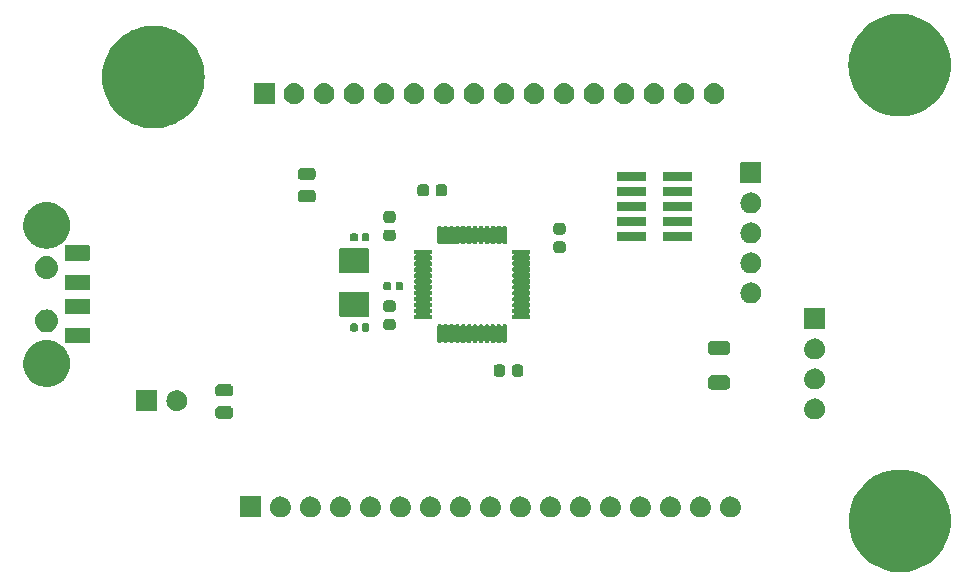
<source format=gbr>
%TF.GenerationSoftware,KiCad,Pcbnew,7.0.7-7.0.7~ubuntu22.04.1*%
%TF.CreationDate,2023-09-19T14:51:16+02:00*%
%TF.ProjectId,kicad103,6b696361-6431-4303-932e-6b696361645f,rev?*%
%TF.SameCoordinates,Original*%
%TF.FileFunction,Soldermask,Top*%
%TF.FilePolarity,Negative*%
%FSLAX46Y46*%
G04 Gerber Fmt 4.6, Leading zero omitted, Abs format (unit mm)*
G04 Created by KiCad (PCBNEW 7.0.7-7.0.7~ubuntu22.04.1) date 2023-09-19 14:51:16*
%MOMM*%
%LPD*%
G01*
G04 APERTURE LIST*
G04 APERTURE END LIST*
G36*
X121836943Y-83886574D02*
G01*
X122242303Y-83964700D01*
X122638402Y-84081005D01*
X123021651Y-84234435D01*
X123388581Y-84423601D01*
X123735868Y-84646789D01*
X124060367Y-84901977D01*
X124359139Y-85186856D01*
X124629479Y-85498845D01*
X124868939Y-85835119D01*
X125075349Y-86192632D01*
X125246841Y-86568147D01*
X125381862Y-86958263D01*
X125479188Y-87359447D01*
X125537938Y-87768066D01*
X125557581Y-88180419D01*
X125537938Y-88592772D01*
X125479188Y-89001391D01*
X125381862Y-89402575D01*
X125246841Y-89792691D01*
X125075349Y-90168206D01*
X124868939Y-90525719D01*
X124629479Y-90861993D01*
X124359139Y-91173982D01*
X124060367Y-91458861D01*
X123735868Y-91714049D01*
X123388581Y-91937237D01*
X123021651Y-92126403D01*
X122638402Y-92279833D01*
X122242303Y-92396138D01*
X121836943Y-92474264D01*
X121425991Y-92513506D01*
X121013171Y-92513506D01*
X120602219Y-92474264D01*
X120196859Y-92396138D01*
X119800760Y-92279833D01*
X119417511Y-92126403D01*
X119050581Y-91937237D01*
X118703294Y-91714049D01*
X118378795Y-91458861D01*
X118080023Y-91173982D01*
X117809683Y-90861993D01*
X117570223Y-90525719D01*
X117363813Y-90168206D01*
X117192321Y-89792691D01*
X117057300Y-89402575D01*
X116959974Y-89001391D01*
X116901224Y-88592772D01*
X116881581Y-88180419D01*
X116901224Y-87768066D01*
X116959974Y-87359447D01*
X117057300Y-86958263D01*
X117192321Y-86568147D01*
X117363813Y-86192632D01*
X117570223Y-85835119D01*
X117809683Y-85498845D01*
X118080023Y-85186856D01*
X118378795Y-84901977D01*
X118703294Y-84646789D01*
X119050581Y-84423601D01*
X119417511Y-84234435D01*
X119800760Y-84081005D01*
X120196859Y-83964700D01*
X120602219Y-83886574D01*
X121013171Y-83847332D01*
X121425991Y-83847332D01*
X121836943Y-83886574D01*
G37*
G36*
X67084542Y-86114893D02*
G01*
X67096870Y-86123130D01*
X67105107Y-86135458D01*
X67108000Y-86150000D01*
X67108000Y-87850000D01*
X67105107Y-87864542D01*
X67096870Y-87876870D01*
X67084542Y-87885107D01*
X67070000Y-87888000D01*
X65370000Y-87888000D01*
X65355458Y-87885107D01*
X65343130Y-87876870D01*
X65334893Y-87864542D01*
X65332000Y-87850000D01*
X65332000Y-86150000D01*
X65334893Y-86135458D01*
X65343130Y-86123130D01*
X65355458Y-86114893D01*
X65370000Y-86112000D01*
X67070000Y-86112000D01*
X67084542Y-86114893D01*
G37*
G36*
X68806206Y-86116865D02*
G01*
X68852821Y-86116865D01*
X68893073Y-86125420D01*
X68933179Y-86129371D01*
X68983564Y-86144655D01*
X69034407Y-86155462D01*
X69066942Y-86169947D01*
X69099702Y-86179885D01*
X69151759Y-86207710D01*
X69204000Y-86230969D01*
X69228288Y-86248615D01*
X69253170Y-86261915D01*
X69303927Y-86303570D01*
X69354188Y-86340087D01*
X69370506Y-86358210D01*
X69387688Y-86372311D01*
X69433864Y-86428577D01*
X69478407Y-86478047D01*
X69487764Y-86494254D01*
X69498084Y-86506829D01*
X69536259Y-86578250D01*
X69571228Y-86638818D01*
X69575250Y-86651198D01*
X69580114Y-86660297D01*
X69606924Y-86748678D01*
X69628595Y-86815374D01*
X69629357Y-86822633D01*
X69630628Y-86826820D01*
X69642993Y-86952366D01*
X69648000Y-87000000D01*
X69642990Y-87047659D01*
X69630628Y-87173179D01*
X69629358Y-87177365D01*
X69628595Y-87184626D01*
X69606919Y-87251335D01*
X69580114Y-87339702D01*
X69575251Y-87348799D01*
X69571228Y-87361182D01*
X69536252Y-87421761D01*
X69498084Y-87493170D01*
X69487766Y-87505742D01*
X69478407Y-87521953D01*
X69433855Y-87571433D01*
X69387688Y-87627688D01*
X69370509Y-87641785D01*
X69354188Y-87659913D01*
X69303917Y-87696436D01*
X69253170Y-87738084D01*
X69228293Y-87751380D01*
X69204000Y-87769031D01*
X69151748Y-87792294D01*
X69099702Y-87820114D01*
X69066949Y-87830049D01*
X69034407Y-87844538D01*
X68983553Y-87855347D01*
X68933179Y-87870628D01*
X68893082Y-87874577D01*
X68852821Y-87883135D01*
X68806196Y-87883135D01*
X68760000Y-87887685D01*
X68713804Y-87883135D01*
X68667179Y-87883135D01*
X68626918Y-87874577D01*
X68586820Y-87870628D01*
X68536443Y-87855346D01*
X68485593Y-87844538D01*
X68453052Y-87830050D01*
X68420297Y-87820114D01*
X68368245Y-87792291D01*
X68316000Y-87769031D01*
X68291709Y-87751382D01*
X68266829Y-87738084D01*
X68216074Y-87696430D01*
X68165812Y-87659913D01*
X68149493Y-87641789D01*
X68132311Y-87627688D01*
X68086133Y-87571420D01*
X68041593Y-87521953D01*
X68032236Y-87505746D01*
X68021915Y-87493170D01*
X67983734Y-87421738D01*
X67948772Y-87361182D01*
X67944750Y-87348804D01*
X67939885Y-87339702D01*
X67913065Y-87251289D01*
X67891405Y-87184626D01*
X67890642Y-87177370D01*
X67889371Y-87173179D01*
X67876993Y-87047508D01*
X67872000Y-87000000D01*
X67876990Y-86952517D01*
X67889371Y-86826820D01*
X67890642Y-86822628D01*
X67891405Y-86815374D01*
X67913060Y-86748724D01*
X67939885Y-86660297D01*
X67944750Y-86651193D01*
X67948772Y-86638818D01*
X67983726Y-86578274D01*
X68021915Y-86506829D01*
X68032237Y-86494250D01*
X68041593Y-86478047D01*
X68086124Y-86428589D01*
X68132311Y-86372311D01*
X68149496Y-86358207D01*
X68165812Y-86340087D01*
X68216063Y-86303577D01*
X68266829Y-86261915D01*
X68291714Y-86248613D01*
X68316000Y-86230969D01*
X68368234Y-86207713D01*
X68420297Y-86179885D01*
X68453060Y-86169946D01*
X68485593Y-86155462D01*
X68536432Y-86144655D01*
X68586820Y-86129371D01*
X68626927Y-86125420D01*
X68667179Y-86116865D01*
X68713794Y-86116865D01*
X68760000Y-86112314D01*
X68806206Y-86116865D01*
G37*
G36*
X71346206Y-86116865D02*
G01*
X71392821Y-86116865D01*
X71433073Y-86125420D01*
X71473179Y-86129371D01*
X71523564Y-86144655D01*
X71574407Y-86155462D01*
X71606942Y-86169947D01*
X71639702Y-86179885D01*
X71691759Y-86207710D01*
X71744000Y-86230969D01*
X71768288Y-86248615D01*
X71793170Y-86261915D01*
X71843927Y-86303570D01*
X71894188Y-86340087D01*
X71910506Y-86358210D01*
X71927688Y-86372311D01*
X71973864Y-86428577D01*
X72018407Y-86478047D01*
X72027764Y-86494254D01*
X72038084Y-86506829D01*
X72076259Y-86578250D01*
X72111228Y-86638818D01*
X72115250Y-86651198D01*
X72120114Y-86660297D01*
X72146924Y-86748678D01*
X72168595Y-86815374D01*
X72169357Y-86822633D01*
X72170628Y-86826820D01*
X72182993Y-86952366D01*
X72188000Y-87000000D01*
X72182990Y-87047659D01*
X72170628Y-87173179D01*
X72169358Y-87177365D01*
X72168595Y-87184626D01*
X72146919Y-87251335D01*
X72120114Y-87339702D01*
X72115251Y-87348799D01*
X72111228Y-87361182D01*
X72076252Y-87421761D01*
X72038084Y-87493170D01*
X72027766Y-87505742D01*
X72018407Y-87521953D01*
X71973855Y-87571433D01*
X71927688Y-87627688D01*
X71910509Y-87641785D01*
X71894188Y-87659913D01*
X71843917Y-87696436D01*
X71793170Y-87738084D01*
X71768293Y-87751380D01*
X71744000Y-87769031D01*
X71691748Y-87792294D01*
X71639702Y-87820114D01*
X71606949Y-87830049D01*
X71574407Y-87844538D01*
X71523553Y-87855347D01*
X71473179Y-87870628D01*
X71433082Y-87874577D01*
X71392821Y-87883135D01*
X71346196Y-87883135D01*
X71300000Y-87887685D01*
X71253804Y-87883135D01*
X71207179Y-87883135D01*
X71166918Y-87874577D01*
X71126820Y-87870628D01*
X71076443Y-87855346D01*
X71025593Y-87844538D01*
X70993052Y-87830050D01*
X70960297Y-87820114D01*
X70908245Y-87792291D01*
X70856000Y-87769031D01*
X70831709Y-87751382D01*
X70806829Y-87738084D01*
X70756074Y-87696430D01*
X70705812Y-87659913D01*
X70689493Y-87641789D01*
X70672311Y-87627688D01*
X70626133Y-87571420D01*
X70581593Y-87521953D01*
X70572236Y-87505746D01*
X70561915Y-87493170D01*
X70523734Y-87421738D01*
X70488772Y-87361182D01*
X70484750Y-87348804D01*
X70479885Y-87339702D01*
X70453065Y-87251289D01*
X70431405Y-87184626D01*
X70430642Y-87177370D01*
X70429371Y-87173179D01*
X70416993Y-87047508D01*
X70412000Y-87000000D01*
X70416990Y-86952517D01*
X70429371Y-86826820D01*
X70430642Y-86822628D01*
X70431405Y-86815374D01*
X70453060Y-86748724D01*
X70479885Y-86660297D01*
X70484750Y-86651193D01*
X70488772Y-86638818D01*
X70523726Y-86578274D01*
X70561915Y-86506829D01*
X70572237Y-86494250D01*
X70581593Y-86478047D01*
X70626124Y-86428589D01*
X70672311Y-86372311D01*
X70689496Y-86358207D01*
X70705812Y-86340087D01*
X70756063Y-86303577D01*
X70806829Y-86261915D01*
X70831714Y-86248613D01*
X70856000Y-86230969D01*
X70908234Y-86207713D01*
X70960297Y-86179885D01*
X70993060Y-86169946D01*
X71025593Y-86155462D01*
X71076432Y-86144655D01*
X71126820Y-86129371D01*
X71166927Y-86125420D01*
X71207179Y-86116865D01*
X71253794Y-86116865D01*
X71300000Y-86112314D01*
X71346206Y-86116865D01*
G37*
G36*
X73886206Y-86116865D02*
G01*
X73932821Y-86116865D01*
X73973073Y-86125420D01*
X74013179Y-86129371D01*
X74063564Y-86144655D01*
X74114407Y-86155462D01*
X74146942Y-86169947D01*
X74179702Y-86179885D01*
X74231759Y-86207710D01*
X74284000Y-86230969D01*
X74308288Y-86248615D01*
X74333170Y-86261915D01*
X74383927Y-86303570D01*
X74434188Y-86340087D01*
X74450506Y-86358210D01*
X74467688Y-86372311D01*
X74513864Y-86428577D01*
X74558407Y-86478047D01*
X74567764Y-86494254D01*
X74578084Y-86506829D01*
X74616259Y-86578250D01*
X74651228Y-86638818D01*
X74655250Y-86651198D01*
X74660114Y-86660297D01*
X74686924Y-86748678D01*
X74708595Y-86815374D01*
X74709357Y-86822633D01*
X74710628Y-86826820D01*
X74722992Y-86952355D01*
X74728000Y-87000000D01*
X74722991Y-87047648D01*
X74710628Y-87173179D01*
X74709358Y-87177365D01*
X74708595Y-87184626D01*
X74686919Y-87251335D01*
X74660114Y-87339702D01*
X74655251Y-87348799D01*
X74651228Y-87361182D01*
X74616252Y-87421761D01*
X74578084Y-87493170D01*
X74567766Y-87505742D01*
X74558407Y-87521953D01*
X74513855Y-87571433D01*
X74467688Y-87627688D01*
X74450509Y-87641785D01*
X74434188Y-87659913D01*
X74383917Y-87696436D01*
X74333170Y-87738084D01*
X74308293Y-87751380D01*
X74284000Y-87769031D01*
X74231748Y-87792294D01*
X74179702Y-87820114D01*
X74146949Y-87830049D01*
X74114407Y-87844538D01*
X74063553Y-87855347D01*
X74013179Y-87870628D01*
X73973082Y-87874577D01*
X73932821Y-87883135D01*
X73886196Y-87883135D01*
X73840000Y-87887685D01*
X73793804Y-87883135D01*
X73747179Y-87883135D01*
X73706918Y-87874577D01*
X73666820Y-87870628D01*
X73616443Y-87855346D01*
X73565593Y-87844538D01*
X73533052Y-87830050D01*
X73500297Y-87820114D01*
X73448245Y-87792291D01*
X73396000Y-87769031D01*
X73371709Y-87751382D01*
X73346829Y-87738084D01*
X73296074Y-87696430D01*
X73245812Y-87659913D01*
X73229493Y-87641789D01*
X73212311Y-87627688D01*
X73166133Y-87571420D01*
X73121593Y-87521953D01*
X73112236Y-87505746D01*
X73101915Y-87493170D01*
X73063734Y-87421738D01*
X73028772Y-87361182D01*
X73024750Y-87348804D01*
X73019885Y-87339702D01*
X72993065Y-87251289D01*
X72971405Y-87184626D01*
X72970642Y-87177370D01*
X72969371Y-87173179D01*
X72956993Y-87047508D01*
X72952000Y-87000000D01*
X72956990Y-86952517D01*
X72969371Y-86826820D01*
X72970642Y-86822628D01*
X72971405Y-86815374D01*
X72993060Y-86748724D01*
X73019885Y-86660297D01*
X73024750Y-86651193D01*
X73028772Y-86638818D01*
X73063726Y-86578274D01*
X73101915Y-86506829D01*
X73112237Y-86494250D01*
X73121593Y-86478047D01*
X73166124Y-86428589D01*
X73212311Y-86372311D01*
X73229496Y-86358207D01*
X73245812Y-86340087D01*
X73296063Y-86303577D01*
X73346829Y-86261915D01*
X73371714Y-86248613D01*
X73396000Y-86230969D01*
X73448234Y-86207713D01*
X73500297Y-86179885D01*
X73533060Y-86169946D01*
X73565593Y-86155462D01*
X73616432Y-86144655D01*
X73666820Y-86129371D01*
X73706927Y-86125420D01*
X73747179Y-86116865D01*
X73793794Y-86116865D01*
X73840000Y-86112314D01*
X73886206Y-86116865D01*
G37*
G36*
X76426206Y-86116865D02*
G01*
X76472821Y-86116865D01*
X76513073Y-86125420D01*
X76553179Y-86129371D01*
X76603564Y-86144655D01*
X76654407Y-86155462D01*
X76686942Y-86169947D01*
X76719702Y-86179885D01*
X76771759Y-86207710D01*
X76824000Y-86230969D01*
X76848288Y-86248615D01*
X76873170Y-86261915D01*
X76923927Y-86303570D01*
X76974188Y-86340087D01*
X76990506Y-86358210D01*
X77007688Y-86372311D01*
X77053864Y-86428577D01*
X77098407Y-86478047D01*
X77107764Y-86494254D01*
X77118084Y-86506829D01*
X77156259Y-86578250D01*
X77191228Y-86638818D01*
X77195250Y-86651198D01*
X77200114Y-86660297D01*
X77226924Y-86748678D01*
X77248595Y-86815374D01*
X77249357Y-86822633D01*
X77250628Y-86826820D01*
X77262992Y-86952355D01*
X77268000Y-87000000D01*
X77262991Y-87047648D01*
X77250628Y-87173179D01*
X77249358Y-87177365D01*
X77248595Y-87184626D01*
X77226919Y-87251335D01*
X77200114Y-87339702D01*
X77195251Y-87348799D01*
X77191228Y-87361182D01*
X77156252Y-87421761D01*
X77118084Y-87493170D01*
X77107766Y-87505742D01*
X77098407Y-87521953D01*
X77053855Y-87571433D01*
X77007688Y-87627688D01*
X76990509Y-87641785D01*
X76974188Y-87659913D01*
X76923917Y-87696436D01*
X76873170Y-87738084D01*
X76848293Y-87751380D01*
X76824000Y-87769031D01*
X76771748Y-87792294D01*
X76719702Y-87820114D01*
X76686949Y-87830049D01*
X76654407Y-87844538D01*
X76603553Y-87855347D01*
X76553179Y-87870628D01*
X76513082Y-87874577D01*
X76472821Y-87883135D01*
X76426196Y-87883135D01*
X76380000Y-87887685D01*
X76333804Y-87883135D01*
X76287179Y-87883135D01*
X76246918Y-87874577D01*
X76206820Y-87870628D01*
X76156443Y-87855346D01*
X76105593Y-87844538D01*
X76073052Y-87830050D01*
X76040297Y-87820114D01*
X75988245Y-87792291D01*
X75936000Y-87769031D01*
X75911709Y-87751382D01*
X75886829Y-87738084D01*
X75836074Y-87696430D01*
X75785812Y-87659913D01*
X75769493Y-87641789D01*
X75752311Y-87627688D01*
X75706133Y-87571420D01*
X75661593Y-87521953D01*
X75652236Y-87505746D01*
X75641915Y-87493170D01*
X75603734Y-87421738D01*
X75568772Y-87361182D01*
X75564750Y-87348804D01*
X75559885Y-87339702D01*
X75533065Y-87251289D01*
X75511405Y-87184626D01*
X75510642Y-87177370D01*
X75509371Y-87173179D01*
X75496992Y-87047497D01*
X75492000Y-87000000D01*
X75496991Y-86952506D01*
X75509371Y-86826820D01*
X75510642Y-86822628D01*
X75511405Y-86815374D01*
X75533060Y-86748724D01*
X75559885Y-86660297D01*
X75564750Y-86651193D01*
X75568772Y-86638818D01*
X75603726Y-86578274D01*
X75641915Y-86506829D01*
X75652237Y-86494250D01*
X75661593Y-86478047D01*
X75706124Y-86428589D01*
X75752311Y-86372311D01*
X75769496Y-86358207D01*
X75785812Y-86340087D01*
X75836063Y-86303577D01*
X75886829Y-86261915D01*
X75911714Y-86248613D01*
X75936000Y-86230969D01*
X75988234Y-86207713D01*
X76040297Y-86179885D01*
X76073060Y-86169946D01*
X76105593Y-86155462D01*
X76156432Y-86144655D01*
X76206820Y-86129371D01*
X76246927Y-86125420D01*
X76287179Y-86116865D01*
X76333794Y-86116865D01*
X76380000Y-86112314D01*
X76426206Y-86116865D01*
G37*
G36*
X78966206Y-86116865D02*
G01*
X79012821Y-86116865D01*
X79053073Y-86125420D01*
X79093179Y-86129371D01*
X79143564Y-86144655D01*
X79194407Y-86155462D01*
X79226942Y-86169947D01*
X79259702Y-86179885D01*
X79311759Y-86207710D01*
X79364000Y-86230969D01*
X79388288Y-86248615D01*
X79413170Y-86261915D01*
X79463927Y-86303570D01*
X79514188Y-86340087D01*
X79530506Y-86358210D01*
X79547688Y-86372311D01*
X79593864Y-86428577D01*
X79638407Y-86478047D01*
X79647764Y-86494254D01*
X79658084Y-86506829D01*
X79696259Y-86578250D01*
X79731228Y-86638818D01*
X79735250Y-86651198D01*
X79740114Y-86660297D01*
X79766924Y-86748678D01*
X79788595Y-86815374D01*
X79789357Y-86822633D01*
X79790628Y-86826820D01*
X79802992Y-86952355D01*
X79808000Y-87000000D01*
X79802991Y-87047648D01*
X79790628Y-87173179D01*
X79789358Y-87177365D01*
X79788595Y-87184626D01*
X79766919Y-87251335D01*
X79740114Y-87339702D01*
X79735251Y-87348799D01*
X79731228Y-87361182D01*
X79696252Y-87421761D01*
X79658084Y-87493170D01*
X79647766Y-87505742D01*
X79638407Y-87521953D01*
X79593855Y-87571433D01*
X79547688Y-87627688D01*
X79530509Y-87641785D01*
X79514188Y-87659913D01*
X79463917Y-87696436D01*
X79413170Y-87738084D01*
X79388293Y-87751380D01*
X79364000Y-87769031D01*
X79311748Y-87792294D01*
X79259702Y-87820114D01*
X79226949Y-87830049D01*
X79194407Y-87844538D01*
X79143553Y-87855347D01*
X79093179Y-87870628D01*
X79053082Y-87874577D01*
X79012821Y-87883135D01*
X78966196Y-87883135D01*
X78920000Y-87887685D01*
X78873804Y-87883135D01*
X78827179Y-87883135D01*
X78786918Y-87874577D01*
X78746820Y-87870628D01*
X78696443Y-87855346D01*
X78645593Y-87844538D01*
X78613052Y-87830050D01*
X78580297Y-87820114D01*
X78528245Y-87792291D01*
X78476000Y-87769031D01*
X78451709Y-87751382D01*
X78426829Y-87738084D01*
X78376074Y-87696430D01*
X78325812Y-87659913D01*
X78309493Y-87641789D01*
X78292311Y-87627688D01*
X78246133Y-87571420D01*
X78201593Y-87521953D01*
X78192236Y-87505746D01*
X78181915Y-87493170D01*
X78143734Y-87421738D01*
X78108772Y-87361182D01*
X78104750Y-87348804D01*
X78099885Y-87339702D01*
X78073065Y-87251289D01*
X78051405Y-87184626D01*
X78050642Y-87177370D01*
X78049371Y-87173179D01*
X78036992Y-87047497D01*
X78032000Y-87000000D01*
X78036991Y-86952506D01*
X78049371Y-86826820D01*
X78050642Y-86822628D01*
X78051405Y-86815374D01*
X78073060Y-86748724D01*
X78099885Y-86660297D01*
X78104750Y-86651193D01*
X78108772Y-86638818D01*
X78143726Y-86578274D01*
X78181915Y-86506829D01*
X78192237Y-86494250D01*
X78201593Y-86478047D01*
X78246124Y-86428589D01*
X78292311Y-86372311D01*
X78309496Y-86358207D01*
X78325812Y-86340087D01*
X78376063Y-86303577D01*
X78426829Y-86261915D01*
X78451714Y-86248613D01*
X78476000Y-86230969D01*
X78528234Y-86207713D01*
X78580297Y-86179885D01*
X78613060Y-86169946D01*
X78645593Y-86155462D01*
X78696432Y-86144655D01*
X78746820Y-86129371D01*
X78786927Y-86125420D01*
X78827179Y-86116865D01*
X78873794Y-86116865D01*
X78920000Y-86112314D01*
X78966206Y-86116865D01*
G37*
G36*
X81506206Y-86116865D02*
G01*
X81552821Y-86116865D01*
X81593073Y-86125420D01*
X81633179Y-86129371D01*
X81683564Y-86144655D01*
X81734407Y-86155462D01*
X81766942Y-86169947D01*
X81799702Y-86179885D01*
X81851759Y-86207710D01*
X81904000Y-86230969D01*
X81928288Y-86248615D01*
X81953170Y-86261915D01*
X82003927Y-86303570D01*
X82054188Y-86340087D01*
X82070506Y-86358210D01*
X82087688Y-86372311D01*
X82133864Y-86428577D01*
X82178407Y-86478047D01*
X82187764Y-86494254D01*
X82198084Y-86506829D01*
X82236259Y-86578250D01*
X82271228Y-86638818D01*
X82275250Y-86651198D01*
X82280114Y-86660297D01*
X82306924Y-86748678D01*
X82328595Y-86815374D01*
X82329357Y-86822633D01*
X82330628Y-86826820D01*
X82342992Y-86952355D01*
X82348000Y-87000000D01*
X82342991Y-87047648D01*
X82330628Y-87173179D01*
X82329358Y-87177365D01*
X82328595Y-87184626D01*
X82306919Y-87251335D01*
X82280114Y-87339702D01*
X82275251Y-87348799D01*
X82271228Y-87361182D01*
X82236252Y-87421761D01*
X82198084Y-87493170D01*
X82187766Y-87505742D01*
X82178407Y-87521953D01*
X82133855Y-87571433D01*
X82087688Y-87627688D01*
X82070509Y-87641785D01*
X82054188Y-87659913D01*
X82003917Y-87696436D01*
X81953170Y-87738084D01*
X81928293Y-87751380D01*
X81904000Y-87769031D01*
X81851748Y-87792294D01*
X81799702Y-87820114D01*
X81766949Y-87830049D01*
X81734407Y-87844538D01*
X81683553Y-87855347D01*
X81633179Y-87870628D01*
X81593082Y-87874577D01*
X81552821Y-87883135D01*
X81506196Y-87883135D01*
X81460000Y-87887685D01*
X81413804Y-87883135D01*
X81367179Y-87883135D01*
X81326918Y-87874577D01*
X81286820Y-87870628D01*
X81236443Y-87855346D01*
X81185593Y-87844538D01*
X81153052Y-87830050D01*
X81120297Y-87820114D01*
X81068245Y-87792291D01*
X81016000Y-87769031D01*
X80991709Y-87751382D01*
X80966829Y-87738084D01*
X80916074Y-87696430D01*
X80865812Y-87659913D01*
X80849493Y-87641789D01*
X80832311Y-87627688D01*
X80786133Y-87571420D01*
X80741593Y-87521953D01*
X80732236Y-87505746D01*
X80721915Y-87493170D01*
X80683734Y-87421738D01*
X80648772Y-87361182D01*
X80644750Y-87348804D01*
X80639885Y-87339702D01*
X80613065Y-87251289D01*
X80591405Y-87184626D01*
X80590642Y-87177370D01*
X80589371Y-87173179D01*
X80576992Y-87047497D01*
X80572000Y-87000000D01*
X80576991Y-86952506D01*
X80589371Y-86826820D01*
X80590642Y-86822628D01*
X80591405Y-86815374D01*
X80613060Y-86748724D01*
X80639885Y-86660297D01*
X80644750Y-86651193D01*
X80648772Y-86638818D01*
X80683726Y-86578274D01*
X80721915Y-86506829D01*
X80732237Y-86494250D01*
X80741593Y-86478047D01*
X80786124Y-86428589D01*
X80832311Y-86372311D01*
X80849496Y-86358207D01*
X80865812Y-86340087D01*
X80916063Y-86303577D01*
X80966829Y-86261915D01*
X80991714Y-86248613D01*
X81016000Y-86230969D01*
X81068234Y-86207713D01*
X81120297Y-86179885D01*
X81153060Y-86169946D01*
X81185593Y-86155462D01*
X81236432Y-86144655D01*
X81286820Y-86129371D01*
X81326927Y-86125420D01*
X81367179Y-86116865D01*
X81413794Y-86116865D01*
X81460000Y-86112314D01*
X81506206Y-86116865D01*
G37*
G36*
X84046206Y-86116865D02*
G01*
X84092821Y-86116865D01*
X84133073Y-86125420D01*
X84173179Y-86129371D01*
X84223564Y-86144655D01*
X84274407Y-86155462D01*
X84306942Y-86169947D01*
X84339702Y-86179885D01*
X84391759Y-86207710D01*
X84444000Y-86230969D01*
X84468288Y-86248615D01*
X84493170Y-86261915D01*
X84543927Y-86303570D01*
X84594188Y-86340087D01*
X84610506Y-86358210D01*
X84627688Y-86372311D01*
X84673864Y-86428577D01*
X84718407Y-86478047D01*
X84727764Y-86494254D01*
X84738084Y-86506829D01*
X84776259Y-86578250D01*
X84811228Y-86638818D01*
X84815250Y-86651198D01*
X84820114Y-86660297D01*
X84846924Y-86748678D01*
X84868595Y-86815374D01*
X84869357Y-86822633D01*
X84870628Y-86826820D01*
X84882992Y-86952355D01*
X84888000Y-87000000D01*
X84882991Y-87047648D01*
X84870628Y-87173179D01*
X84869358Y-87177365D01*
X84868595Y-87184626D01*
X84846919Y-87251335D01*
X84820114Y-87339702D01*
X84815251Y-87348799D01*
X84811228Y-87361182D01*
X84776252Y-87421761D01*
X84738084Y-87493170D01*
X84727766Y-87505742D01*
X84718407Y-87521953D01*
X84673855Y-87571433D01*
X84627688Y-87627688D01*
X84610509Y-87641785D01*
X84594188Y-87659913D01*
X84543917Y-87696436D01*
X84493170Y-87738084D01*
X84468293Y-87751380D01*
X84444000Y-87769031D01*
X84391748Y-87792294D01*
X84339702Y-87820114D01*
X84306949Y-87830049D01*
X84274407Y-87844538D01*
X84223553Y-87855347D01*
X84173179Y-87870628D01*
X84133082Y-87874577D01*
X84092821Y-87883135D01*
X84046196Y-87883135D01*
X84000000Y-87887685D01*
X83953804Y-87883135D01*
X83907179Y-87883135D01*
X83866918Y-87874577D01*
X83826820Y-87870628D01*
X83776443Y-87855346D01*
X83725593Y-87844538D01*
X83693052Y-87830050D01*
X83660297Y-87820114D01*
X83608245Y-87792291D01*
X83556000Y-87769031D01*
X83531709Y-87751382D01*
X83506829Y-87738084D01*
X83456074Y-87696430D01*
X83405812Y-87659913D01*
X83389493Y-87641789D01*
X83372311Y-87627688D01*
X83326133Y-87571420D01*
X83281593Y-87521953D01*
X83272236Y-87505746D01*
X83261915Y-87493170D01*
X83223734Y-87421738D01*
X83188772Y-87361182D01*
X83184750Y-87348804D01*
X83179885Y-87339702D01*
X83153065Y-87251289D01*
X83131405Y-87184626D01*
X83130642Y-87177370D01*
X83129371Y-87173179D01*
X83116992Y-87047497D01*
X83112000Y-87000000D01*
X83116991Y-86952506D01*
X83129371Y-86826820D01*
X83130642Y-86822628D01*
X83131405Y-86815374D01*
X83153060Y-86748724D01*
X83179885Y-86660297D01*
X83184750Y-86651193D01*
X83188772Y-86638818D01*
X83223726Y-86578274D01*
X83261915Y-86506829D01*
X83272237Y-86494250D01*
X83281593Y-86478047D01*
X83326124Y-86428589D01*
X83372311Y-86372311D01*
X83389496Y-86358207D01*
X83405812Y-86340087D01*
X83456063Y-86303577D01*
X83506829Y-86261915D01*
X83531714Y-86248613D01*
X83556000Y-86230969D01*
X83608234Y-86207713D01*
X83660297Y-86179885D01*
X83693060Y-86169946D01*
X83725593Y-86155462D01*
X83776432Y-86144655D01*
X83826820Y-86129371D01*
X83866927Y-86125420D01*
X83907179Y-86116865D01*
X83953794Y-86116865D01*
X84000000Y-86112314D01*
X84046206Y-86116865D01*
G37*
G36*
X86586206Y-86116865D02*
G01*
X86632821Y-86116865D01*
X86673073Y-86125420D01*
X86713179Y-86129371D01*
X86763564Y-86144655D01*
X86814407Y-86155462D01*
X86846942Y-86169947D01*
X86879702Y-86179885D01*
X86931759Y-86207710D01*
X86984000Y-86230969D01*
X87008288Y-86248615D01*
X87033170Y-86261915D01*
X87083927Y-86303570D01*
X87134188Y-86340087D01*
X87150506Y-86358210D01*
X87167688Y-86372311D01*
X87213864Y-86428577D01*
X87258407Y-86478047D01*
X87267764Y-86494254D01*
X87278084Y-86506829D01*
X87316259Y-86578250D01*
X87351228Y-86638818D01*
X87355250Y-86651198D01*
X87360114Y-86660297D01*
X87386924Y-86748678D01*
X87408595Y-86815374D01*
X87409357Y-86822633D01*
X87410628Y-86826820D01*
X87422992Y-86952355D01*
X87428000Y-87000000D01*
X87422991Y-87047648D01*
X87410628Y-87173179D01*
X87409358Y-87177365D01*
X87408595Y-87184626D01*
X87386919Y-87251335D01*
X87360114Y-87339702D01*
X87355251Y-87348799D01*
X87351228Y-87361182D01*
X87316252Y-87421761D01*
X87278084Y-87493170D01*
X87267766Y-87505742D01*
X87258407Y-87521953D01*
X87213855Y-87571433D01*
X87167688Y-87627688D01*
X87150509Y-87641785D01*
X87134188Y-87659913D01*
X87083917Y-87696436D01*
X87033170Y-87738084D01*
X87008293Y-87751380D01*
X86984000Y-87769031D01*
X86931748Y-87792294D01*
X86879702Y-87820114D01*
X86846949Y-87830049D01*
X86814407Y-87844538D01*
X86763553Y-87855347D01*
X86713179Y-87870628D01*
X86673082Y-87874577D01*
X86632821Y-87883135D01*
X86586196Y-87883135D01*
X86540000Y-87887685D01*
X86493804Y-87883135D01*
X86447179Y-87883135D01*
X86406918Y-87874577D01*
X86366820Y-87870628D01*
X86316443Y-87855346D01*
X86265593Y-87844538D01*
X86233052Y-87830050D01*
X86200297Y-87820114D01*
X86148245Y-87792291D01*
X86096000Y-87769031D01*
X86071709Y-87751382D01*
X86046829Y-87738084D01*
X85996074Y-87696430D01*
X85945812Y-87659913D01*
X85929493Y-87641789D01*
X85912311Y-87627688D01*
X85866133Y-87571420D01*
X85821593Y-87521953D01*
X85812236Y-87505746D01*
X85801915Y-87493170D01*
X85763734Y-87421738D01*
X85728772Y-87361182D01*
X85724750Y-87348804D01*
X85719885Y-87339702D01*
X85693065Y-87251289D01*
X85671405Y-87184626D01*
X85670642Y-87177370D01*
X85669371Y-87173179D01*
X85656992Y-87047497D01*
X85652000Y-87000000D01*
X85656991Y-86952506D01*
X85669371Y-86826820D01*
X85670642Y-86822628D01*
X85671405Y-86815374D01*
X85693060Y-86748724D01*
X85719885Y-86660297D01*
X85724750Y-86651193D01*
X85728772Y-86638818D01*
X85763726Y-86578274D01*
X85801915Y-86506829D01*
X85812237Y-86494250D01*
X85821593Y-86478047D01*
X85866124Y-86428589D01*
X85912311Y-86372311D01*
X85929496Y-86358207D01*
X85945812Y-86340087D01*
X85996063Y-86303577D01*
X86046829Y-86261915D01*
X86071714Y-86248613D01*
X86096000Y-86230969D01*
X86148234Y-86207713D01*
X86200297Y-86179885D01*
X86233060Y-86169946D01*
X86265593Y-86155462D01*
X86316432Y-86144655D01*
X86366820Y-86129371D01*
X86406927Y-86125420D01*
X86447179Y-86116865D01*
X86493794Y-86116865D01*
X86540000Y-86112314D01*
X86586206Y-86116865D01*
G37*
G36*
X89126206Y-86116865D02*
G01*
X89172821Y-86116865D01*
X89213073Y-86125420D01*
X89253179Y-86129371D01*
X89303564Y-86144655D01*
X89354407Y-86155462D01*
X89386942Y-86169947D01*
X89419702Y-86179885D01*
X89471759Y-86207710D01*
X89524000Y-86230969D01*
X89548288Y-86248615D01*
X89573170Y-86261915D01*
X89623927Y-86303570D01*
X89674188Y-86340087D01*
X89690506Y-86358210D01*
X89707688Y-86372311D01*
X89753864Y-86428577D01*
X89798407Y-86478047D01*
X89807764Y-86494254D01*
X89818084Y-86506829D01*
X89856259Y-86578250D01*
X89891228Y-86638818D01*
X89895250Y-86651198D01*
X89900114Y-86660297D01*
X89926924Y-86748678D01*
X89948595Y-86815374D01*
X89949357Y-86822633D01*
X89950628Y-86826820D01*
X89962992Y-86952355D01*
X89968000Y-87000000D01*
X89962991Y-87047648D01*
X89950628Y-87173179D01*
X89949358Y-87177365D01*
X89948595Y-87184626D01*
X89926919Y-87251335D01*
X89900114Y-87339702D01*
X89895251Y-87348799D01*
X89891228Y-87361182D01*
X89856252Y-87421761D01*
X89818084Y-87493170D01*
X89807766Y-87505742D01*
X89798407Y-87521953D01*
X89753855Y-87571433D01*
X89707688Y-87627688D01*
X89690509Y-87641785D01*
X89674188Y-87659913D01*
X89623917Y-87696436D01*
X89573170Y-87738084D01*
X89548293Y-87751380D01*
X89524000Y-87769031D01*
X89471748Y-87792294D01*
X89419702Y-87820114D01*
X89386949Y-87830049D01*
X89354407Y-87844538D01*
X89303553Y-87855347D01*
X89253179Y-87870628D01*
X89213082Y-87874577D01*
X89172821Y-87883135D01*
X89126196Y-87883135D01*
X89080000Y-87887685D01*
X89033804Y-87883135D01*
X88987179Y-87883135D01*
X88946918Y-87874577D01*
X88906820Y-87870628D01*
X88856443Y-87855346D01*
X88805593Y-87844538D01*
X88773052Y-87830050D01*
X88740297Y-87820114D01*
X88688245Y-87792291D01*
X88636000Y-87769031D01*
X88611709Y-87751382D01*
X88586829Y-87738084D01*
X88536074Y-87696430D01*
X88485812Y-87659913D01*
X88469493Y-87641789D01*
X88452311Y-87627688D01*
X88406133Y-87571420D01*
X88361593Y-87521953D01*
X88352236Y-87505746D01*
X88341915Y-87493170D01*
X88303734Y-87421738D01*
X88268772Y-87361182D01*
X88264750Y-87348804D01*
X88259885Y-87339702D01*
X88233065Y-87251289D01*
X88211405Y-87184626D01*
X88210642Y-87177370D01*
X88209371Y-87173179D01*
X88196992Y-87047497D01*
X88192000Y-87000000D01*
X88196991Y-86952506D01*
X88209371Y-86826820D01*
X88210642Y-86822628D01*
X88211405Y-86815374D01*
X88233060Y-86748724D01*
X88259885Y-86660297D01*
X88264750Y-86651193D01*
X88268772Y-86638818D01*
X88303726Y-86578274D01*
X88341915Y-86506829D01*
X88352237Y-86494250D01*
X88361593Y-86478047D01*
X88406124Y-86428589D01*
X88452311Y-86372311D01*
X88469496Y-86358207D01*
X88485812Y-86340087D01*
X88536063Y-86303577D01*
X88586829Y-86261915D01*
X88611714Y-86248613D01*
X88636000Y-86230969D01*
X88688234Y-86207713D01*
X88740297Y-86179885D01*
X88773060Y-86169946D01*
X88805593Y-86155462D01*
X88856432Y-86144655D01*
X88906820Y-86129371D01*
X88946927Y-86125420D01*
X88987179Y-86116865D01*
X89033794Y-86116865D01*
X89080000Y-86112314D01*
X89126206Y-86116865D01*
G37*
G36*
X91666206Y-86116865D02*
G01*
X91712821Y-86116865D01*
X91753073Y-86125420D01*
X91793179Y-86129371D01*
X91843564Y-86144655D01*
X91894407Y-86155462D01*
X91926942Y-86169947D01*
X91959702Y-86179885D01*
X92011759Y-86207710D01*
X92064000Y-86230969D01*
X92088288Y-86248615D01*
X92113170Y-86261915D01*
X92163927Y-86303570D01*
X92214188Y-86340087D01*
X92230506Y-86358210D01*
X92247688Y-86372311D01*
X92293864Y-86428577D01*
X92338407Y-86478047D01*
X92347764Y-86494254D01*
X92358084Y-86506829D01*
X92396259Y-86578250D01*
X92431228Y-86638818D01*
X92435250Y-86651198D01*
X92440114Y-86660297D01*
X92466924Y-86748678D01*
X92488595Y-86815374D01*
X92489357Y-86822633D01*
X92490628Y-86826820D01*
X92502992Y-86952355D01*
X92508000Y-87000000D01*
X92502991Y-87047648D01*
X92490628Y-87173179D01*
X92489358Y-87177365D01*
X92488595Y-87184626D01*
X92466919Y-87251335D01*
X92440114Y-87339702D01*
X92435251Y-87348799D01*
X92431228Y-87361182D01*
X92396252Y-87421761D01*
X92358084Y-87493170D01*
X92347766Y-87505742D01*
X92338407Y-87521953D01*
X92293855Y-87571433D01*
X92247688Y-87627688D01*
X92230509Y-87641785D01*
X92214188Y-87659913D01*
X92163917Y-87696436D01*
X92113170Y-87738084D01*
X92088293Y-87751380D01*
X92064000Y-87769031D01*
X92011748Y-87792294D01*
X91959702Y-87820114D01*
X91926949Y-87830049D01*
X91894407Y-87844538D01*
X91843553Y-87855347D01*
X91793179Y-87870628D01*
X91753082Y-87874577D01*
X91712821Y-87883135D01*
X91666196Y-87883135D01*
X91620000Y-87887685D01*
X91573804Y-87883135D01*
X91527179Y-87883135D01*
X91486918Y-87874577D01*
X91446820Y-87870628D01*
X91396443Y-87855346D01*
X91345593Y-87844538D01*
X91313052Y-87830050D01*
X91280297Y-87820114D01*
X91228245Y-87792291D01*
X91176000Y-87769031D01*
X91151709Y-87751382D01*
X91126829Y-87738084D01*
X91076074Y-87696430D01*
X91025812Y-87659913D01*
X91009493Y-87641789D01*
X90992311Y-87627688D01*
X90946133Y-87571420D01*
X90901593Y-87521953D01*
X90892236Y-87505746D01*
X90881915Y-87493170D01*
X90843734Y-87421738D01*
X90808772Y-87361182D01*
X90804750Y-87348804D01*
X90799885Y-87339702D01*
X90773065Y-87251289D01*
X90751405Y-87184626D01*
X90750642Y-87177370D01*
X90749371Y-87173179D01*
X90736992Y-87047497D01*
X90732000Y-87000000D01*
X90736991Y-86952506D01*
X90749371Y-86826820D01*
X90750642Y-86822628D01*
X90751405Y-86815374D01*
X90773060Y-86748724D01*
X90799885Y-86660297D01*
X90804750Y-86651193D01*
X90808772Y-86638818D01*
X90843726Y-86578274D01*
X90881915Y-86506829D01*
X90892237Y-86494250D01*
X90901593Y-86478047D01*
X90946124Y-86428589D01*
X90992311Y-86372311D01*
X91009496Y-86358207D01*
X91025812Y-86340087D01*
X91076063Y-86303577D01*
X91126829Y-86261915D01*
X91151714Y-86248613D01*
X91176000Y-86230969D01*
X91228234Y-86207713D01*
X91280297Y-86179885D01*
X91313060Y-86169946D01*
X91345593Y-86155462D01*
X91396432Y-86144655D01*
X91446820Y-86129371D01*
X91486927Y-86125420D01*
X91527179Y-86116865D01*
X91573794Y-86116865D01*
X91620000Y-86112314D01*
X91666206Y-86116865D01*
G37*
G36*
X94206206Y-86116865D02*
G01*
X94252821Y-86116865D01*
X94293073Y-86125420D01*
X94333179Y-86129371D01*
X94383564Y-86144655D01*
X94434407Y-86155462D01*
X94466942Y-86169947D01*
X94499702Y-86179885D01*
X94551759Y-86207710D01*
X94604000Y-86230969D01*
X94628288Y-86248615D01*
X94653170Y-86261915D01*
X94703927Y-86303570D01*
X94754188Y-86340087D01*
X94770506Y-86358210D01*
X94787688Y-86372311D01*
X94833864Y-86428577D01*
X94878407Y-86478047D01*
X94887764Y-86494254D01*
X94898084Y-86506829D01*
X94936259Y-86578250D01*
X94971228Y-86638818D01*
X94975250Y-86651198D01*
X94980114Y-86660297D01*
X95006924Y-86748678D01*
X95028595Y-86815374D01*
X95029357Y-86822633D01*
X95030628Y-86826820D01*
X95042992Y-86952355D01*
X95048000Y-87000000D01*
X95042991Y-87047648D01*
X95030628Y-87173179D01*
X95029358Y-87177365D01*
X95028595Y-87184626D01*
X95006919Y-87251335D01*
X94980114Y-87339702D01*
X94975251Y-87348799D01*
X94971228Y-87361182D01*
X94936252Y-87421761D01*
X94898084Y-87493170D01*
X94887766Y-87505742D01*
X94878407Y-87521953D01*
X94833855Y-87571433D01*
X94787688Y-87627688D01*
X94770509Y-87641785D01*
X94754188Y-87659913D01*
X94703917Y-87696436D01*
X94653170Y-87738084D01*
X94628293Y-87751380D01*
X94604000Y-87769031D01*
X94551748Y-87792294D01*
X94499702Y-87820114D01*
X94466949Y-87830049D01*
X94434407Y-87844538D01*
X94383553Y-87855347D01*
X94333179Y-87870628D01*
X94293082Y-87874577D01*
X94252821Y-87883135D01*
X94206196Y-87883135D01*
X94160000Y-87887685D01*
X94113804Y-87883135D01*
X94067179Y-87883135D01*
X94026918Y-87874577D01*
X93986820Y-87870628D01*
X93936443Y-87855346D01*
X93885593Y-87844538D01*
X93853052Y-87830050D01*
X93820297Y-87820114D01*
X93768245Y-87792291D01*
X93716000Y-87769031D01*
X93691709Y-87751382D01*
X93666829Y-87738084D01*
X93616074Y-87696430D01*
X93565812Y-87659913D01*
X93549493Y-87641789D01*
X93532311Y-87627688D01*
X93486133Y-87571420D01*
X93441593Y-87521953D01*
X93432236Y-87505746D01*
X93421915Y-87493170D01*
X93383734Y-87421738D01*
X93348772Y-87361182D01*
X93344750Y-87348804D01*
X93339885Y-87339702D01*
X93313065Y-87251289D01*
X93291405Y-87184626D01*
X93290642Y-87177370D01*
X93289371Y-87173179D01*
X93276992Y-87047497D01*
X93272000Y-87000000D01*
X93276991Y-86952506D01*
X93289371Y-86826820D01*
X93290642Y-86822628D01*
X93291405Y-86815374D01*
X93313060Y-86748724D01*
X93339885Y-86660297D01*
X93344750Y-86651193D01*
X93348772Y-86638818D01*
X93383726Y-86578274D01*
X93421915Y-86506829D01*
X93432237Y-86494250D01*
X93441593Y-86478047D01*
X93486124Y-86428589D01*
X93532311Y-86372311D01*
X93549496Y-86358207D01*
X93565812Y-86340087D01*
X93616063Y-86303577D01*
X93666829Y-86261915D01*
X93691714Y-86248613D01*
X93716000Y-86230969D01*
X93768234Y-86207713D01*
X93820297Y-86179885D01*
X93853060Y-86169946D01*
X93885593Y-86155462D01*
X93936432Y-86144655D01*
X93986820Y-86129371D01*
X94026927Y-86125420D01*
X94067179Y-86116865D01*
X94113794Y-86116865D01*
X94160000Y-86112314D01*
X94206206Y-86116865D01*
G37*
G36*
X96746206Y-86116865D02*
G01*
X96792821Y-86116865D01*
X96833073Y-86125420D01*
X96873179Y-86129371D01*
X96923564Y-86144655D01*
X96974407Y-86155462D01*
X97006942Y-86169947D01*
X97039702Y-86179885D01*
X97091759Y-86207710D01*
X97144000Y-86230969D01*
X97168288Y-86248615D01*
X97193170Y-86261915D01*
X97243927Y-86303570D01*
X97294188Y-86340087D01*
X97310506Y-86358210D01*
X97327688Y-86372311D01*
X97373864Y-86428577D01*
X97418407Y-86478047D01*
X97427764Y-86494254D01*
X97438084Y-86506829D01*
X97476259Y-86578250D01*
X97511228Y-86638818D01*
X97515250Y-86651198D01*
X97520114Y-86660297D01*
X97546924Y-86748678D01*
X97568595Y-86815374D01*
X97569357Y-86822633D01*
X97570628Y-86826820D01*
X97582992Y-86952355D01*
X97588000Y-87000000D01*
X97582991Y-87047648D01*
X97570628Y-87173179D01*
X97569358Y-87177365D01*
X97568595Y-87184626D01*
X97546919Y-87251335D01*
X97520114Y-87339702D01*
X97515251Y-87348799D01*
X97511228Y-87361182D01*
X97476252Y-87421761D01*
X97438084Y-87493170D01*
X97427766Y-87505742D01*
X97418407Y-87521953D01*
X97373855Y-87571433D01*
X97327688Y-87627688D01*
X97310509Y-87641785D01*
X97294188Y-87659913D01*
X97243917Y-87696436D01*
X97193170Y-87738084D01*
X97168293Y-87751380D01*
X97144000Y-87769031D01*
X97091748Y-87792294D01*
X97039702Y-87820114D01*
X97006949Y-87830049D01*
X96974407Y-87844538D01*
X96923553Y-87855347D01*
X96873179Y-87870628D01*
X96833082Y-87874577D01*
X96792821Y-87883135D01*
X96746196Y-87883135D01*
X96700000Y-87887685D01*
X96653804Y-87883135D01*
X96607179Y-87883135D01*
X96566918Y-87874577D01*
X96526820Y-87870628D01*
X96476443Y-87855346D01*
X96425593Y-87844538D01*
X96393052Y-87830050D01*
X96360297Y-87820114D01*
X96308245Y-87792291D01*
X96256000Y-87769031D01*
X96231709Y-87751382D01*
X96206829Y-87738084D01*
X96156074Y-87696430D01*
X96105812Y-87659913D01*
X96089493Y-87641789D01*
X96072311Y-87627688D01*
X96026133Y-87571420D01*
X95981593Y-87521953D01*
X95972236Y-87505746D01*
X95961915Y-87493170D01*
X95923734Y-87421738D01*
X95888772Y-87361182D01*
X95884750Y-87348804D01*
X95879885Y-87339702D01*
X95853065Y-87251289D01*
X95831405Y-87184626D01*
X95830642Y-87177370D01*
X95829371Y-87173179D01*
X95816992Y-87047497D01*
X95812000Y-87000000D01*
X95816991Y-86952506D01*
X95829371Y-86826820D01*
X95830642Y-86822628D01*
X95831405Y-86815374D01*
X95853060Y-86748724D01*
X95879885Y-86660297D01*
X95884750Y-86651193D01*
X95888772Y-86638818D01*
X95923726Y-86578274D01*
X95961915Y-86506829D01*
X95972237Y-86494250D01*
X95981593Y-86478047D01*
X96026124Y-86428589D01*
X96072311Y-86372311D01*
X96089496Y-86358207D01*
X96105812Y-86340087D01*
X96156063Y-86303577D01*
X96206829Y-86261915D01*
X96231714Y-86248613D01*
X96256000Y-86230969D01*
X96308234Y-86207713D01*
X96360297Y-86179885D01*
X96393060Y-86169946D01*
X96425593Y-86155462D01*
X96476432Y-86144655D01*
X96526820Y-86129371D01*
X96566927Y-86125420D01*
X96607179Y-86116865D01*
X96653794Y-86116865D01*
X96700000Y-86112314D01*
X96746206Y-86116865D01*
G37*
G36*
X99286206Y-86116865D02*
G01*
X99332821Y-86116865D01*
X99373073Y-86125420D01*
X99413179Y-86129371D01*
X99463564Y-86144655D01*
X99514407Y-86155462D01*
X99546942Y-86169947D01*
X99579702Y-86179885D01*
X99631759Y-86207710D01*
X99684000Y-86230969D01*
X99708288Y-86248615D01*
X99733170Y-86261915D01*
X99783927Y-86303570D01*
X99834188Y-86340087D01*
X99850506Y-86358210D01*
X99867688Y-86372311D01*
X99913864Y-86428577D01*
X99958407Y-86478047D01*
X99967764Y-86494254D01*
X99978084Y-86506829D01*
X100016259Y-86578250D01*
X100051228Y-86638818D01*
X100055250Y-86651198D01*
X100060114Y-86660297D01*
X100086924Y-86748678D01*
X100108595Y-86815374D01*
X100109357Y-86822633D01*
X100110628Y-86826820D01*
X100122992Y-86952355D01*
X100128000Y-87000000D01*
X100122991Y-87047648D01*
X100110628Y-87173179D01*
X100109358Y-87177365D01*
X100108595Y-87184626D01*
X100086919Y-87251335D01*
X100060114Y-87339702D01*
X100055251Y-87348799D01*
X100051228Y-87361182D01*
X100016252Y-87421761D01*
X99978084Y-87493170D01*
X99967766Y-87505742D01*
X99958407Y-87521953D01*
X99913855Y-87571433D01*
X99867688Y-87627688D01*
X99850509Y-87641785D01*
X99834188Y-87659913D01*
X99783917Y-87696436D01*
X99733170Y-87738084D01*
X99708293Y-87751380D01*
X99684000Y-87769031D01*
X99631748Y-87792294D01*
X99579702Y-87820114D01*
X99546949Y-87830049D01*
X99514407Y-87844538D01*
X99463553Y-87855347D01*
X99413179Y-87870628D01*
X99373082Y-87874577D01*
X99332821Y-87883135D01*
X99286196Y-87883135D01*
X99240000Y-87887685D01*
X99193804Y-87883135D01*
X99147179Y-87883135D01*
X99106918Y-87874577D01*
X99066820Y-87870628D01*
X99016443Y-87855346D01*
X98965593Y-87844538D01*
X98933052Y-87830050D01*
X98900297Y-87820114D01*
X98848245Y-87792291D01*
X98796000Y-87769031D01*
X98771709Y-87751382D01*
X98746829Y-87738084D01*
X98696074Y-87696430D01*
X98645812Y-87659913D01*
X98629493Y-87641789D01*
X98612311Y-87627688D01*
X98566133Y-87571420D01*
X98521593Y-87521953D01*
X98512236Y-87505746D01*
X98501915Y-87493170D01*
X98463734Y-87421738D01*
X98428772Y-87361182D01*
X98424750Y-87348804D01*
X98419885Y-87339702D01*
X98393065Y-87251289D01*
X98371405Y-87184626D01*
X98370642Y-87177370D01*
X98369371Y-87173179D01*
X98356992Y-87047497D01*
X98352000Y-87000000D01*
X98356991Y-86952506D01*
X98369371Y-86826820D01*
X98370642Y-86822628D01*
X98371405Y-86815374D01*
X98393060Y-86748724D01*
X98419885Y-86660297D01*
X98424750Y-86651193D01*
X98428772Y-86638818D01*
X98463726Y-86578274D01*
X98501915Y-86506829D01*
X98512237Y-86494250D01*
X98521593Y-86478047D01*
X98566124Y-86428589D01*
X98612311Y-86372311D01*
X98629496Y-86358207D01*
X98645812Y-86340087D01*
X98696063Y-86303577D01*
X98746829Y-86261915D01*
X98771714Y-86248613D01*
X98796000Y-86230969D01*
X98848234Y-86207713D01*
X98900297Y-86179885D01*
X98933060Y-86169946D01*
X98965593Y-86155462D01*
X99016432Y-86144655D01*
X99066820Y-86129371D01*
X99106927Y-86125420D01*
X99147179Y-86116865D01*
X99193794Y-86116865D01*
X99240000Y-86112314D01*
X99286206Y-86116865D01*
G37*
G36*
X101826206Y-86116865D02*
G01*
X101872821Y-86116865D01*
X101913073Y-86125420D01*
X101953179Y-86129371D01*
X102003564Y-86144655D01*
X102054407Y-86155462D01*
X102086942Y-86169947D01*
X102119702Y-86179885D01*
X102171759Y-86207710D01*
X102224000Y-86230969D01*
X102248288Y-86248615D01*
X102273170Y-86261915D01*
X102323927Y-86303570D01*
X102374188Y-86340087D01*
X102390506Y-86358210D01*
X102407688Y-86372311D01*
X102453864Y-86428577D01*
X102498407Y-86478047D01*
X102507764Y-86494254D01*
X102518084Y-86506829D01*
X102556259Y-86578250D01*
X102591228Y-86638818D01*
X102595250Y-86651198D01*
X102600114Y-86660297D01*
X102626924Y-86748678D01*
X102648595Y-86815374D01*
X102649357Y-86822633D01*
X102650628Y-86826820D01*
X102662992Y-86952355D01*
X102668000Y-87000000D01*
X102662991Y-87047648D01*
X102650628Y-87173179D01*
X102649358Y-87177365D01*
X102648595Y-87184626D01*
X102626919Y-87251335D01*
X102600114Y-87339702D01*
X102595251Y-87348799D01*
X102591228Y-87361182D01*
X102556252Y-87421761D01*
X102518084Y-87493170D01*
X102507766Y-87505742D01*
X102498407Y-87521953D01*
X102453855Y-87571433D01*
X102407688Y-87627688D01*
X102390509Y-87641785D01*
X102374188Y-87659913D01*
X102323917Y-87696436D01*
X102273170Y-87738084D01*
X102248293Y-87751380D01*
X102224000Y-87769031D01*
X102171748Y-87792294D01*
X102119702Y-87820114D01*
X102086949Y-87830049D01*
X102054407Y-87844538D01*
X102003553Y-87855347D01*
X101953179Y-87870628D01*
X101913082Y-87874577D01*
X101872821Y-87883135D01*
X101826196Y-87883135D01*
X101780000Y-87887685D01*
X101733804Y-87883135D01*
X101687179Y-87883135D01*
X101646918Y-87874577D01*
X101606820Y-87870628D01*
X101556443Y-87855346D01*
X101505593Y-87844538D01*
X101473052Y-87830050D01*
X101440297Y-87820114D01*
X101388245Y-87792291D01*
X101336000Y-87769031D01*
X101311709Y-87751382D01*
X101286829Y-87738084D01*
X101236074Y-87696430D01*
X101185812Y-87659913D01*
X101169493Y-87641789D01*
X101152311Y-87627688D01*
X101106133Y-87571420D01*
X101061593Y-87521953D01*
X101052236Y-87505746D01*
X101041915Y-87493170D01*
X101003734Y-87421738D01*
X100968772Y-87361182D01*
X100964750Y-87348804D01*
X100959885Y-87339702D01*
X100933065Y-87251289D01*
X100911405Y-87184626D01*
X100910642Y-87177370D01*
X100909371Y-87173179D01*
X100896992Y-87047497D01*
X100892000Y-87000000D01*
X100896991Y-86952506D01*
X100909371Y-86826820D01*
X100910642Y-86822628D01*
X100911405Y-86815374D01*
X100933060Y-86748724D01*
X100959885Y-86660297D01*
X100964750Y-86651193D01*
X100968772Y-86638818D01*
X101003726Y-86578274D01*
X101041915Y-86506829D01*
X101052237Y-86494250D01*
X101061593Y-86478047D01*
X101106124Y-86428589D01*
X101152311Y-86372311D01*
X101169496Y-86358207D01*
X101185812Y-86340087D01*
X101236063Y-86303577D01*
X101286829Y-86261915D01*
X101311714Y-86248613D01*
X101336000Y-86230969D01*
X101388234Y-86207713D01*
X101440297Y-86179885D01*
X101473060Y-86169946D01*
X101505593Y-86155462D01*
X101556432Y-86144655D01*
X101606820Y-86129371D01*
X101646927Y-86125420D01*
X101687179Y-86116865D01*
X101733794Y-86116865D01*
X101780000Y-86112314D01*
X101826206Y-86116865D01*
G37*
G36*
X104366206Y-86116865D02*
G01*
X104412821Y-86116865D01*
X104453073Y-86125420D01*
X104493179Y-86129371D01*
X104543564Y-86144655D01*
X104594407Y-86155462D01*
X104626942Y-86169947D01*
X104659702Y-86179885D01*
X104711759Y-86207710D01*
X104764000Y-86230969D01*
X104788288Y-86248615D01*
X104813170Y-86261915D01*
X104863927Y-86303570D01*
X104914188Y-86340087D01*
X104930506Y-86358210D01*
X104947688Y-86372311D01*
X104993864Y-86428577D01*
X105038407Y-86478047D01*
X105047764Y-86494254D01*
X105058084Y-86506829D01*
X105096259Y-86578250D01*
X105131228Y-86638818D01*
X105135250Y-86651198D01*
X105140114Y-86660297D01*
X105166924Y-86748678D01*
X105188595Y-86815374D01*
X105189357Y-86822633D01*
X105190628Y-86826820D01*
X105202992Y-86952355D01*
X105208000Y-87000000D01*
X105202991Y-87047648D01*
X105190628Y-87173179D01*
X105189358Y-87177365D01*
X105188595Y-87184626D01*
X105166919Y-87251335D01*
X105140114Y-87339702D01*
X105135251Y-87348799D01*
X105131228Y-87361182D01*
X105096252Y-87421761D01*
X105058084Y-87493170D01*
X105047766Y-87505742D01*
X105038407Y-87521953D01*
X104993855Y-87571433D01*
X104947688Y-87627688D01*
X104930509Y-87641785D01*
X104914188Y-87659913D01*
X104863917Y-87696436D01*
X104813170Y-87738084D01*
X104788293Y-87751380D01*
X104764000Y-87769031D01*
X104711748Y-87792294D01*
X104659702Y-87820114D01*
X104626949Y-87830049D01*
X104594407Y-87844538D01*
X104543553Y-87855347D01*
X104493179Y-87870628D01*
X104453082Y-87874577D01*
X104412821Y-87883135D01*
X104366196Y-87883135D01*
X104320000Y-87887685D01*
X104273804Y-87883135D01*
X104227179Y-87883135D01*
X104186918Y-87874577D01*
X104146820Y-87870628D01*
X104096443Y-87855346D01*
X104045593Y-87844538D01*
X104013052Y-87830050D01*
X103980297Y-87820114D01*
X103928245Y-87792291D01*
X103876000Y-87769031D01*
X103851709Y-87751382D01*
X103826829Y-87738084D01*
X103776074Y-87696430D01*
X103725812Y-87659913D01*
X103709493Y-87641789D01*
X103692311Y-87627688D01*
X103646133Y-87571420D01*
X103601593Y-87521953D01*
X103592236Y-87505746D01*
X103581915Y-87493170D01*
X103543734Y-87421738D01*
X103508772Y-87361182D01*
X103504750Y-87348804D01*
X103499885Y-87339702D01*
X103473065Y-87251289D01*
X103451405Y-87184626D01*
X103450642Y-87177370D01*
X103449371Y-87173179D01*
X103436992Y-87047497D01*
X103432000Y-87000000D01*
X103436991Y-86952506D01*
X103449371Y-86826820D01*
X103450642Y-86822628D01*
X103451405Y-86815374D01*
X103473060Y-86748724D01*
X103499885Y-86660297D01*
X103504750Y-86651193D01*
X103508772Y-86638818D01*
X103543726Y-86578274D01*
X103581915Y-86506829D01*
X103592237Y-86494250D01*
X103601593Y-86478047D01*
X103646124Y-86428589D01*
X103692311Y-86372311D01*
X103709496Y-86358207D01*
X103725812Y-86340087D01*
X103776063Y-86303577D01*
X103826829Y-86261915D01*
X103851714Y-86248613D01*
X103876000Y-86230969D01*
X103928234Y-86207713D01*
X103980297Y-86179885D01*
X104013060Y-86169946D01*
X104045593Y-86155462D01*
X104096432Y-86144655D01*
X104146820Y-86129371D01*
X104186927Y-86125420D01*
X104227179Y-86116865D01*
X104273794Y-86116865D01*
X104320000Y-86112314D01*
X104366206Y-86116865D01*
G37*
G36*
X106906206Y-86116865D02*
G01*
X106952821Y-86116865D01*
X106993073Y-86125420D01*
X107033179Y-86129371D01*
X107083564Y-86144655D01*
X107134407Y-86155462D01*
X107166942Y-86169947D01*
X107199702Y-86179885D01*
X107251759Y-86207710D01*
X107304000Y-86230969D01*
X107328288Y-86248615D01*
X107353170Y-86261915D01*
X107403927Y-86303570D01*
X107454188Y-86340087D01*
X107470506Y-86358210D01*
X107487688Y-86372311D01*
X107533864Y-86428577D01*
X107578407Y-86478047D01*
X107587764Y-86494254D01*
X107598084Y-86506829D01*
X107636259Y-86578250D01*
X107671228Y-86638818D01*
X107675250Y-86651198D01*
X107680114Y-86660297D01*
X107706924Y-86748678D01*
X107728595Y-86815374D01*
X107729357Y-86822633D01*
X107730628Y-86826820D01*
X107742992Y-86952355D01*
X107748000Y-87000000D01*
X107742991Y-87047648D01*
X107730628Y-87173179D01*
X107729358Y-87177365D01*
X107728595Y-87184626D01*
X107706919Y-87251335D01*
X107680114Y-87339702D01*
X107675251Y-87348799D01*
X107671228Y-87361182D01*
X107636252Y-87421761D01*
X107598084Y-87493170D01*
X107587766Y-87505742D01*
X107578407Y-87521953D01*
X107533855Y-87571433D01*
X107487688Y-87627688D01*
X107470509Y-87641785D01*
X107454188Y-87659913D01*
X107403917Y-87696436D01*
X107353170Y-87738084D01*
X107328293Y-87751380D01*
X107304000Y-87769031D01*
X107251748Y-87792294D01*
X107199702Y-87820114D01*
X107166949Y-87830049D01*
X107134407Y-87844538D01*
X107083553Y-87855347D01*
X107033179Y-87870628D01*
X106993082Y-87874577D01*
X106952821Y-87883135D01*
X106906196Y-87883135D01*
X106860000Y-87887685D01*
X106813804Y-87883135D01*
X106767179Y-87883135D01*
X106726918Y-87874577D01*
X106686820Y-87870628D01*
X106636443Y-87855346D01*
X106585593Y-87844538D01*
X106553052Y-87830050D01*
X106520297Y-87820114D01*
X106468245Y-87792291D01*
X106416000Y-87769031D01*
X106391709Y-87751382D01*
X106366829Y-87738084D01*
X106316074Y-87696430D01*
X106265812Y-87659913D01*
X106249493Y-87641789D01*
X106232311Y-87627688D01*
X106186133Y-87571420D01*
X106141593Y-87521953D01*
X106132236Y-87505746D01*
X106121915Y-87493170D01*
X106083734Y-87421738D01*
X106048772Y-87361182D01*
X106044750Y-87348804D01*
X106039885Y-87339702D01*
X106013065Y-87251289D01*
X105991405Y-87184626D01*
X105990642Y-87177370D01*
X105989371Y-87173179D01*
X105976992Y-87047497D01*
X105972000Y-87000000D01*
X105976991Y-86952506D01*
X105989371Y-86826820D01*
X105990642Y-86822628D01*
X105991405Y-86815374D01*
X106013060Y-86748724D01*
X106039885Y-86660297D01*
X106044750Y-86651193D01*
X106048772Y-86638818D01*
X106083726Y-86578274D01*
X106121915Y-86506829D01*
X106132237Y-86494250D01*
X106141593Y-86478047D01*
X106186124Y-86428589D01*
X106232311Y-86372311D01*
X106249496Y-86358207D01*
X106265812Y-86340087D01*
X106316063Y-86303577D01*
X106366829Y-86261915D01*
X106391714Y-86248613D01*
X106416000Y-86230969D01*
X106468234Y-86207713D01*
X106520297Y-86179885D01*
X106553060Y-86169946D01*
X106585593Y-86155462D01*
X106636432Y-86144655D01*
X106686820Y-86129371D01*
X106726927Y-86125420D01*
X106767179Y-86116865D01*
X106813794Y-86116865D01*
X106860000Y-86112314D01*
X106906206Y-86116865D01*
G37*
G36*
X114046205Y-77816865D02*
G01*
X114092821Y-77816865D01*
X114133073Y-77825420D01*
X114173179Y-77829371D01*
X114223564Y-77844655D01*
X114274407Y-77855462D01*
X114306942Y-77869947D01*
X114339702Y-77879885D01*
X114391759Y-77907710D01*
X114444000Y-77930969D01*
X114468288Y-77948615D01*
X114493170Y-77961915D01*
X114543927Y-78003570D01*
X114594188Y-78040087D01*
X114610506Y-78058210D01*
X114627688Y-78072311D01*
X114673864Y-78128577D01*
X114718407Y-78178047D01*
X114727764Y-78194254D01*
X114738084Y-78206829D01*
X114776259Y-78278250D01*
X114811228Y-78338818D01*
X114815250Y-78351198D01*
X114820114Y-78360297D01*
X114846924Y-78448678D01*
X114868595Y-78515374D01*
X114869357Y-78522633D01*
X114870628Y-78526820D01*
X114882992Y-78652355D01*
X114888000Y-78700000D01*
X114882991Y-78747648D01*
X114870628Y-78873179D01*
X114869358Y-78877365D01*
X114868595Y-78884626D01*
X114846919Y-78951335D01*
X114820114Y-79039702D01*
X114815251Y-79048799D01*
X114811228Y-79061182D01*
X114776252Y-79121761D01*
X114738084Y-79193170D01*
X114727766Y-79205742D01*
X114718407Y-79221953D01*
X114673855Y-79271433D01*
X114627688Y-79327688D01*
X114610509Y-79341785D01*
X114594188Y-79359913D01*
X114543917Y-79396436D01*
X114493170Y-79438084D01*
X114468293Y-79451380D01*
X114444000Y-79469031D01*
X114391748Y-79492294D01*
X114339702Y-79520114D01*
X114306949Y-79530049D01*
X114274407Y-79544538D01*
X114223553Y-79555347D01*
X114173179Y-79570628D01*
X114133082Y-79574577D01*
X114092821Y-79583135D01*
X114046196Y-79583135D01*
X114000000Y-79587685D01*
X113953804Y-79583135D01*
X113907179Y-79583135D01*
X113866918Y-79574577D01*
X113826820Y-79570628D01*
X113776443Y-79555346D01*
X113725593Y-79544538D01*
X113693052Y-79530050D01*
X113660297Y-79520114D01*
X113608245Y-79492291D01*
X113556000Y-79469031D01*
X113531709Y-79451382D01*
X113506829Y-79438084D01*
X113456074Y-79396430D01*
X113405812Y-79359913D01*
X113389493Y-79341789D01*
X113372311Y-79327688D01*
X113326133Y-79271420D01*
X113281593Y-79221953D01*
X113272236Y-79205746D01*
X113261915Y-79193170D01*
X113223734Y-79121738D01*
X113188772Y-79061182D01*
X113184750Y-79048804D01*
X113179885Y-79039702D01*
X113153065Y-78951289D01*
X113131405Y-78884626D01*
X113130642Y-78877370D01*
X113129371Y-78873179D01*
X113116992Y-78747497D01*
X113112000Y-78700000D01*
X113116991Y-78652506D01*
X113129371Y-78526820D01*
X113130642Y-78522628D01*
X113131405Y-78515374D01*
X113153060Y-78448724D01*
X113179885Y-78360297D01*
X113184750Y-78351193D01*
X113188772Y-78338818D01*
X113223726Y-78278274D01*
X113261915Y-78206829D01*
X113272237Y-78194250D01*
X113281593Y-78178047D01*
X113326124Y-78128589D01*
X113372311Y-78072311D01*
X113389496Y-78058207D01*
X113405812Y-78040087D01*
X113456063Y-78003577D01*
X113506829Y-77961915D01*
X113531714Y-77948613D01*
X113556000Y-77930969D01*
X113608234Y-77907713D01*
X113660297Y-77879885D01*
X113693060Y-77869946D01*
X113725593Y-77855462D01*
X113776432Y-77844655D01*
X113826820Y-77829371D01*
X113866927Y-77825420D01*
X113907179Y-77816865D01*
X113953793Y-77816865D01*
X113999999Y-77812314D01*
X114046205Y-77816865D01*
G37*
G36*
X64520757Y-78481984D02*
G01*
X64525820Y-78484219D01*
X64527592Y-78484453D01*
X64549761Y-78494790D01*
X64615477Y-78523807D01*
X64688693Y-78597023D01*
X64717718Y-78662760D01*
X64728046Y-78684907D01*
X64728278Y-78686676D01*
X64730516Y-78691743D01*
X64738000Y-78756250D01*
X64738000Y-79243750D01*
X64730516Y-79308257D01*
X64728278Y-79313323D01*
X64728046Y-79315092D01*
X64717727Y-79337220D01*
X64688693Y-79402977D01*
X64615477Y-79476193D01*
X64549720Y-79505227D01*
X64527592Y-79515546D01*
X64525823Y-79515778D01*
X64520757Y-79518016D01*
X64456250Y-79525500D01*
X63543750Y-79525500D01*
X63479243Y-79518016D01*
X63474176Y-79515778D01*
X63472407Y-79515546D01*
X63450260Y-79505218D01*
X63384523Y-79476193D01*
X63311307Y-79402977D01*
X63282290Y-79337261D01*
X63271953Y-79315092D01*
X63271719Y-79313320D01*
X63269484Y-79308257D01*
X63262000Y-79243750D01*
X63262000Y-78756250D01*
X63269484Y-78691743D01*
X63271719Y-78686679D01*
X63271953Y-78684907D01*
X63282298Y-78662720D01*
X63311307Y-78597023D01*
X63384523Y-78523807D01*
X63450220Y-78494798D01*
X63472407Y-78484453D01*
X63474179Y-78484219D01*
X63479243Y-78481984D01*
X63543750Y-78474500D01*
X64456250Y-78474500D01*
X64520757Y-78481984D01*
G37*
G36*
X58324542Y-77114893D02*
G01*
X58336870Y-77123130D01*
X58345107Y-77135458D01*
X58348000Y-77150000D01*
X58348000Y-78850000D01*
X58345107Y-78864542D01*
X58336870Y-78876870D01*
X58324542Y-78885107D01*
X58310000Y-78888000D01*
X56610000Y-78888000D01*
X56595458Y-78885107D01*
X56583130Y-78876870D01*
X56574893Y-78864542D01*
X56572000Y-78850000D01*
X56572000Y-77150000D01*
X56574893Y-77135458D01*
X56583130Y-77123130D01*
X56595458Y-77114893D01*
X56610000Y-77112000D01*
X58310000Y-77112000D01*
X58324542Y-77114893D01*
G37*
G36*
X60046206Y-77116865D02*
G01*
X60092821Y-77116865D01*
X60133073Y-77125420D01*
X60173179Y-77129371D01*
X60223564Y-77144655D01*
X60274407Y-77155462D01*
X60306942Y-77169947D01*
X60339702Y-77179885D01*
X60391759Y-77207710D01*
X60444000Y-77230969D01*
X60468288Y-77248615D01*
X60493170Y-77261915D01*
X60543927Y-77303570D01*
X60594188Y-77340087D01*
X60610506Y-77358210D01*
X60627688Y-77372311D01*
X60673864Y-77428577D01*
X60718407Y-77478047D01*
X60727764Y-77494254D01*
X60738084Y-77506829D01*
X60776259Y-77578250D01*
X60811228Y-77638818D01*
X60815250Y-77651198D01*
X60820114Y-77660297D01*
X60846924Y-77748678D01*
X60868595Y-77815374D01*
X60869357Y-77822633D01*
X60870628Y-77826820D01*
X60882992Y-77952355D01*
X60888000Y-78000000D01*
X60882991Y-78047648D01*
X60870628Y-78173179D01*
X60869358Y-78177365D01*
X60868595Y-78184626D01*
X60846919Y-78251335D01*
X60820114Y-78339702D01*
X60815251Y-78348799D01*
X60811228Y-78361182D01*
X60776252Y-78421761D01*
X60738084Y-78493170D01*
X60727766Y-78505742D01*
X60718407Y-78521953D01*
X60673855Y-78571433D01*
X60627688Y-78627688D01*
X60610509Y-78641785D01*
X60594188Y-78659913D01*
X60543917Y-78696436D01*
X60493170Y-78738084D01*
X60468293Y-78751380D01*
X60444000Y-78769031D01*
X60391748Y-78792294D01*
X60339702Y-78820114D01*
X60306949Y-78830049D01*
X60274407Y-78844538D01*
X60223553Y-78855347D01*
X60173179Y-78870628D01*
X60133082Y-78874577D01*
X60092821Y-78883135D01*
X60046196Y-78883135D01*
X60000000Y-78887685D01*
X59953804Y-78883135D01*
X59907179Y-78883135D01*
X59866918Y-78874577D01*
X59826820Y-78870628D01*
X59776443Y-78855346D01*
X59725593Y-78844538D01*
X59693052Y-78830050D01*
X59660297Y-78820114D01*
X59608245Y-78792291D01*
X59556000Y-78769031D01*
X59531709Y-78751382D01*
X59506829Y-78738084D01*
X59456074Y-78696430D01*
X59405812Y-78659913D01*
X59389493Y-78641789D01*
X59372311Y-78627688D01*
X59326133Y-78571420D01*
X59281593Y-78521953D01*
X59272236Y-78505746D01*
X59261915Y-78493170D01*
X59223734Y-78421738D01*
X59188772Y-78361182D01*
X59184750Y-78348804D01*
X59179885Y-78339702D01*
X59153065Y-78251289D01*
X59131405Y-78184626D01*
X59130642Y-78177370D01*
X59129371Y-78173179D01*
X59116992Y-78047497D01*
X59112000Y-78000000D01*
X59116991Y-77952506D01*
X59129371Y-77826820D01*
X59130642Y-77822628D01*
X59131405Y-77815374D01*
X59153060Y-77748724D01*
X59179885Y-77660297D01*
X59184750Y-77651193D01*
X59188772Y-77638818D01*
X59223726Y-77578274D01*
X59261915Y-77506829D01*
X59272237Y-77494250D01*
X59281593Y-77478047D01*
X59326124Y-77428589D01*
X59372311Y-77372311D01*
X59389496Y-77358207D01*
X59405812Y-77340087D01*
X59456063Y-77303577D01*
X59506829Y-77261915D01*
X59531714Y-77248613D01*
X59556000Y-77230969D01*
X59608234Y-77207713D01*
X59660297Y-77179885D01*
X59693060Y-77169946D01*
X59725593Y-77155462D01*
X59776432Y-77144655D01*
X59826820Y-77129371D01*
X59866927Y-77125420D01*
X59907179Y-77116865D01*
X59953794Y-77116865D01*
X60000000Y-77112314D01*
X60046206Y-77116865D01*
G37*
G36*
X64520757Y-76606984D02*
G01*
X64525820Y-76609219D01*
X64527592Y-76609453D01*
X64549761Y-76619790D01*
X64615477Y-76648807D01*
X64688693Y-76722023D01*
X64717718Y-76787760D01*
X64728046Y-76809907D01*
X64728278Y-76811676D01*
X64730516Y-76816743D01*
X64738000Y-76881250D01*
X64738000Y-77368750D01*
X64730516Y-77433257D01*
X64728278Y-77438323D01*
X64728046Y-77440092D01*
X64717727Y-77462220D01*
X64688693Y-77527977D01*
X64615477Y-77601193D01*
X64549720Y-77630227D01*
X64527592Y-77640546D01*
X64525823Y-77640778D01*
X64520757Y-77643016D01*
X64456250Y-77650500D01*
X63543750Y-77650500D01*
X63479243Y-77643016D01*
X63474176Y-77640778D01*
X63472407Y-77640546D01*
X63450260Y-77630218D01*
X63384523Y-77601193D01*
X63311307Y-77527977D01*
X63282290Y-77462261D01*
X63271953Y-77440092D01*
X63271719Y-77438320D01*
X63269484Y-77433257D01*
X63262000Y-77368750D01*
X63262000Y-76881250D01*
X63269484Y-76816743D01*
X63271719Y-76811679D01*
X63271953Y-76809907D01*
X63282298Y-76787720D01*
X63311307Y-76722023D01*
X63384523Y-76648807D01*
X63450220Y-76619798D01*
X63472407Y-76609453D01*
X63474179Y-76609219D01*
X63479243Y-76606984D01*
X63543750Y-76599500D01*
X64456250Y-76599500D01*
X64520757Y-76606984D01*
G37*
G36*
X106590938Y-75869650D02*
G01*
X106599871Y-75873594D01*
X106606300Y-75874531D01*
X106646498Y-75894182D01*
X106687759Y-75912401D01*
X106691578Y-75916220D01*
X106691829Y-75916343D01*
X106758656Y-75983170D01*
X106758778Y-75983420D01*
X106762599Y-75987241D01*
X106780822Y-76028512D01*
X106800468Y-76068699D01*
X106801404Y-76075126D01*
X106805350Y-76084062D01*
X106813000Y-76150000D01*
X106813000Y-76775000D01*
X106805350Y-76840938D01*
X106801404Y-76849874D01*
X106800468Y-76856300D01*
X106780826Y-76896477D01*
X106762599Y-76937759D01*
X106758777Y-76941580D01*
X106758656Y-76941829D01*
X106691829Y-77008656D01*
X106691580Y-77008777D01*
X106687759Y-77012599D01*
X106646477Y-77030826D01*
X106606300Y-77050468D01*
X106599874Y-77051404D01*
X106590938Y-77055350D01*
X106525000Y-77063000D01*
X105275000Y-77063000D01*
X105209062Y-77055350D01*
X105200126Y-77051404D01*
X105193699Y-77050468D01*
X105153512Y-77030822D01*
X105112241Y-77012599D01*
X105108420Y-77008778D01*
X105108170Y-77008656D01*
X105041343Y-76941829D01*
X105041220Y-76941578D01*
X105037401Y-76937759D01*
X105019182Y-76896498D01*
X104999531Y-76856300D01*
X104998594Y-76849871D01*
X104994650Y-76840938D01*
X104987000Y-76775000D01*
X104987000Y-76150000D01*
X104994650Y-76084062D01*
X104998594Y-76075129D01*
X104999531Y-76068699D01*
X105019186Y-76028491D01*
X105037401Y-75987241D01*
X105041219Y-75983422D01*
X105041343Y-75983170D01*
X105108170Y-75916343D01*
X105108422Y-75916219D01*
X105112241Y-75912401D01*
X105153491Y-75894186D01*
X105193699Y-75874531D01*
X105200129Y-75873594D01*
X105209062Y-75869650D01*
X105275000Y-75862000D01*
X106525000Y-75862000D01*
X106590938Y-75869650D01*
G37*
G36*
X114046206Y-75276865D02*
G01*
X114092821Y-75276865D01*
X114133073Y-75285420D01*
X114173179Y-75289371D01*
X114223564Y-75304655D01*
X114274407Y-75315462D01*
X114306942Y-75329947D01*
X114339702Y-75339885D01*
X114391759Y-75367710D01*
X114444000Y-75390969D01*
X114468288Y-75408615D01*
X114493170Y-75421915D01*
X114543927Y-75463570D01*
X114594188Y-75500087D01*
X114610506Y-75518210D01*
X114627688Y-75532311D01*
X114673864Y-75588577D01*
X114718407Y-75638047D01*
X114727764Y-75654254D01*
X114738084Y-75666829D01*
X114776259Y-75738250D01*
X114811228Y-75798818D01*
X114815250Y-75811198D01*
X114820114Y-75820297D01*
X114846924Y-75908678D01*
X114868595Y-75975374D01*
X114869357Y-75982633D01*
X114870628Y-75986820D01*
X114882992Y-76112355D01*
X114888000Y-76160000D01*
X114882991Y-76207648D01*
X114870628Y-76333179D01*
X114869358Y-76337365D01*
X114868595Y-76344626D01*
X114846919Y-76411335D01*
X114820114Y-76499702D01*
X114815251Y-76508799D01*
X114811228Y-76521182D01*
X114776252Y-76581761D01*
X114738084Y-76653170D01*
X114727766Y-76665742D01*
X114718407Y-76681953D01*
X114673855Y-76731433D01*
X114627688Y-76787688D01*
X114610509Y-76801785D01*
X114594188Y-76819913D01*
X114543917Y-76856436D01*
X114493170Y-76898084D01*
X114468293Y-76911380D01*
X114444000Y-76929031D01*
X114391748Y-76952294D01*
X114339702Y-76980114D01*
X114306949Y-76990049D01*
X114274407Y-77004538D01*
X114223553Y-77015347D01*
X114173179Y-77030628D01*
X114133082Y-77034577D01*
X114092821Y-77043135D01*
X114046195Y-77043135D01*
X113999999Y-77047685D01*
X113953803Y-77043135D01*
X113907179Y-77043135D01*
X113866918Y-77034577D01*
X113826820Y-77030628D01*
X113776443Y-77015346D01*
X113725593Y-77004538D01*
X113693052Y-76990050D01*
X113660297Y-76980114D01*
X113608245Y-76952291D01*
X113556000Y-76929031D01*
X113531709Y-76911382D01*
X113506829Y-76898084D01*
X113456074Y-76856430D01*
X113405812Y-76819913D01*
X113389493Y-76801789D01*
X113372311Y-76787688D01*
X113326133Y-76731420D01*
X113281593Y-76681953D01*
X113272236Y-76665746D01*
X113261915Y-76653170D01*
X113223734Y-76581738D01*
X113188772Y-76521182D01*
X113184750Y-76508804D01*
X113179885Y-76499702D01*
X113153065Y-76411289D01*
X113131405Y-76344626D01*
X113130642Y-76337370D01*
X113129371Y-76333179D01*
X113116992Y-76207497D01*
X113112000Y-76160000D01*
X113116991Y-76112506D01*
X113129371Y-75986820D01*
X113130642Y-75982628D01*
X113131405Y-75975374D01*
X113153060Y-75908724D01*
X113179885Y-75820297D01*
X113184750Y-75811193D01*
X113188772Y-75798818D01*
X113223726Y-75738274D01*
X113261915Y-75666829D01*
X113272237Y-75654250D01*
X113281593Y-75638047D01*
X113326124Y-75588589D01*
X113372311Y-75532311D01*
X113389496Y-75518207D01*
X113405812Y-75500087D01*
X113456063Y-75463577D01*
X113506829Y-75421915D01*
X113531714Y-75408613D01*
X113556000Y-75390969D01*
X113608234Y-75367713D01*
X113660297Y-75339885D01*
X113693060Y-75329946D01*
X113725593Y-75315462D01*
X113776432Y-75304655D01*
X113826820Y-75289371D01*
X113866927Y-75285420D01*
X113907179Y-75276865D01*
X113953794Y-75276865D01*
X114000000Y-75272314D01*
X114046206Y-75276865D01*
G37*
G36*
X49041821Y-72869779D02*
G01*
X49110448Y-72869779D01*
X49184898Y-72880011D01*
X49257495Y-72885204D01*
X49317250Y-72898203D01*
X49378831Y-72906667D01*
X49457552Y-72928723D01*
X49534239Y-72945406D01*
X49586016Y-72964718D01*
X49639684Y-72979755D01*
X49720818Y-73014996D01*
X49799599Y-73044380D01*
X49842893Y-73068020D01*
X49888161Y-73087683D01*
X49969609Y-73137213D01*
X50048172Y-73180112D01*
X50082889Y-73206100D01*
X50119624Y-73228440D01*
X50199049Y-73293057D01*
X50274899Y-73349837D01*
X50301329Y-73376267D01*
X50329761Y-73399398D01*
X50404699Y-73479637D01*
X50475163Y-73550101D01*
X50493964Y-73575216D01*
X50514669Y-73597386D01*
X50582585Y-73693601D01*
X50644888Y-73776828D01*
X50657030Y-73799065D01*
X50670891Y-73818701D01*
X50729195Y-73931224D01*
X50780620Y-74025401D01*
X50787368Y-74043494D01*
X50795525Y-74059236D01*
X50841721Y-74189221D01*
X50879594Y-74290761D01*
X50882410Y-74303709D01*
X50886245Y-74314498D01*
X50918000Y-74467310D01*
X50939796Y-74567505D01*
X50940307Y-74574660D01*
X50941361Y-74579729D01*
X50956513Y-74801252D01*
X50960000Y-74850000D01*
X50956513Y-74898751D01*
X50941361Y-75120270D01*
X50940307Y-75125337D01*
X50939796Y-75132495D01*
X50917995Y-75232710D01*
X50886245Y-75385501D01*
X50882411Y-75396287D01*
X50879594Y-75409239D01*
X50841714Y-75510798D01*
X50795525Y-75640763D01*
X50787369Y-75656501D01*
X50780620Y-75674599D01*
X50729185Y-75768793D01*
X50670891Y-75881298D01*
X50657033Y-75900930D01*
X50644888Y-75923172D01*
X50582573Y-76006415D01*
X50514669Y-76102613D01*
X50493968Y-76124778D01*
X50475163Y-76149899D01*
X50404685Y-76220376D01*
X50329761Y-76300601D01*
X50301334Y-76323727D01*
X50274899Y-76350163D01*
X50199034Y-76406954D01*
X50119624Y-76471559D01*
X50082896Y-76493893D01*
X50048172Y-76519888D01*
X49969593Y-76562795D01*
X49888161Y-76612316D01*
X49842902Y-76631974D01*
X49799599Y-76655620D01*
X49720802Y-76685009D01*
X49639684Y-76720244D01*
X49586027Y-76735277D01*
X49534239Y-76754594D01*
X49457536Y-76771279D01*
X49378831Y-76793332D01*
X49317260Y-76801794D01*
X49257495Y-76814796D01*
X49184894Y-76819988D01*
X49110448Y-76830221D01*
X49041821Y-76830221D01*
X48975000Y-76835000D01*
X48908179Y-76830221D01*
X48839552Y-76830221D01*
X48765104Y-76819988D01*
X48692505Y-76814796D01*
X48632740Y-76801795D01*
X48571168Y-76793332D01*
X48492458Y-76771278D01*
X48415761Y-76754594D01*
X48363975Y-76735279D01*
X48310315Y-76720244D01*
X48229190Y-76685006D01*
X48150401Y-76655620D01*
X48107101Y-76631976D01*
X48061838Y-76612316D01*
X47980396Y-76562790D01*
X47901828Y-76519888D01*
X47867107Y-76493896D01*
X47830375Y-76471559D01*
X47750953Y-76406945D01*
X47675101Y-76350163D01*
X47648669Y-76323731D01*
X47620238Y-76300601D01*
X47545299Y-76220361D01*
X47474837Y-76149899D01*
X47456035Y-76124783D01*
X47435330Y-76102613D01*
X47367409Y-76006391D01*
X47305112Y-75923172D01*
X47292970Y-75900936D01*
X47279108Y-75881298D01*
X47220794Y-75768757D01*
X47169380Y-75674599D01*
X47162632Y-75656508D01*
X47154474Y-75640763D01*
X47108264Y-75510741D01*
X47070406Y-75409239D01*
X47067590Y-75396295D01*
X47063754Y-75385501D01*
X47031982Y-75232607D01*
X47010204Y-75132495D01*
X47009692Y-75125345D01*
X47008638Y-75120270D01*
X46993465Y-74898448D01*
X46990000Y-74850000D01*
X46993462Y-74801591D01*
X47008638Y-74579729D01*
X47009692Y-74574653D01*
X47010204Y-74567505D01*
X47031977Y-74467413D01*
X47063754Y-74314498D01*
X47067590Y-74303702D01*
X47070406Y-74290761D01*
X47108256Y-74189278D01*
X47154474Y-74059236D01*
X47162633Y-74043487D01*
X47169380Y-74025401D01*
X47220784Y-73931260D01*
X47279108Y-73818701D01*
X47292972Y-73799059D01*
X47305112Y-73776828D01*
X47367396Y-73693624D01*
X47435330Y-73597386D01*
X47456039Y-73575211D01*
X47474837Y-73550101D01*
X47545285Y-73479652D01*
X47620238Y-73399398D01*
X47648675Y-73376262D01*
X47675101Y-73349837D01*
X47750937Y-73293066D01*
X47830375Y-73228440D01*
X47867115Y-73206097D01*
X47901828Y-73180112D01*
X47980380Y-73137218D01*
X48061838Y-73087683D01*
X48107110Y-73068018D01*
X48150401Y-73044380D01*
X48229174Y-73014999D01*
X48310315Y-72979755D01*
X48363986Y-72964716D01*
X48415761Y-72945406D01*
X48492442Y-72928724D01*
X48571168Y-72906667D01*
X48632750Y-72898202D01*
X48692505Y-72885204D01*
X48765100Y-72880011D01*
X48839552Y-72869779D01*
X48908179Y-72869779D01*
X48975000Y-72865000D01*
X49041821Y-72869779D01*
G37*
G36*
X87533338Y-74938658D02*
G01*
X87591489Y-74946314D01*
X87606117Y-74953135D01*
X87625646Y-74957020D01*
X87651512Y-74974303D01*
X87675275Y-74985384D01*
X87689731Y-74999840D01*
X87710969Y-75014031D01*
X87725159Y-75035268D01*
X87739615Y-75049724D01*
X87750694Y-75073485D01*
X87767980Y-75099354D01*
X87771864Y-75118884D01*
X87778685Y-75133510D01*
X87786338Y-75191648D01*
X87788000Y-75200000D01*
X87788000Y-75700000D01*
X87786338Y-75708353D01*
X87778685Y-75766489D01*
X87771865Y-75781114D01*
X87767980Y-75800646D01*
X87750693Y-75826517D01*
X87739615Y-75850275D01*
X87725161Y-75864728D01*
X87710969Y-75885969D01*
X87689728Y-75900161D01*
X87675275Y-75914615D01*
X87651517Y-75925693D01*
X87625646Y-75942980D01*
X87606114Y-75946865D01*
X87591489Y-75953685D01*
X87533353Y-75961338D01*
X87525000Y-75963000D01*
X87075000Y-75963000D01*
X87066648Y-75961338D01*
X87008510Y-75953685D01*
X86993884Y-75946864D01*
X86974354Y-75942980D01*
X86948485Y-75925694D01*
X86924724Y-75914615D01*
X86910268Y-75900159D01*
X86889031Y-75885969D01*
X86874840Y-75864731D01*
X86860384Y-75850275D01*
X86849303Y-75826512D01*
X86832020Y-75800646D01*
X86828135Y-75781117D01*
X86821314Y-75766489D01*
X86813658Y-75708338D01*
X86812000Y-75700000D01*
X86812000Y-75200000D01*
X86813658Y-75191663D01*
X86821314Y-75133510D01*
X86828135Y-75118880D01*
X86832020Y-75099354D01*
X86849301Y-75073490D01*
X86860384Y-75049724D01*
X86874842Y-75035265D01*
X86889031Y-75014031D01*
X86910265Y-74999842D01*
X86924724Y-74985384D01*
X86948490Y-74974301D01*
X86974354Y-74957020D01*
X86993880Y-74953135D01*
X87008510Y-74946314D01*
X87066663Y-74938658D01*
X87075000Y-74937000D01*
X87525000Y-74937000D01*
X87533338Y-74938658D01*
G37*
G36*
X89083338Y-74938658D02*
G01*
X89141489Y-74946314D01*
X89156117Y-74953135D01*
X89175646Y-74957020D01*
X89201512Y-74974303D01*
X89225275Y-74985384D01*
X89239731Y-74999840D01*
X89260969Y-75014031D01*
X89275159Y-75035268D01*
X89289615Y-75049724D01*
X89300694Y-75073485D01*
X89317980Y-75099354D01*
X89321864Y-75118884D01*
X89328685Y-75133510D01*
X89336338Y-75191648D01*
X89338000Y-75200000D01*
X89338000Y-75700000D01*
X89336338Y-75708353D01*
X89328685Y-75766489D01*
X89321865Y-75781114D01*
X89317980Y-75800646D01*
X89300693Y-75826517D01*
X89289615Y-75850275D01*
X89275161Y-75864728D01*
X89260969Y-75885969D01*
X89239728Y-75900161D01*
X89225275Y-75914615D01*
X89201517Y-75925693D01*
X89175646Y-75942980D01*
X89156114Y-75946865D01*
X89141489Y-75953685D01*
X89083353Y-75961338D01*
X89075000Y-75963000D01*
X88625000Y-75963000D01*
X88616648Y-75961338D01*
X88558510Y-75953685D01*
X88543884Y-75946864D01*
X88524354Y-75942980D01*
X88498485Y-75925694D01*
X88474724Y-75914615D01*
X88460268Y-75900159D01*
X88439031Y-75885969D01*
X88424840Y-75864731D01*
X88410384Y-75850275D01*
X88399303Y-75826512D01*
X88382020Y-75800646D01*
X88378135Y-75781117D01*
X88371314Y-75766489D01*
X88363658Y-75708338D01*
X88362000Y-75700000D01*
X88362000Y-75200000D01*
X88363658Y-75191663D01*
X88371314Y-75133510D01*
X88378135Y-75118880D01*
X88382020Y-75099354D01*
X88399301Y-75073490D01*
X88410384Y-75049724D01*
X88424842Y-75035265D01*
X88439031Y-75014031D01*
X88460265Y-74999842D01*
X88474724Y-74985384D01*
X88498490Y-74974301D01*
X88524354Y-74957020D01*
X88543880Y-74953135D01*
X88558510Y-74946314D01*
X88616663Y-74938658D01*
X88625000Y-74937000D01*
X89075000Y-74937000D01*
X89083338Y-74938658D01*
G37*
G36*
X114046206Y-72736865D02*
G01*
X114092821Y-72736865D01*
X114133073Y-72745420D01*
X114173179Y-72749371D01*
X114223564Y-72764655D01*
X114274407Y-72775462D01*
X114306942Y-72789947D01*
X114339702Y-72799885D01*
X114391759Y-72827710D01*
X114444000Y-72850969D01*
X114468288Y-72868615D01*
X114493170Y-72881915D01*
X114543927Y-72923570D01*
X114594188Y-72960087D01*
X114610506Y-72978210D01*
X114627688Y-72992311D01*
X114673864Y-73048577D01*
X114718407Y-73098047D01*
X114727764Y-73114254D01*
X114738084Y-73126829D01*
X114776259Y-73198250D01*
X114811228Y-73258818D01*
X114815250Y-73271198D01*
X114820114Y-73280297D01*
X114846924Y-73368678D01*
X114868595Y-73435374D01*
X114869357Y-73442633D01*
X114870628Y-73446820D01*
X114882992Y-73572355D01*
X114888000Y-73620000D01*
X114882991Y-73667648D01*
X114870628Y-73793179D01*
X114869358Y-73797365D01*
X114868595Y-73804626D01*
X114846919Y-73871335D01*
X114820114Y-73959702D01*
X114815251Y-73968799D01*
X114811228Y-73981182D01*
X114776252Y-74041761D01*
X114738084Y-74113170D01*
X114727766Y-74125742D01*
X114718407Y-74141953D01*
X114673855Y-74191433D01*
X114627688Y-74247688D01*
X114610509Y-74261785D01*
X114594188Y-74279913D01*
X114543917Y-74316436D01*
X114493170Y-74358084D01*
X114468293Y-74371380D01*
X114444000Y-74389031D01*
X114391748Y-74412294D01*
X114339702Y-74440114D01*
X114306949Y-74450049D01*
X114274407Y-74464538D01*
X114223553Y-74475347D01*
X114173179Y-74490628D01*
X114133082Y-74494577D01*
X114092821Y-74503135D01*
X114046196Y-74503135D01*
X114000000Y-74507685D01*
X113953804Y-74503135D01*
X113907179Y-74503135D01*
X113866918Y-74494577D01*
X113826820Y-74490628D01*
X113776443Y-74475346D01*
X113725593Y-74464538D01*
X113693052Y-74450050D01*
X113660297Y-74440114D01*
X113608245Y-74412291D01*
X113556000Y-74389031D01*
X113531709Y-74371382D01*
X113506829Y-74358084D01*
X113456074Y-74316430D01*
X113405812Y-74279913D01*
X113389493Y-74261789D01*
X113372311Y-74247688D01*
X113326133Y-74191420D01*
X113281593Y-74141953D01*
X113272236Y-74125746D01*
X113261915Y-74113170D01*
X113223734Y-74041738D01*
X113188772Y-73981182D01*
X113184750Y-73968804D01*
X113179885Y-73959702D01*
X113153065Y-73871289D01*
X113131405Y-73804626D01*
X113130642Y-73797370D01*
X113129371Y-73793179D01*
X113116992Y-73667497D01*
X113112000Y-73620000D01*
X113116991Y-73572506D01*
X113129371Y-73446820D01*
X113130642Y-73442628D01*
X113131405Y-73435374D01*
X113153060Y-73368724D01*
X113179885Y-73280297D01*
X113184750Y-73271193D01*
X113188772Y-73258818D01*
X113223726Y-73198274D01*
X113261915Y-73126829D01*
X113272237Y-73114250D01*
X113281593Y-73098047D01*
X113326124Y-73048589D01*
X113372311Y-72992311D01*
X113389496Y-72978207D01*
X113405812Y-72960087D01*
X113456063Y-72923577D01*
X113506829Y-72881915D01*
X113531714Y-72868613D01*
X113556000Y-72850969D01*
X113608234Y-72827713D01*
X113660297Y-72799885D01*
X113693060Y-72789946D01*
X113725593Y-72775462D01*
X113776432Y-72764655D01*
X113826820Y-72749371D01*
X113866927Y-72745420D01*
X113907179Y-72736865D01*
X113953794Y-72736865D01*
X114000000Y-72732314D01*
X114046206Y-72736865D01*
G37*
G36*
X106590938Y-72944650D02*
G01*
X106599871Y-72948594D01*
X106606300Y-72949531D01*
X106646498Y-72969182D01*
X106687759Y-72987401D01*
X106691578Y-72991220D01*
X106691829Y-72991343D01*
X106758656Y-73058170D01*
X106758778Y-73058420D01*
X106762599Y-73062241D01*
X106780822Y-73103512D01*
X106800468Y-73143699D01*
X106801404Y-73150126D01*
X106805350Y-73159062D01*
X106813000Y-73225000D01*
X106813000Y-73850000D01*
X106805350Y-73915938D01*
X106801404Y-73924874D01*
X106800468Y-73931300D01*
X106780826Y-73971477D01*
X106762599Y-74012759D01*
X106758777Y-74016580D01*
X106758656Y-74016829D01*
X106691829Y-74083656D01*
X106691580Y-74083777D01*
X106687759Y-74087599D01*
X106646477Y-74105826D01*
X106606300Y-74125468D01*
X106599874Y-74126404D01*
X106590938Y-74130350D01*
X106525000Y-74138000D01*
X105275000Y-74138000D01*
X105209062Y-74130350D01*
X105200126Y-74126404D01*
X105193699Y-74125468D01*
X105153512Y-74105822D01*
X105112241Y-74087599D01*
X105108420Y-74083778D01*
X105108170Y-74083656D01*
X105041343Y-74016829D01*
X105041220Y-74016578D01*
X105037401Y-74012759D01*
X105019182Y-73971498D01*
X104999531Y-73931300D01*
X104998594Y-73924871D01*
X104994650Y-73915938D01*
X104987000Y-73850000D01*
X104987000Y-73225000D01*
X104994650Y-73159062D01*
X104998594Y-73150129D01*
X104999531Y-73143699D01*
X105019186Y-73103491D01*
X105037401Y-73062241D01*
X105041219Y-73058422D01*
X105041343Y-73058170D01*
X105108170Y-72991343D01*
X105108422Y-72991219D01*
X105112241Y-72987401D01*
X105153491Y-72969186D01*
X105193699Y-72949531D01*
X105200129Y-72948594D01*
X105209062Y-72944650D01*
X105275000Y-72937000D01*
X106525000Y-72937000D01*
X106590938Y-72944650D01*
G37*
G36*
X52589542Y-71864893D02*
G01*
X52601870Y-71873130D01*
X52610107Y-71885458D01*
X52613000Y-71900000D01*
X52613000Y-73100000D01*
X52610107Y-73114542D01*
X52601870Y-73126870D01*
X52589542Y-73135107D01*
X52575000Y-73138000D01*
X50575000Y-73138000D01*
X50560458Y-73135107D01*
X50548130Y-73126870D01*
X50539893Y-73114542D01*
X50537000Y-73100000D01*
X50537000Y-71900000D01*
X50539893Y-71885458D01*
X50548130Y-71873130D01*
X50560458Y-71864893D01*
X50575000Y-71862000D01*
X52575000Y-71862000D01*
X52589542Y-71864893D01*
G37*
G36*
X82368243Y-71545602D02*
G01*
X82404903Y-71570097D01*
X82429398Y-71606757D01*
X82438000Y-71650000D01*
X82438000Y-71656408D01*
X82446654Y-71699923D01*
X82553342Y-71699925D01*
X82562000Y-71656396D01*
X82562000Y-71650000D01*
X82570602Y-71606757D01*
X82595097Y-71570097D01*
X82631757Y-71545602D01*
X82675000Y-71537000D01*
X82825000Y-71537000D01*
X82868243Y-71545602D01*
X82904903Y-71570097D01*
X82929398Y-71606757D01*
X82938000Y-71650000D01*
X82938000Y-71656408D01*
X82946654Y-71699923D01*
X83053342Y-71699925D01*
X83062000Y-71656396D01*
X83062000Y-71650000D01*
X83070602Y-71606757D01*
X83095097Y-71570097D01*
X83131757Y-71545602D01*
X83175000Y-71537000D01*
X83325000Y-71537000D01*
X83368243Y-71545602D01*
X83404903Y-71570097D01*
X83429398Y-71606757D01*
X83438000Y-71650000D01*
X83438000Y-71656408D01*
X83446654Y-71699923D01*
X83553342Y-71699925D01*
X83562000Y-71656396D01*
X83562000Y-71650000D01*
X83570602Y-71606757D01*
X83595097Y-71570097D01*
X83631757Y-71545602D01*
X83675000Y-71537000D01*
X83825000Y-71537000D01*
X83868243Y-71545602D01*
X83904903Y-71570097D01*
X83929398Y-71606757D01*
X83938000Y-71650000D01*
X83938000Y-71656408D01*
X83946654Y-71699923D01*
X84053342Y-71699925D01*
X84062000Y-71656396D01*
X84062000Y-71650000D01*
X84070602Y-71606757D01*
X84095097Y-71570097D01*
X84131757Y-71545602D01*
X84175000Y-71537000D01*
X84325000Y-71537000D01*
X84368243Y-71545602D01*
X84404903Y-71570097D01*
X84429398Y-71606757D01*
X84438000Y-71650000D01*
X84438000Y-71656408D01*
X84446654Y-71699923D01*
X84553342Y-71699925D01*
X84562000Y-71656396D01*
X84562000Y-71650000D01*
X84570602Y-71606757D01*
X84595097Y-71570097D01*
X84631757Y-71545602D01*
X84675000Y-71537000D01*
X84825000Y-71537000D01*
X84868243Y-71545602D01*
X84904903Y-71570097D01*
X84929398Y-71606757D01*
X84938000Y-71650000D01*
X84938000Y-71656408D01*
X84946654Y-71699923D01*
X85053342Y-71699925D01*
X85062000Y-71656396D01*
X85062000Y-71650000D01*
X85070602Y-71606757D01*
X85095097Y-71570097D01*
X85131757Y-71545602D01*
X85175000Y-71537000D01*
X85325000Y-71537000D01*
X85368243Y-71545602D01*
X85404903Y-71570097D01*
X85429398Y-71606757D01*
X85438000Y-71650000D01*
X85438000Y-71656408D01*
X85446654Y-71699923D01*
X85553342Y-71699925D01*
X85562000Y-71656396D01*
X85562000Y-71650000D01*
X85570602Y-71606757D01*
X85595097Y-71570097D01*
X85631757Y-71545602D01*
X85675000Y-71537000D01*
X85825000Y-71537000D01*
X85868243Y-71545602D01*
X85904903Y-71570097D01*
X85929398Y-71606757D01*
X85938000Y-71650000D01*
X85938000Y-71656408D01*
X85946654Y-71699923D01*
X86053342Y-71699925D01*
X86062000Y-71656396D01*
X86062000Y-71650000D01*
X86070602Y-71606757D01*
X86095097Y-71570097D01*
X86131757Y-71545602D01*
X86175000Y-71537000D01*
X86325000Y-71537000D01*
X86368243Y-71545602D01*
X86404903Y-71570097D01*
X86429398Y-71606757D01*
X86438000Y-71650000D01*
X86438000Y-71656408D01*
X86446654Y-71699923D01*
X86553342Y-71699925D01*
X86562000Y-71656396D01*
X86562000Y-71650000D01*
X86570602Y-71606757D01*
X86595097Y-71570097D01*
X86631757Y-71545602D01*
X86675000Y-71537000D01*
X86825000Y-71537000D01*
X86868243Y-71545602D01*
X86904903Y-71570097D01*
X86929398Y-71606757D01*
X86938000Y-71650000D01*
X86938000Y-71656408D01*
X86946654Y-71699923D01*
X87053342Y-71699925D01*
X87062000Y-71656396D01*
X87062000Y-71650000D01*
X87070602Y-71606757D01*
X87095097Y-71570097D01*
X87131757Y-71545602D01*
X87175000Y-71537000D01*
X87325000Y-71537000D01*
X87368243Y-71545602D01*
X87404903Y-71570097D01*
X87429398Y-71606757D01*
X87438000Y-71650000D01*
X87438000Y-71656408D01*
X87446654Y-71699923D01*
X87553342Y-71699925D01*
X87562000Y-71656396D01*
X87562000Y-71650000D01*
X87570602Y-71606757D01*
X87595097Y-71570097D01*
X87631757Y-71545602D01*
X87675000Y-71537000D01*
X87825000Y-71537000D01*
X87868243Y-71545602D01*
X87904903Y-71570097D01*
X87929398Y-71606757D01*
X87938000Y-71650000D01*
X87938000Y-72975000D01*
X87929398Y-73018243D01*
X87904903Y-73054903D01*
X87868243Y-73079398D01*
X87825000Y-73088000D01*
X87675000Y-73088000D01*
X87631757Y-73079398D01*
X87595097Y-73054903D01*
X87570602Y-73018243D01*
X87562000Y-72975000D01*
X87562000Y-72968597D01*
X87553344Y-72925075D01*
X87446656Y-72925075D01*
X87438000Y-72968594D01*
X87438000Y-72975000D01*
X87429398Y-73018243D01*
X87404903Y-73054903D01*
X87368243Y-73079398D01*
X87325000Y-73088000D01*
X87175000Y-73088000D01*
X87131757Y-73079398D01*
X87095097Y-73054903D01*
X87070602Y-73018243D01*
X87062000Y-72975000D01*
X87062000Y-72968597D01*
X87053344Y-72925075D01*
X86946656Y-72925075D01*
X86938000Y-72968594D01*
X86938000Y-72975000D01*
X86929398Y-73018243D01*
X86904903Y-73054903D01*
X86868243Y-73079398D01*
X86825000Y-73088000D01*
X86675000Y-73088000D01*
X86631757Y-73079398D01*
X86595097Y-73054903D01*
X86570602Y-73018243D01*
X86562000Y-72975000D01*
X86562000Y-72968597D01*
X86553344Y-72925075D01*
X86446656Y-72925075D01*
X86438000Y-72968594D01*
X86438000Y-72975000D01*
X86429398Y-73018243D01*
X86404903Y-73054903D01*
X86368243Y-73079398D01*
X86325000Y-73088000D01*
X86175000Y-73088000D01*
X86131757Y-73079398D01*
X86095097Y-73054903D01*
X86070602Y-73018243D01*
X86062000Y-72975000D01*
X86062000Y-72968597D01*
X86053344Y-72925075D01*
X85946656Y-72925075D01*
X85938000Y-72968594D01*
X85938000Y-72975000D01*
X85929398Y-73018243D01*
X85904903Y-73054903D01*
X85868243Y-73079398D01*
X85825000Y-73088000D01*
X85675000Y-73088000D01*
X85631757Y-73079398D01*
X85595097Y-73054903D01*
X85570602Y-73018243D01*
X85562000Y-72975000D01*
X85562000Y-72968597D01*
X85553344Y-72925075D01*
X85446656Y-72925075D01*
X85438000Y-72968594D01*
X85438000Y-72975000D01*
X85429398Y-73018243D01*
X85404903Y-73054903D01*
X85368243Y-73079398D01*
X85325000Y-73088000D01*
X85175000Y-73088000D01*
X85131757Y-73079398D01*
X85095097Y-73054903D01*
X85070602Y-73018243D01*
X85062000Y-72975000D01*
X85062000Y-72968597D01*
X85053344Y-72925075D01*
X84946656Y-72925075D01*
X84938000Y-72968594D01*
X84938000Y-72975000D01*
X84929398Y-73018243D01*
X84904903Y-73054903D01*
X84868243Y-73079398D01*
X84825000Y-73088000D01*
X84675000Y-73088000D01*
X84631757Y-73079398D01*
X84595097Y-73054903D01*
X84570602Y-73018243D01*
X84562000Y-72975000D01*
X84562000Y-72968597D01*
X84553344Y-72925075D01*
X84446656Y-72925075D01*
X84438000Y-72968594D01*
X84438000Y-72975000D01*
X84429398Y-73018243D01*
X84404903Y-73054903D01*
X84368243Y-73079398D01*
X84325000Y-73088000D01*
X84175000Y-73088000D01*
X84131757Y-73079398D01*
X84095097Y-73054903D01*
X84070602Y-73018243D01*
X84062000Y-72975000D01*
X84062000Y-72968597D01*
X84053344Y-72925075D01*
X83946656Y-72925075D01*
X83938000Y-72968594D01*
X83938000Y-72975000D01*
X83929398Y-73018243D01*
X83904903Y-73054903D01*
X83868243Y-73079398D01*
X83825000Y-73088000D01*
X83675000Y-73088000D01*
X83631757Y-73079398D01*
X83595097Y-73054903D01*
X83570602Y-73018243D01*
X83562000Y-72975000D01*
X83562000Y-72968597D01*
X83553344Y-72925075D01*
X83446656Y-72925075D01*
X83438000Y-72968594D01*
X83438000Y-72975000D01*
X83429398Y-73018243D01*
X83404903Y-73054903D01*
X83368243Y-73079398D01*
X83325000Y-73088000D01*
X83175000Y-73088000D01*
X83131757Y-73079398D01*
X83095097Y-73054903D01*
X83070602Y-73018243D01*
X83062000Y-72975000D01*
X83062000Y-72968597D01*
X83053344Y-72925075D01*
X82946656Y-72925075D01*
X82938000Y-72968594D01*
X82938000Y-72975000D01*
X82929398Y-73018243D01*
X82904903Y-73054903D01*
X82868243Y-73079398D01*
X82825000Y-73088000D01*
X82675000Y-73088000D01*
X82631757Y-73079398D01*
X82595097Y-73054903D01*
X82570602Y-73018243D01*
X82562000Y-72975000D01*
X82562000Y-72968597D01*
X82553344Y-72925075D01*
X82446656Y-72925075D01*
X82438000Y-72968594D01*
X82438000Y-72975000D01*
X82429398Y-73018243D01*
X82404903Y-73054903D01*
X82368243Y-73079398D01*
X82325000Y-73088000D01*
X82175000Y-73088000D01*
X82131757Y-73079398D01*
X82095097Y-73054903D01*
X82070602Y-73018243D01*
X82062000Y-72975000D01*
X82062000Y-71650000D01*
X82070602Y-71606757D01*
X82095097Y-71570097D01*
X82131757Y-71545602D01*
X82175000Y-71537000D01*
X82325000Y-71537000D01*
X82368243Y-71545602D01*
G37*
G36*
X49165311Y-70293244D02*
G01*
X49348308Y-70348756D01*
X49516959Y-70438901D01*
X49664783Y-70560217D01*
X49786099Y-70708041D01*
X49876244Y-70876692D01*
X49931756Y-71059689D01*
X49950500Y-71250000D01*
X49931756Y-71440311D01*
X49876244Y-71623308D01*
X49786099Y-71791959D01*
X49664783Y-71939783D01*
X49516959Y-72061099D01*
X49348308Y-72151244D01*
X49165311Y-72206756D01*
X48975000Y-72225500D01*
X48784689Y-72206756D01*
X48601692Y-72151244D01*
X48433041Y-72061099D01*
X48285217Y-71939783D01*
X48163901Y-71791959D01*
X48073756Y-71623308D01*
X48018244Y-71440311D01*
X47999500Y-71250000D01*
X48018244Y-71059689D01*
X48073756Y-70876692D01*
X48163901Y-70708041D01*
X48285217Y-70560217D01*
X48433041Y-70438901D01*
X48601692Y-70348756D01*
X48784689Y-70293244D01*
X48975000Y-70274500D01*
X49165311Y-70293244D01*
G37*
G36*
X75208118Y-71465549D02*
G01*
X75265865Y-71504135D01*
X75304451Y-71561882D01*
X75318000Y-71630000D01*
X75318000Y-71970000D01*
X75304451Y-72038118D01*
X75265865Y-72095865D01*
X75208118Y-72134451D01*
X75140000Y-72148000D01*
X74860000Y-72148000D01*
X74791882Y-72134451D01*
X74734135Y-72095865D01*
X74695549Y-72038118D01*
X74682000Y-71970000D01*
X74682000Y-71630000D01*
X74695549Y-71561882D01*
X74734135Y-71504135D01*
X74791882Y-71465549D01*
X74860000Y-71452000D01*
X75140000Y-71452000D01*
X75208118Y-71465549D01*
G37*
G36*
X76168118Y-71465549D02*
G01*
X76225865Y-71504135D01*
X76264451Y-71561882D01*
X76278000Y-71630000D01*
X76278000Y-71970000D01*
X76264451Y-72038118D01*
X76225865Y-72095865D01*
X76168118Y-72134451D01*
X76100000Y-72148000D01*
X75820000Y-72148000D01*
X75751882Y-72134451D01*
X75694135Y-72095865D01*
X75655549Y-72038118D01*
X75642000Y-71970000D01*
X75642000Y-71630000D01*
X75655549Y-71561882D01*
X75694135Y-71504135D01*
X75751882Y-71465549D01*
X75820000Y-71452000D01*
X76100000Y-71452000D01*
X76168118Y-71465549D01*
G37*
G36*
X78258338Y-71063658D02*
G01*
X78316489Y-71071314D01*
X78331117Y-71078135D01*
X78350646Y-71082020D01*
X78376512Y-71099303D01*
X78400275Y-71110384D01*
X78414731Y-71124840D01*
X78435969Y-71139031D01*
X78450159Y-71160268D01*
X78464615Y-71174724D01*
X78475694Y-71198485D01*
X78492980Y-71224354D01*
X78496864Y-71243884D01*
X78503685Y-71258510D01*
X78511338Y-71316648D01*
X78513000Y-71325000D01*
X78513000Y-71775000D01*
X78511338Y-71783353D01*
X78503685Y-71841489D01*
X78496865Y-71856114D01*
X78492980Y-71875646D01*
X78475693Y-71901517D01*
X78464615Y-71925275D01*
X78450161Y-71939728D01*
X78435969Y-71960969D01*
X78414728Y-71975161D01*
X78400275Y-71989615D01*
X78376517Y-72000693D01*
X78350646Y-72017980D01*
X78331114Y-72021865D01*
X78316489Y-72028685D01*
X78258353Y-72036338D01*
X78250000Y-72038000D01*
X77750000Y-72038000D01*
X77741648Y-72036338D01*
X77683510Y-72028685D01*
X77668884Y-72021864D01*
X77649354Y-72017980D01*
X77623485Y-72000694D01*
X77599724Y-71989615D01*
X77585268Y-71975159D01*
X77564031Y-71960969D01*
X77549840Y-71939731D01*
X77535384Y-71925275D01*
X77524303Y-71901512D01*
X77507020Y-71875646D01*
X77503135Y-71856117D01*
X77496314Y-71841489D01*
X77488658Y-71783338D01*
X77487000Y-71775000D01*
X77487000Y-71325000D01*
X77488658Y-71316663D01*
X77496314Y-71258510D01*
X77503135Y-71243880D01*
X77507020Y-71224354D01*
X77524301Y-71198490D01*
X77535384Y-71174724D01*
X77549842Y-71160265D01*
X77564031Y-71139031D01*
X77585265Y-71124842D01*
X77599724Y-71110384D01*
X77623490Y-71099301D01*
X77649354Y-71082020D01*
X77668880Y-71078135D01*
X77683510Y-71071314D01*
X77741663Y-71063658D01*
X77750000Y-71062000D01*
X78250000Y-71062000D01*
X78258338Y-71063658D01*
G37*
G36*
X114864542Y-70194893D02*
G01*
X114876870Y-70203130D01*
X114885107Y-70215458D01*
X114888000Y-70230000D01*
X114888000Y-71930000D01*
X114885107Y-71944542D01*
X114876870Y-71956870D01*
X114864542Y-71965107D01*
X114850000Y-71968000D01*
X113150000Y-71968000D01*
X113135458Y-71965107D01*
X113123130Y-71956870D01*
X113114893Y-71944542D01*
X113112000Y-71930000D01*
X113112000Y-70230000D01*
X113114893Y-70215458D01*
X113123130Y-70203130D01*
X113135458Y-70194893D01*
X113150000Y-70192000D01*
X114850000Y-70192000D01*
X114864542Y-70194893D01*
G37*
G36*
X81543243Y-65220602D02*
G01*
X81579903Y-65245097D01*
X81604398Y-65281757D01*
X81613000Y-65325000D01*
X81613000Y-65475000D01*
X81604398Y-65518243D01*
X81579903Y-65554903D01*
X81543243Y-65579398D01*
X81500000Y-65588000D01*
X81493588Y-65588000D01*
X81450076Y-65596654D01*
X81450074Y-65703342D01*
X81493602Y-65712000D01*
X81500000Y-65712000D01*
X81543243Y-65720602D01*
X81579903Y-65745097D01*
X81604398Y-65781757D01*
X81613000Y-65825000D01*
X81613000Y-65975000D01*
X81604398Y-66018243D01*
X81579903Y-66054903D01*
X81543243Y-66079398D01*
X81500000Y-66088000D01*
X81493588Y-66088000D01*
X81450076Y-66096654D01*
X81450074Y-66203342D01*
X81493602Y-66212000D01*
X81500000Y-66212000D01*
X81543243Y-66220602D01*
X81579903Y-66245097D01*
X81604398Y-66281757D01*
X81613000Y-66325000D01*
X81613000Y-66475000D01*
X81604398Y-66518243D01*
X81579903Y-66554903D01*
X81543243Y-66579398D01*
X81500000Y-66588000D01*
X81493588Y-66588000D01*
X81450076Y-66596654D01*
X81450074Y-66703342D01*
X81493602Y-66712000D01*
X81500000Y-66712000D01*
X81543243Y-66720602D01*
X81579903Y-66745097D01*
X81604398Y-66781757D01*
X81613000Y-66825000D01*
X81613000Y-66975000D01*
X81604398Y-67018243D01*
X81579903Y-67054903D01*
X81543243Y-67079398D01*
X81500000Y-67088000D01*
X81493588Y-67088000D01*
X81450076Y-67096654D01*
X81450074Y-67203342D01*
X81493602Y-67212000D01*
X81500000Y-67212000D01*
X81543243Y-67220602D01*
X81579903Y-67245097D01*
X81604398Y-67281757D01*
X81613000Y-67325000D01*
X81613000Y-67475000D01*
X81604398Y-67518243D01*
X81579903Y-67554903D01*
X81543243Y-67579398D01*
X81500000Y-67588000D01*
X81493588Y-67588000D01*
X81450076Y-67596654D01*
X81450074Y-67703342D01*
X81493602Y-67712000D01*
X81500000Y-67712000D01*
X81543243Y-67720602D01*
X81579903Y-67745097D01*
X81604398Y-67781757D01*
X81613000Y-67825000D01*
X81613000Y-67975000D01*
X81604398Y-68018243D01*
X81579903Y-68054903D01*
X81543243Y-68079398D01*
X81500000Y-68088000D01*
X81493588Y-68088000D01*
X81450076Y-68096654D01*
X81450074Y-68203342D01*
X81493602Y-68212000D01*
X81500000Y-68212000D01*
X81543243Y-68220602D01*
X81579903Y-68245097D01*
X81604398Y-68281757D01*
X81613000Y-68325000D01*
X81613000Y-68475000D01*
X81604398Y-68518243D01*
X81579903Y-68554903D01*
X81543243Y-68579398D01*
X81500000Y-68588000D01*
X81493588Y-68588000D01*
X81450076Y-68596654D01*
X81450074Y-68703342D01*
X81493602Y-68712000D01*
X81500000Y-68712000D01*
X81543243Y-68720602D01*
X81579903Y-68745097D01*
X81604398Y-68781757D01*
X81613000Y-68825000D01*
X81613000Y-68975000D01*
X81604398Y-69018243D01*
X81579903Y-69054903D01*
X81543243Y-69079398D01*
X81500000Y-69088000D01*
X81493588Y-69088000D01*
X81450076Y-69096654D01*
X81450074Y-69203342D01*
X81493602Y-69212000D01*
X81500000Y-69212000D01*
X81543243Y-69220602D01*
X81579903Y-69245097D01*
X81604398Y-69281757D01*
X81613000Y-69325000D01*
X81613000Y-69475000D01*
X81604398Y-69518243D01*
X81579903Y-69554903D01*
X81543243Y-69579398D01*
X81500000Y-69588000D01*
X81493588Y-69588000D01*
X81450076Y-69596654D01*
X81450074Y-69703342D01*
X81493602Y-69712000D01*
X81500000Y-69712000D01*
X81543243Y-69720602D01*
X81579903Y-69745097D01*
X81604398Y-69781757D01*
X81613000Y-69825000D01*
X81613000Y-69975000D01*
X81604398Y-70018243D01*
X81579903Y-70054903D01*
X81543243Y-70079398D01*
X81500000Y-70088000D01*
X81493588Y-70088000D01*
X81450076Y-70096654D01*
X81450074Y-70203342D01*
X81493602Y-70212000D01*
X81500000Y-70212000D01*
X81543243Y-70220602D01*
X81579903Y-70245097D01*
X81604398Y-70281757D01*
X81613000Y-70325000D01*
X81613000Y-70475000D01*
X81604398Y-70518243D01*
X81579903Y-70554903D01*
X81543243Y-70579398D01*
X81500000Y-70588000D01*
X81493588Y-70588000D01*
X81450076Y-70596654D01*
X81450074Y-70703342D01*
X81493602Y-70712000D01*
X81500000Y-70712000D01*
X81543243Y-70720602D01*
X81579903Y-70745097D01*
X81604398Y-70781757D01*
X81613000Y-70825000D01*
X81613000Y-70975000D01*
X81604398Y-71018243D01*
X81579903Y-71054903D01*
X81543243Y-71079398D01*
X81500000Y-71088000D01*
X80175000Y-71088000D01*
X80131757Y-71079398D01*
X80095097Y-71054903D01*
X80070602Y-71018243D01*
X80062000Y-70975000D01*
X80062000Y-70825000D01*
X80070602Y-70781757D01*
X80095097Y-70745097D01*
X80131757Y-70720602D01*
X80175000Y-70712000D01*
X80181402Y-70712000D01*
X80224924Y-70703344D01*
X80224924Y-70596656D01*
X80181404Y-70588000D01*
X80175000Y-70588000D01*
X80131757Y-70579398D01*
X80095097Y-70554903D01*
X80070602Y-70518243D01*
X80062000Y-70475000D01*
X80062000Y-70325000D01*
X80070602Y-70281757D01*
X80095097Y-70245097D01*
X80131757Y-70220602D01*
X80175000Y-70212000D01*
X80181402Y-70212000D01*
X80224924Y-70203344D01*
X80224924Y-70096656D01*
X80181404Y-70088000D01*
X80175000Y-70088000D01*
X80131757Y-70079398D01*
X80095097Y-70054903D01*
X80070602Y-70018243D01*
X80062000Y-69975000D01*
X80062000Y-69825000D01*
X80070602Y-69781757D01*
X80095097Y-69745097D01*
X80131757Y-69720602D01*
X80175000Y-69712000D01*
X80181402Y-69712000D01*
X80224924Y-69703344D01*
X80224924Y-69596656D01*
X80181404Y-69588000D01*
X80175000Y-69588000D01*
X80131757Y-69579398D01*
X80095097Y-69554903D01*
X80070602Y-69518243D01*
X80062000Y-69475000D01*
X80062000Y-69325000D01*
X80070602Y-69281757D01*
X80095097Y-69245097D01*
X80131757Y-69220602D01*
X80175000Y-69212000D01*
X80181402Y-69212000D01*
X80224924Y-69203344D01*
X80224924Y-69096656D01*
X80181404Y-69088000D01*
X80175000Y-69088000D01*
X80131757Y-69079398D01*
X80095097Y-69054903D01*
X80070602Y-69018243D01*
X80062000Y-68975000D01*
X80062000Y-68825000D01*
X80070602Y-68781757D01*
X80095097Y-68745097D01*
X80131757Y-68720602D01*
X80175000Y-68712000D01*
X80181402Y-68712000D01*
X80224924Y-68703344D01*
X80224924Y-68596656D01*
X80181404Y-68588000D01*
X80175000Y-68588000D01*
X80131757Y-68579398D01*
X80095097Y-68554903D01*
X80070602Y-68518243D01*
X80062000Y-68475000D01*
X80062000Y-68325000D01*
X80070602Y-68281757D01*
X80095097Y-68245097D01*
X80131757Y-68220602D01*
X80175000Y-68212000D01*
X80181402Y-68212000D01*
X80224924Y-68203344D01*
X80224924Y-68096656D01*
X80181404Y-68088000D01*
X80175000Y-68088000D01*
X80131757Y-68079398D01*
X80095097Y-68054903D01*
X80070602Y-68018243D01*
X80062000Y-67975000D01*
X80062000Y-67825000D01*
X80070602Y-67781757D01*
X80095097Y-67745097D01*
X80131757Y-67720602D01*
X80175000Y-67712000D01*
X80181402Y-67712000D01*
X80224924Y-67703344D01*
X80224924Y-67596656D01*
X80181404Y-67588000D01*
X80175000Y-67588000D01*
X80131757Y-67579398D01*
X80095097Y-67554903D01*
X80070602Y-67518243D01*
X80062000Y-67475000D01*
X80062000Y-67325000D01*
X80070602Y-67281757D01*
X80095097Y-67245097D01*
X80131757Y-67220602D01*
X80175000Y-67212000D01*
X80181402Y-67212000D01*
X80224924Y-67203344D01*
X80224924Y-67096656D01*
X80181404Y-67088000D01*
X80175000Y-67088000D01*
X80131757Y-67079398D01*
X80095097Y-67054903D01*
X80070602Y-67018243D01*
X80062000Y-66975000D01*
X80062000Y-66825000D01*
X80070602Y-66781757D01*
X80095097Y-66745097D01*
X80131757Y-66720602D01*
X80175000Y-66712000D01*
X80181402Y-66712000D01*
X80224924Y-66703344D01*
X80224924Y-66596656D01*
X80181404Y-66588000D01*
X80175000Y-66588000D01*
X80131757Y-66579398D01*
X80095097Y-66554903D01*
X80070602Y-66518243D01*
X80062000Y-66475000D01*
X80062000Y-66325000D01*
X80070602Y-66281757D01*
X80095097Y-66245097D01*
X80131757Y-66220602D01*
X80175000Y-66212000D01*
X80181402Y-66212000D01*
X80224924Y-66203344D01*
X80224924Y-66096656D01*
X80181404Y-66088000D01*
X80175000Y-66088000D01*
X80131757Y-66079398D01*
X80095097Y-66054903D01*
X80070602Y-66018243D01*
X80062000Y-65975000D01*
X80062000Y-65825000D01*
X80070602Y-65781757D01*
X80095097Y-65745097D01*
X80131757Y-65720602D01*
X80175000Y-65712000D01*
X80181402Y-65712000D01*
X80224924Y-65703344D01*
X80224924Y-65596656D01*
X80181404Y-65588000D01*
X80175000Y-65588000D01*
X80131757Y-65579398D01*
X80095097Y-65554903D01*
X80070602Y-65518243D01*
X80062000Y-65475000D01*
X80062000Y-65325000D01*
X80070602Y-65281757D01*
X80095097Y-65245097D01*
X80131757Y-65220602D01*
X80175000Y-65212000D01*
X81500000Y-65212000D01*
X81543243Y-65220602D01*
G37*
G36*
X89868243Y-65220602D02*
G01*
X89904903Y-65245097D01*
X89929398Y-65281757D01*
X89938000Y-65325000D01*
X89938000Y-65475000D01*
X89929398Y-65518243D01*
X89904903Y-65554903D01*
X89868243Y-65579398D01*
X89825000Y-65588000D01*
X89818588Y-65588000D01*
X89775076Y-65596654D01*
X89775074Y-65703342D01*
X89818602Y-65712000D01*
X89825000Y-65712000D01*
X89868243Y-65720602D01*
X89904903Y-65745097D01*
X89929398Y-65781757D01*
X89938000Y-65825000D01*
X89938000Y-65975000D01*
X89929398Y-66018243D01*
X89904903Y-66054903D01*
X89868243Y-66079398D01*
X89825000Y-66088000D01*
X89818588Y-66088000D01*
X89775076Y-66096654D01*
X89775074Y-66203342D01*
X89818602Y-66212000D01*
X89825000Y-66212000D01*
X89868243Y-66220602D01*
X89904903Y-66245097D01*
X89929398Y-66281757D01*
X89938000Y-66325000D01*
X89938000Y-66475000D01*
X89929398Y-66518243D01*
X89904903Y-66554903D01*
X89868243Y-66579398D01*
X89825000Y-66588000D01*
X89818588Y-66588000D01*
X89775076Y-66596654D01*
X89775074Y-66703342D01*
X89818602Y-66712000D01*
X89825000Y-66712000D01*
X89868243Y-66720602D01*
X89904903Y-66745097D01*
X89929398Y-66781757D01*
X89938000Y-66825000D01*
X89938000Y-66975000D01*
X89929398Y-67018243D01*
X89904903Y-67054903D01*
X89868243Y-67079398D01*
X89825000Y-67088000D01*
X89818588Y-67088000D01*
X89775076Y-67096654D01*
X89775074Y-67203342D01*
X89818602Y-67212000D01*
X89825000Y-67212000D01*
X89868243Y-67220602D01*
X89904903Y-67245097D01*
X89929398Y-67281757D01*
X89938000Y-67325000D01*
X89938000Y-67475000D01*
X89929398Y-67518243D01*
X89904903Y-67554903D01*
X89868243Y-67579398D01*
X89825000Y-67588000D01*
X89818588Y-67588000D01*
X89775076Y-67596654D01*
X89775074Y-67703342D01*
X89818602Y-67712000D01*
X89825000Y-67712000D01*
X89868243Y-67720602D01*
X89904903Y-67745097D01*
X89929398Y-67781757D01*
X89938000Y-67825000D01*
X89938000Y-67975000D01*
X89929398Y-68018243D01*
X89904903Y-68054903D01*
X89868243Y-68079398D01*
X89825000Y-68088000D01*
X89818588Y-68088000D01*
X89775076Y-68096654D01*
X89775074Y-68203342D01*
X89818602Y-68212000D01*
X89825000Y-68212000D01*
X89868243Y-68220602D01*
X89904903Y-68245097D01*
X89929398Y-68281757D01*
X89938000Y-68325000D01*
X89938000Y-68475000D01*
X89929398Y-68518243D01*
X89904903Y-68554903D01*
X89868243Y-68579398D01*
X89825000Y-68588000D01*
X89818588Y-68588000D01*
X89775076Y-68596654D01*
X89775074Y-68703342D01*
X89818602Y-68712000D01*
X89825000Y-68712000D01*
X89868243Y-68720602D01*
X89904903Y-68745097D01*
X89929398Y-68781757D01*
X89938000Y-68825000D01*
X89938000Y-68975000D01*
X89929398Y-69018243D01*
X89904903Y-69054903D01*
X89868243Y-69079398D01*
X89825000Y-69088000D01*
X89818588Y-69088000D01*
X89775076Y-69096654D01*
X89775074Y-69203342D01*
X89818602Y-69212000D01*
X89825000Y-69212000D01*
X89868243Y-69220602D01*
X89904903Y-69245097D01*
X89929398Y-69281757D01*
X89938000Y-69325000D01*
X89938000Y-69475000D01*
X89929398Y-69518243D01*
X89904903Y-69554903D01*
X89868243Y-69579398D01*
X89825000Y-69588000D01*
X89818588Y-69588000D01*
X89775076Y-69596654D01*
X89775074Y-69703342D01*
X89818602Y-69712000D01*
X89825000Y-69712000D01*
X89868243Y-69720602D01*
X89904903Y-69745097D01*
X89929398Y-69781757D01*
X89938000Y-69825000D01*
X89938000Y-69975000D01*
X89929398Y-70018243D01*
X89904903Y-70054903D01*
X89868243Y-70079398D01*
X89825000Y-70088000D01*
X89818588Y-70088000D01*
X89775076Y-70096654D01*
X89775074Y-70203342D01*
X89818602Y-70212000D01*
X89825000Y-70212000D01*
X89868243Y-70220602D01*
X89904903Y-70245097D01*
X89929398Y-70281757D01*
X89938000Y-70325000D01*
X89938000Y-70475000D01*
X89929398Y-70518243D01*
X89904903Y-70554903D01*
X89868243Y-70579398D01*
X89825000Y-70588000D01*
X89818588Y-70588000D01*
X89775076Y-70596654D01*
X89775074Y-70703342D01*
X89818602Y-70712000D01*
X89825000Y-70712000D01*
X89868243Y-70720602D01*
X89904903Y-70745097D01*
X89929398Y-70781757D01*
X89938000Y-70825000D01*
X89938000Y-70975000D01*
X89929398Y-71018243D01*
X89904903Y-71054903D01*
X89868243Y-71079398D01*
X89825000Y-71088000D01*
X88500000Y-71088000D01*
X88456757Y-71079398D01*
X88420097Y-71054903D01*
X88395602Y-71018243D01*
X88387000Y-70975000D01*
X88387000Y-70825000D01*
X88395602Y-70781757D01*
X88420097Y-70745097D01*
X88456757Y-70720602D01*
X88500000Y-70712000D01*
X88506402Y-70712000D01*
X88549924Y-70703344D01*
X88549924Y-70596656D01*
X88506404Y-70588000D01*
X88500000Y-70588000D01*
X88456757Y-70579398D01*
X88420097Y-70554903D01*
X88395602Y-70518243D01*
X88387000Y-70475000D01*
X88387000Y-70325000D01*
X88395602Y-70281757D01*
X88420097Y-70245097D01*
X88456757Y-70220602D01*
X88500000Y-70212000D01*
X88506402Y-70212000D01*
X88549924Y-70203344D01*
X88549924Y-70096656D01*
X88506404Y-70088000D01*
X88500000Y-70088000D01*
X88456757Y-70079398D01*
X88420097Y-70054903D01*
X88395602Y-70018243D01*
X88387000Y-69975000D01*
X88387000Y-69825000D01*
X88395602Y-69781757D01*
X88420097Y-69745097D01*
X88456757Y-69720602D01*
X88500000Y-69712000D01*
X88506402Y-69712000D01*
X88549924Y-69703344D01*
X88549924Y-69596656D01*
X88506404Y-69588000D01*
X88500000Y-69588000D01*
X88456757Y-69579398D01*
X88420097Y-69554903D01*
X88395602Y-69518243D01*
X88387000Y-69475000D01*
X88387000Y-69325000D01*
X88395602Y-69281757D01*
X88420097Y-69245097D01*
X88456757Y-69220602D01*
X88500000Y-69212000D01*
X88506402Y-69212000D01*
X88549924Y-69203344D01*
X88549924Y-69096656D01*
X88506404Y-69088000D01*
X88500000Y-69088000D01*
X88456757Y-69079398D01*
X88420097Y-69054903D01*
X88395602Y-69018243D01*
X88387000Y-68975000D01*
X88387000Y-68825000D01*
X88395602Y-68781757D01*
X88420097Y-68745097D01*
X88456757Y-68720602D01*
X88500000Y-68712000D01*
X88506402Y-68712000D01*
X88549924Y-68703344D01*
X88549924Y-68596656D01*
X88506404Y-68588000D01*
X88500000Y-68588000D01*
X88456757Y-68579398D01*
X88420097Y-68554903D01*
X88395602Y-68518243D01*
X88387000Y-68475000D01*
X88387000Y-68325000D01*
X88395602Y-68281757D01*
X88420097Y-68245097D01*
X88456757Y-68220602D01*
X88500000Y-68212000D01*
X88506402Y-68212000D01*
X88549924Y-68203344D01*
X88549924Y-68096656D01*
X88506404Y-68088000D01*
X88500000Y-68088000D01*
X88456757Y-68079398D01*
X88420097Y-68054903D01*
X88395602Y-68018243D01*
X88387000Y-67975000D01*
X88387000Y-67825000D01*
X88395602Y-67781757D01*
X88420097Y-67745097D01*
X88456757Y-67720602D01*
X88500000Y-67712000D01*
X88506402Y-67712000D01*
X88549924Y-67703344D01*
X88549924Y-67596656D01*
X88506404Y-67588000D01*
X88500000Y-67588000D01*
X88456757Y-67579398D01*
X88420097Y-67554903D01*
X88395602Y-67518243D01*
X88387000Y-67475000D01*
X88387000Y-67325000D01*
X88395602Y-67281757D01*
X88420097Y-67245097D01*
X88456757Y-67220602D01*
X88500000Y-67212000D01*
X88506402Y-67212000D01*
X88549924Y-67203344D01*
X88549924Y-67096656D01*
X88506404Y-67088000D01*
X88500000Y-67088000D01*
X88456757Y-67079398D01*
X88420097Y-67054903D01*
X88395602Y-67018243D01*
X88387000Y-66975000D01*
X88387000Y-66825000D01*
X88395602Y-66781757D01*
X88420097Y-66745097D01*
X88456757Y-66720602D01*
X88500000Y-66712000D01*
X88506402Y-66712000D01*
X88549924Y-66703344D01*
X88549924Y-66596656D01*
X88506404Y-66588000D01*
X88500000Y-66588000D01*
X88456757Y-66579398D01*
X88420097Y-66554903D01*
X88395602Y-66518243D01*
X88387000Y-66475000D01*
X88387000Y-66325000D01*
X88395602Y-66281757D01*
X88420097Y-66245097D01*
X88456757Y-66220602D01*
X88500000Y-66212000D01*
X88506402Y-66212000D01*
X88549924Y-66203344D01*
X88549924Y-66096656D01*
X88506404Y-66088000D01*
X88500000Y-66088000D01*
X88456757Y-66079398D01*
X88420097Y-66054903D01*
X88395602Y-66018243D01*
X88387000Y-65975000D01*
X88387000Y-65825000D01*
X88395602Y-65781757D01*
X88420097Y-65745097D01*
X88456757Y-65720602D01*
X88500000Y-65712000D01*
X88506402Y-65712000D01*
X88549924Y-65703344D01*
X88549924Y-65596656D01*
X88506404Y-65588000D01*
X88500000Y-65588000D01*
X88456757Y-65579398D01*
X88420097Y-65554903D01*
X88395602Y-65518243D01*
X88387000Y-65475000D01*
X88387000Y-65325000D01*
X88395602Y-65281757D01*
X88420097Y-65245097D01*
X88456757Y-65220602D01*
X88500000Y-65212000D01*
X89825000Y-65212000D01*
X89868243Y-65220602D01*
G37*
G36*
X76214542Y-68814893D02*
G01*
X76226870Y-68823130D01*
X76235107Y-68835458D01*
X76238000Y-68850000D01*
X76238000Y-70850000D01*
X76235107Y-70864542D01*
X76226870Y-70876870D01*
X76214542Y-70885107D01*
X76200000Y-70888000D01*
X73800000Y-70888000D01*
X73785458Y-70885107D01*
X73773130Y-70876870D01*
X73764893Y-70864542D01*
X73762000Y-70850000D01*
X73762000Y-68850000D01*
X73764893Y-68835458D01*
X73773130Y-68823130D01*
X73785458Y-68814893D01*
X73800000Y-68812000D01*
X76200000Y-68812000D01*
X76214542Y-68814893D01*
G37*
G36*
X52589542Y-69364893D02*
G01*
X52601870Y-69373130D01*
X52610107Y-69385458D01*
X52613000Y-69400000D01*
X52613000Y-70600000D01*
X52610107Y-70614542D01*
X52601870Y-70626870D01*
X52589542Y-70635107D01*
X52575000Y-70638000D01*
X50575000Y-70638000D01*
X50560458Y-70635107D01*
X50548130Y-70626870D01*
X50539893Y-70614542D01*
X50537000Y-70600000D01*
X50537000Y-69400000D01*
X50539893Y-69385458D01*
X50548130Y-69373130D01*
X50560458Y-69364893D01*
X50575000Y-69362000D01*
X52575000Y-69362000D01*
X52589542Y-69364893D01*
G37*
G36*
X78258338Y-69513658D02*
G01*
X78316489Y-69521314D01*
X78331117Y-69528135D01*
X78350646Y-69532020D01*
X78376512Y-69549303D01*
X78400275Y-69560384D01*
X78414731Y-69574840D01*
X78435969Y-69589031D01*
X78450159Y-69610268D01*
X78464615Y-69624724D01*
X78475694Y-69648485D01*
X78492980Y-69674354D01*
X78496864Y-69693884D01*
X78503685Y-69708510D01*
X78511338Y-69766648D01*
X78513000Y-69775000D01*
X78513000Y-70225000D01*
X78511338Y-70233353D01*
X78503685Y-70291489D01*
X78496865Y-70306114D01*
X78492980Y-70325646D01*
X78475693Y-70351517D01*
X78464615Y-70375275D01*
X78450161Y-70389728D01*
X78435969Y-70410969D01*
X78414728Y-70425161D01*
X78400275Y-70439615D01*
X78376517Y-70450693D01*
X78350646Y-70467980D01*
X78331114Y-70471865D01*
X78316489Y-70478685D01*
X78258353Y-70486338D01*
X78250000Y-70488000D01*
X77750000Y-70488000D01*
X77741648Y-70486338D01*
X77683510Y-70478685D01*
X77668884Y-70471864D01*
X77649354Y-70467980D01*
X77623485Y-70450694D01*
X77599724Y-70439615D01*
X77585268Y-70425159D01*
X77564031Y-70410969D01*
X77549840Y-70389731D01*
X77535384Y-70375275D01*
X77524303Y-70351512D01*
X77507020Y-70325646D01*
X77503135Y-70306117D01*
X77496314Y-70291489D01*
X77488658Y-70233338D01*
X77487000Y-70225000D01*
X77487000Y-69775000D01*
X77488658Y-69766663D01*
X77496314Y-69708510D01*
X77503135Y-69693880D01*
X77507020Y-69674354D01*
X77524301Y-69648490D01*
X77535384Y-69624724D01*
X77549842Y-69610265D01*
X77564031Y-69589031D01*
X77585265Y-69574842D01*
X77599724Y-69560384D01*
X77623490Y-69549301D01*
X77649354Y-69532020D01*
X77668880Y-69528135D01*
X77683510Y-69521314D01*
X77741663Y-69513658D01*
X77750000Y-69512000D01*
X78250000Y-69512000D01*
X78258338Y-69513658D01*
G37*
G36*
X108646206Y-67996865D02*
G01*
X108692821Y-67996865D01*
X108733073Y-68005420D01*
X108773179Y-68009371D01*
X108823564Y-68024655D01*
X108874407Y-68035462D01*
X108906942Y-68049947D01*
X108939702Y-68059885D01*
X108991759Y-68087710D01*
X109044000Y-68110969D01*
X109068288Y-68128615D01*
X109093170Y-68141915D01*
X109143927Y-68183570D01*
X109194188Y-68220087D01*
X109210506Y-68238210D01*
X109227688Y-68252311D01*
X109273864Y-68308577D01*
X109318407Y-68358047D01*
X109327764Y-68374254D01*
X109338084Y-68386829D01*
X109376259Y-68458250D01*
X109411228Y-68518818D01*
X109415250Y-68531198D01*
X109420114Y-68540297D01*
X109446924Y-68628678D01*
X109468595Y-68695374D01*
X109469357Y-68702633D01*
X109470628Y-68706820D01*
X109482992Y-68832355D01*
X109488000Y-68880000D01*
X109482991Y-68927648D01*
X109470628Y-69053179D01*
X109469358Y-69057365D01*
X109468595Y-69064626D01*
X109446919Y-69131335D01*
X109420114Y-69219702D01*
X109415251Y-69228799D01*
X109411228Y-69241182D01*
X109376252Y-69301761D01*
X109338084Y-69373170D01*
X109327766Y-69385742D01*
X109318407Y-69401953D01*
X109273855Y-69451433D01*
X109227688Y-69507688D01*
X109210509Y-69521785D01*
X109194188Y-69539913D01*
X109143917Y-69576436D01*
X109093170Y-69618084D01*
X109068293Y-69631380D01*
X109044000Y-69649031D01*
X108991748Y-69672294D01*
X108939702Y-69700114D01*
X108906949Y-69710049D01*
X108874407Y-69724538D01*
X108823553Y-69735347D01*
X108773179Y-69750628D01*
X108733082Y-69754577D01*
X108692821Y-69763135D01*
X108646196Y-69763135D01*
X108600000Y-69767685D01*
X108553804Y-69763135D01*
X108507179Y-69763135D01*
X108466918Y-69754577D01*
X108426820Y-69750628D01*
X108376443Y-69735346D01*
X108325593Y-69724538D01*
X108293052Y-69710050D01*
X108260297Y-69700114D01*
X108208245Y-69672291D01*
X108156000Y-69649031D01*
X108131709Y-69631382D01*
X108106829Y-69618084D01*
X108056074Y-69576430D01*
X108005812Y-69539913D01*
X107989493Y-69521789D01*
X107972311Y-69507688D01*
X107926133Y-69451420D01*
X107881593Y-69401953D01*
X107872236Y-69385746D01*
X107861915Y-69373170D01*
X107823734Y-69301738D01*
X107788772Y-69241182D01*
X107784750Y-69228804D01*
X107779885Y-69219702D01*
X107753065Y-69131289D01*
X107731405Y-69064626D01*
X107730642Y-69057370D01*
X107729371Y-69053179D01*
X107716992Y-68927497D01*
X107712000Y-68880000D01*
X107716991Y-68832506D01*
X107729371Y-68706820D01*
X107730642Y-68702628D01*
X107731405Y-68695374D01*
X107753060Y-68628724D01*
X107779885Y-68540297D01*
X107784750Y-68531193D01*
X107788772Y-68518818D01*
X107823726Y-68458274D01*
X107861915Y-68386829D01*
X107872237Y-68374250D01*
X107881593Y-68358047D01*
X107926124Y-68308589D01*
X107972311Y-68252311D01*
X107989496Y-68238207D01*
X108005812Y-68220087D01*
X108056063Y-68183577D01*
X108106829Y-68141915D01*
X108131714Y-68128613D01*
X108156000Y-68110969D01*
X108208234Y-68087713D01*
X108260297Y-68059885D01*
X108293060Y-68049946D01*
X108325593Y-68035462D01*
X108376432Y-68024655D01*
X108426820Y-68009371D01*
X108466927Y-68005420D01*
X108507179Y-67996865D01*
X108553794Y-67996865D01*
X108600000Y-67992314D01*
X108646206Y-67996865D01*
G37*
G36*
X78001204Y-67955169D02*
G01*
X78057329Y-67992671D01*
X78094831Y-68048796D01*
X78108000Y-68115000D01*
X78108000Y-68485000D01*
X78094831Y-68551204D01*
X78057329Y-68607329D01*
X78001204Y-68644831D01*
X77935000Y-68658000D01*
X77665000Y-68658000D01*
X77598796Y-68644831D01*
X77542671Y-68607329D01*
X77505169Y-68551204D01*
X77492000Y-68485000D01*
X77492000Y-68115000D01*
X77505169Y-68048796D01*
X77542671Y-67992671D01*
X77598796Y-67955169D01*
X77665000Y-67942000D01*
X77935000Y-67942000D01*
X78001204Y-67955169D01*
G37*
G36*
X79021204Y-67955169D02*
G01*
X79077329Y-67992671D01*
X79114831Y-68048796D01*
X79128000Y-68115000D01*
X79128000Y-68485000D01*
X79114831Y-68551204D01*
X79077329Y-68607329D01*
X79021204Y-68644831D01*
X78955000Y-68658000D01*
X78685000Y-68658000D01*
X78618796Y-68644831D01*
X78562671Y-68607329D01*
X78525169Y-68551204D01*
X78512000Y-68485000D01*
X78512000Y-68115000D01*
X78525169Y-68048796D01*
X78562671Y-67992671D01*
X78618796Y-67955169D01*
X78685000Y-67942000D01*
X78955000Y-67942000D01*
X79021204Y-67955169D01*
G37*
G36*
X52589542Y-67364893D02*
G01*
X52601870Y-67373130D01*
X52610107Y-67385458D01*
X52613000Y-67400000D01*
X52613000Y-68600000D01*
X52610107Y-68614542D01*
X52601870Y-68626870D01*
X52589542Y-68635107D01*
X52575000Y-68638000D01*
X50575000Y-68638000D01*
X50560458Y-68635107D01*
X50548130Y-68626870D01*
X50539893Y-68614542D01*
X50537000Y-68600000D01*
X50537000Y-67400000D01*
X50539893Y-67385458D01*
X50548130Y-67373130D01*
X50560458Y-67364893D01*
X50575000Y-67362000D01*
X52575000Y-67362000D01*
X52589542Y-67364893D01*
G37*
G36*
X49165311Y-65793244D02*
G01*
X49348308Y-65848756D01*
X49516959Y-65938901D01*
X49664783Y-66060217D01*
X49786099Y-66208041D01*
X49876244Y-66376692D01*
X49931756Y-66559689D01*
X49950500Y-66750000D01*
X49931756Y-66940311D01*
X49876244Y-67123308D01*
X49786099Y-67291959D01*
X49664783Y-67439783D01*
X49516959Y-67561099D01*
X49348308Y-67651244D01*
X49165311Y-67706756D01*
X48975000Y-67725500D01*
X48784689Y-67706756D01*
X48601692Y-67651244D01*
X48433041Y-67561099D01*
X48285217Y-67439783D01*
X48163901Y-67291959D01*
X48073756Y-67123308D01*
X48018244Y-66940311D01*
X47999500Y-66750000D01*
X48018244Y-66559689D01*
X48073756Y-66376692D01*
X48163901Y-66208041D01*
X48285217Y-66060217D01*
X48433041Y-65938901D01*
X48601692Y-65848756D01*
X48784689Y-65793244D01*
X48975000Y-65774500D01*
X49165311Y-65793244D01*
G37*
G36*
X108646206Y-65456865D02*
G01*
X108692821Y-65456865D01*
X108733073Y-65465420D01*
X108773179Y-65469371D01*
X108823564Y-65484655D01*
X108874407Y-65495462D01*
X108906942Y-65509947D01*
X108939702Y-65519885D01*
X108991759Y-65547710D01*
X109044000Y-65570969D01*
X109068288Y-65588615D01*
X109093170Y-65601915D01*
X109143927Y-65643570D01*
X109194188Y-65680087D01*
X109210506Y-65698210D01*
X109227688Y-65712311D01*
X109273864Y-65768577D01*
X109318407Y-65818047D01*
X109327764Y-65834254D01*
X109338084Y-65846829D01*
X109376259Y-65918250D01*
X109411228Y-65978818D01*
X109415250Y-65991198D01*
X109420114Y-66000297D01*
X109446924Y-66088678D01*
X109468595Y-66155374D01*
X109469357Y-66162633D01*
X109470628Y-66166820D01*
X109482992Y-66292355D01*
X109488000Y-66340000D01*
X109482991Y-66387648D01*
X109470628Y-66513179D01*
X109469358Y-66517365D01*
X109468595Y-66524626D01*
X109446919Y-66591335D01*
X109420114Y-66679702D01*
X109415251Y-66688799D01*
X109411228Y-66701182D01*
X109376252Y-66761761D01*
X109338084Y-66833170D01*
X109327766Y-66845742D01*
X109318407Y-66861953D01*
X109273855Y-66911433D01*
X109227688Y-66967688D01*
X109210509Y-66981785D01*
X109194188Y-66999913D01*
X109143917Y-67036436D01*
X109093170Y-67078084D01*
X109068293Y-67091380D01*
X109044000Y-67109031D01*
X108991748Y-67132294D01*
X108939702Y-67160114D01*
X108906949Y-67170049D01*
X108874407Y-67184538D01*
X108823553Y-67195347D01*
X108773179Y-67210628D01*
X108733082Y-67214577D01*
X108692821Y-67223135D01*
X108646196Y-67223135D01*
X108600000Y-67227685D01*
X108553804Y-67223135D01*
X108507179Y-67223135D01*
X108466918Y-67214577D01*
X108426820Y-67210628D01*
X108376443Y-67195346D01*
X108325593Y-67184538D01*
X108293052Y-67170050D01*
X108260297Y-67160114D01*
X108208245Y-67132291D01*
X108156000Y-67109031D01*
X108131709Y-67091382D01*
X108106829Y-67078084D01*
X108056074Y-67036430D01*
X108005812Y-66999913D01*
X107989493Y-66981789D01*
X107972311Y-66967688D01*
X107926133Y-66911420D01*
X107881593Y-66861953D01*
X107872236Y-66845746D01*
X107861915Y-66833170D01*
X107823734Y-66761738D01*
X107788772Y-66701182D01*
X107784750Y-66688804D01*
X107779885Y-66679702D01*
X107753065Y-66591289D01*
X107731405Y-66524626D01*
X107730642Y-66517370D01*
X107729371Y-66513179D01*
X107716992Y-66387497D01*
X107712000Y-66340000D01*
X107716991Y-66292506D01*
X107729371Y-66166820D01*
X107730642Y-66162628D01*
X107731405Y-66155374D01*
X107753060Y-66088724D01*
X107779885Y-66000297D01*
X107784750Y-65991193D01*
X107788772Y-65978818D01*
X107823726Y-65918274D01*
X107861915Y-65846829D01*
X107872237Y-65834250D01*
X107881593Y-65818047D01*
X107926124Y-65768589D01*
X107972311Y-65712311D01*
X107989496Y-65698207D01*
X108005812Y-65680087D01*
X108056063Y-65643577D01*
X108106829Y-65601915D01*
X108131714Y-65588613D01*
X108156000Y-65570969D01*
X108208234Y-65547713D01*
X108260297Y-65519885D01*
X108293060Y-65509946D01*
X108325593Y-65495462D01*
X108376432Y-65484655D01*
X108426820Y-65469371D01*
X108466927Y-65465420D01*
X108507179Y-65456865D01*
X108553794Y-65456865D01*
X108600000Y-65452314D01*
X108646206Y-65456865D01*
G37*
G36*
X76214542Y-65114893D02*
G01*
X76226870Y-65123130D01*
X76235107Y-65135458D01*
X76238000Y-65150000D01*
X76238000Y-67150000D01*
X76235107Y-67164542D01*
X76226870Y-67176870D01*
X76214542Y-67185107D01*
X76200000Y-67188000D01*
X73800000Y-67188000D01*
X73785458Y-67185107D01*
X73773130Y-67176870D01*
X73764893Y-67164542D01*
X73762000Y-67150000D01*
X73762000Y-65150000D01*
X73764893Y-65135458D01*
X73773130Y-65123130D01*
X73785458Y-65114893D01*
X73800000Y-65112000D01*
X76200000Y-65112000D01*
X76214542Y-65114893D01*
G37*
G36*
X52589542Y-64864893D02*
G01*
X52601870Y-64873130D01*
X52610107Y-64885458D01*
X52613000Y-64900000D01*
X52613000Y-66100000D01*
X52610107Y-66114542D01*
X52601870Y-66126870D01*
X52589542Y-66135107D01*
X52575000Y-66138000D01*
X50575000Y-66138000D01*
X50560458Y-66135107D01*
X50548130Y-66126870D01*
X50539893Y-66114542D01*
X50537000Y-66100000D01*
X50537000Y-64900000D01*
X50539893Y-64885458D01*
X50548130Y-64873130D01*
X50560458Y-64864893D01*
X50575000Y-64862000D01*
X52575000Y-64862000D01*
X52589542Y-64864893D01*
G37*
G36*
X92658338Y-64513658D02*
G01*
X92716489Y-64521314D01*
X92731117Y-64528135D01*
X92750646Y-64532020D01*
X92776512Y-64549303D01*
X92800275Y-64560384D01*
X92814731Y-64574840D01*
X92835969Y-64589031D01*
X92850159Y-64610268D01*
X92864615Y-64624724D01*
X92875694Y-64648485D01*
X92892980Y-64674354D01*
X92896864Y-64693884D01*
X92903685Y-64708510D01*
X92911338Y-64766648D01*
X92913000Y-64775000D01*
X92913000Y-65225000D01*
X92911338Y-65233353D01*
X92903685Y-65291489D01*
X92896865Y-65306114D01*
X92892980Y-65325646D01*
X92875693Y-65351517D01*
X92864615Y-65375275D01*
X92850161Y-65389728D01*
X92835969Y-65410969D01*
X92814728Y-65425161D01*
X92800275Y-65439615D01*
X92776517Y-65450693D01*
X92750646Y-65467980D01*
X92731114Y-65471865D01*
X92716489Y-65478685D01*
X92658353Y-65486338D01*
X92650000Y-65488000D01*
X92150000Y-65488000D01*
X92141648Y-65486338D01*
X92083510Y-65478685D01*
X92068884Y-65471864D01*
X92049354Y-65467980D01*
X92023485Y-65450694D01*
X91999724Y-65439615D01*
X91985268Y-65425159D01*
X91964031Y-65410969D01*
X91949840Y-65389731D01*
X91935384Y-65375275D01*
X91924303Y-65351512D01*
X91907020Y-65325646D01*
X91903135Y-65306117D01*
X91896314Y-65291489D01*
X91888658Y-65233338D01*
X91887000Y-65225000D01*
X91887000Y-64775000D01*
X91888658Y-64766663D01*
X91896314Y-64708510D01*
X91903135Y-64693880D01*
X91907020Y-64674354D01*
X91924301Y-64648490D01*
X91935384Y-64624724D01*
X91949842Y-64610265D01*
X91964031Y-64589031D01*
X91985265Y-64574842D01*
X91999724Y-64560384D01*
X92023490Y-64549301D01*
X92049354Y-64532020D01*
X92068880Y-64528135D01*
X92083510Y-64521314D01*
X92141663Y-64513658D01*
X92150000Y-64512000D01*
X92650000Y-64512000D01*
X92658338Y-64513658D01*
G37*
G36*
X49041821Y-61169779D02*
G01*
X49110448Y-61169779D01*
X49184898Y-61180011D01*
X49257495Y-61185204D01*
X49317250Y-61198203D01*
X49378831Y-61206667D01*
X49457552Y-61228723D01*
X49534239Y-61245406D01*
X49586016Y-61264718D01*
X49639684Y-61279755D01*
X49720818Y-61314996D01*
X49799599Y-61344380D01*
X49842893Y-61368020D01*
X49888161Y-61387683D01*
X49969609Y-61437213D01*
X50048172Y-61480112D01*
X50082889Y-61506100D01*
X50119624Y-61528440D01*
X50199049Y-61593057D01*
X50274899Y-61649837D01*
X50301329Y-61676267D01*
X50329761Y-61699398D01*
X50404699Y-61779637D01*
X50475163Y-61850101D01*
X50493964Y-61875216D01*
X50514669Y-61897386D01*
X50582585Y-61993601D01*
X50644888Y-62076828D01*
X50657030Y-62099065D01*
X50670891Y-62118701D01*
X50729195Y-62231224D01*
X50780620Y-62325401D01*
X50787368Y-62343494D01*
X50795525Y-62359236D01*
X50841721Y-62489221D01*
X50879594Y-62590761D01*
X50882410Y-62603709D01*
X50886245Y-62614498D01*
X50918000Y-62767310D01*
X50939796Y-62867505D01*
X50940307Y-62874660D01*
X50941361Y-62879729D01*
X50956513Y-63101252D01*
X50960000Y-63150000D01*
X50956513Y-63198751D01*
X50941361Y-63420270D01*
X50940307Y-63425337D01*
X50939796Y-63432495D01*
X50917995Y-63532710D01*
X50886245Y-63685501D01*
X50882411Y-63696287D01*
X50879594Y-63709239D01*
X50841714Y-63810798D01*
X50795525Y-63940763D01*
X50787369Y-63956501D01*
X50780620Y-63974599D01*
X50729185Y-64068793D01*
X50670891Y-64181298D01*
X50657033Y-64200930D01*
X50644888Y-64223172D01*
X50582573Y-64306415D01*
X50514669Y-64402613D01*
X50493968Y-64424778D01*
X50475163Y-64449899D01*
X50404685Y-64520376D01*
X50329761Y-64600601D01*
X50301334Y-64623727D01*
X50274899Y-64650163D01*
X50199034Y-64706954D01*
X50119624Y-64771559D01*
X50082896Y-64793893D01*
X50048172Y-64819888D01*
X49969593Y-64862795D01*
X49888161Y-64912316D01*
X49842902Y-64931974D01*
X49799599Y-64955620D01*
X49720802Y-64985009D01*
X49639684Y-65020244D01*
X49586027Y-65035277D01*
X49534239Y-65054594D01*
X49457536Y-65071279D01*
X49378831Y-65093332D01*
X49317260Y-65101794D01*
X49257495Y-65114796D01*
X49184894Y-65119988D01*
X49110448Y-65130221D01*
X49041821Y-65130221D01*
X48975000Y-65135000D01*
X48908179Y-65130221D01*
X48839552Y-65130221D01*
X48765104Y-65119988D01*
X48692505Y-65114796D01*
X48632740Y-65101795D01*
X48571168Y-65093332D01*
X48492458Y-65071278D01*
X48415761Y-65054594D01*
X48363975Y-65035279D01*
X48310315Y-65020244D01*
X48229190Y-64985006D01*
X48150401Y-64955620D01*
X48107101Y-64931976D01*
X48061838Y-64912316D01*
X47980396Y-64862790D01*
X47901828Y-64819888D01*
X47867107Y-64793896D01*
X47830375Y-64771559D01*
X47750953Y-64706945D01*
X47675101Y-64650163D01*
X47648669Y-64623731D01*
X47620238Y-64600601D01*
X47545299Y-64520361D01*
X47474837Y-64449899D01*
X47456035Y-64424783D01*
X47435330Y-64402613D01*
X47367409Y-64306391D01*
X47305112Y-64223172D01*
X47292970Y-64200936D01*
X47279108Y-64181298D01*
X47220794Y-64068757D01*
X47169380Y-63974599D01*
X47162632Y-63956508D01*
X47154474Y-63940763D01*
X47108264Y-63810741D01*
X47070406Y-63709239D01*
X47067590Y-63696295D01*
X47063754Y-63685501D01*
X47031982Y-63532607D01*
X47010204Y-63432495D01*
X47009692Y-63425345D01*
X47008638Y-63420270D01*
X46993463Y-63198430D01*
X46990000Y-63150000D01*
X46993463Y-63101573D01*
X47008638Y-62879729D01*
X47009692Y-62874653D01*
X47010204Y-62867505D01*
X47031977Y-62767413D01*
X47063754Y-62614498D01*
X47067590Y-62603702D01*
X47070406Y-62590761D01*
X47108256Y-62489278D01*
X47154474Y-62359236D01*
X47162633Y-62343487D01*
X47169380Y-62325401D01*
X47220784Y-62231260D01*
X47279108Y-62118701D01*
X47292972Y-62099059D01*
X47305112Y-62076828D01*
X47367396Y-61993624D01*
X47435330Y-61897386D01*
X47456039Y-61875211D01*
X47474837Y-61850101D01*
X47545285Y-61779652D01*
X47620238Y-61699398D01*
X47648675Y-61676262D01*
X47675101Y-61649837D01*
X47750937Y-61593066D01*
X47830375Y-61528440D01*
X47867115Y-61506097D01*
X47901828Y-61480112D01*
X47980380Y-61437218D01*
X48061838Y-61387683D01*
X48107110Y-61368018D01*
X48150401Y-61344380D01*
X48229174Y-61314999D01*
X48310315Y-61279755D01*
X48363986Y-61264716D01*
X48415761Y-61245406D01*
X48492442Y-61228724D01*
X48571168Y-61206667D01*
X48632750Y-61198202D01*
X48692505Y-61185204D01*
X48765100Y-61180011D01*
X48839552Y-61169779D01*
X48908179Y-61169779D01*
X48975000Y-61165000D01*
X49041821Y-61169779D01*
G37*
G36*
X82368243Y-63220602D02*
G01*
X82404903Y-63245097D01*
X82429398Y-63281757D01*
X82438000Y-63325000D01*
X82438000Y-63331408D01*
X82446654Y-63374923D01*
X82553342Y-63374925D01*
X82562000Y-63331396D01*
X82562000Y-63325000D01*
X82570602Y-63281757D01*
X82595097Y-63245097D01*
X82631757Y-63220602D01*
X82675000Y-63212000D01*
X82825000Y-63212000D01*
X82868243Y-63220602D01*
X82904903Y-63245097D01*
X82929398Y-63281757D01*
X82938000Y-63325000D01*
X82938000Y-63331408D01*
X82946654Y-63374923D01*
X83053342Y-63374925D01*
X83062000Y-63331396D01*
X83062000Y-63325000D01*
X83070602Y-63281757D01*
X83095097Y-63245097D01*
X83131757Y-63220602D01*
X83175000Y-63212000D01*
X83325000Y-63212000D01*
X83368243Y-63220602D01*
X83404903Y-63245097D01*
X83429398Y-63281757D01*
X83438000Y-63325000D01*
X83438000Y-63331408D01*
X83446654Y-63374923D01*
X83553342Y-63374925D01*
X83562000Y-63331396D01*
X83562000Y-63325000D01*
X83570602Y-63281757D01*
X83595097Y-63245097D01*
X83631757Y-63220602D01*
X83675000Y-63212000D01*
X83825000Y-63212000D01*
X83868243Y-63220602D01*
X83904903Y-63245097D01*
X83929398Y-63281757D01*
X83938000Y-63325000D01*
X83938000Y-63331408D01*
X83946654Y-63374923D01*
X84053342Y-63374925D01*
X84062000Y-63331396D01*
X84062000Y-63325000D01*
X84070602Y-63281757D01*
X84095097Y-63245097D01*
X84131757Y-63220602D01*
X84175000Y-63212000D01*
X84325000Y-63212000D01*
X84368243Y-63220602D01*
X84404903Y-63245097D01*
X84429398Y-63281757D01*
X84438000Y-63325000D01*
X84438000Y-63331408D01*
X84446654Y-63374923D01*
X84553342Y-63374925D01*
X84562000Y-63331396D01*
X84562000Y-63325000D01*
X84570602Y-63281757D01*
X84595097Y-63245097D01*
X84631757Y-63220602D01*
X84675000Y-63212000D01*
X84825000Y-63212000D01*
X84868243Y-63220602D01*
X84904903Y-63245097D01*
X84929398Y-63281757D01*
X84938000Y-63325000D01*
X84938000Y-63331408D01*
X84946654Y-63374923D01*
X85053342Y-63374925D01*
X85062000Y-63331396D01*
X85062000Y-63325000D01*
X85070602Y-63281757D01*
X85095097Y-63245097D01*
X85131757Y-63220602D01*
X85175000Y-63212000D01*
X85325000Y-63212000D01*
X85368243Y-63220602D01*
X85404903Y-63245097D01*
X85429398Y-63281757D01*
X85438000Y-63325000D01*
X85438000Y-63331408D01*
X85446654Y-63374923D01*
X85553342Y-63374925D01*
X85562000Y-63331396D01*
X85562000Y-63325000D01*
X85570602Y-63281757D01*
X85595097Y-63245097D01*
X85631757Y-63220602D01*
X85675000Y-63212000D01*
X85825000Y-63212000D01*
X85868243Y-63220602D01*
X85904903Y-63245097D01*
X85929398Y-63281757D01*
X85938000Y-63325000D01*
X85938000Y-63331408D01*
X85946654Y-63374923D01*
X86053342Y-63374925D01*
X86062000Y-63331396D01*
X86062000Y-63325000D01*
X86070602Y-63281757D01*
X86095097Y-63245097D01*
X86131757Y-63220602D01*
X86175000Y-63212000D01*
X86325000Y-63212000D01*
X86368243Y-63220602D01*
X86404903Y-63245097D01*
X86429398Y-63281757D01*
X86438000Y-63325000D01*
X86438000Y-63331408D01*
X86446654Y-63374923D01*
X86553342Y-63374925D01*
X86562000Y-63331396D01*
X86562000Y-63325000D01*
X86570602Y-63281757D01*
X86595097Y-63245097D01*
X86631757Y-63220602D01*
X86675000Y-63212000D01*
X86825000Y-63212000D01*
X86868243Y-63220602D01*
X86904903Y-63245097D01*
X86929398Y-63281757D01*
X86938000Y-63325000D01*
X86938000Y-63331408D01*
X86946654Y-63374923D01*
X87053342Y-63374925D01*
X87062000Y-63331396D01*
X87062000Y-63325000D01*
X87070602Y-63281757D01*
X87095097Y-63245097D01*
X87131757Y-63220602D01*
X87175000Y-63212000D01*
X87325000Y-63212000D01*
X87368243Y-63220602D01*
X87404903Y-63245097D01*
X87429398Y-63281757D01*
X87438000Y-63325000D01*
X87438000Y-63331408D01*
X87446654Y-63374923D01*
X87553342Y-63374925D01*
X87562000Y-63331396D01*
X87562000Y-63325000D01*
X87570602Y-63281757D01*
X87595097Y-63245097D01*
X87631757Y-63220602D01*
X87675000Y-63212000D01*
X87825000Y-63212000D01*
X87868243Y-63220602D01*
X87904903Y-63245097D01*
X87929398Y-63281757D01*
X87938000Y-63325000D01*
X87938000Y-64650000D01*
X87929398Y-64693243D01*
X87904903Y-64729903D01*
X87868243Y-64754398D01*
X87825000Y-64763000D01*
X87675000Y-64763000D01*
X87631757Y-64754398D01*
X87595097Y-64729903D01*
X87570602Y-64693243D01*
X87562000Y-64650000D01*
X87562000Y-64643597D01*
X87553344Y-64600075D01*
X87446656Y-64600075D01*
X87438000Y-64643594D01*
X87438000Y-64650000D01*
X87429398Y-64693243D01*
X87404903Y-64729903D01*
X87368243Y-64754398D01*
X87325000Y-64763000D01*
X87175000Y-64763000D01*
X87131757Y-64754398D01*
X87095097Y-64729903D01*
X87070602Y-64693243D01*
X87062000Y-64650000D01*
X87062000Y-64643597D01*
X87053344Y-64600075D01*
X86946656Y-64600075D01*
X86938000Y-64643594D01*
X86938000Y-64650000D01*
X86929398Y-64693243D01*
X86904903Y-64729903D01*
X86868243Y-64754398D01*
X86825000Y-64763000D01*
X86675000Y-64763000D01*
X86631757Y-64754398D01*
X86595097Y-64729903D01*
X86570602Y-64693243D01*
X86562000Y-64650000D01*
X86562000Y-64643597D01*
X86553344Y-64600075D01*
X86446656Y-64600075D01*
X86438000Y-64643594D01*
X86438000Y-64650000D01*
X86429398Y-64693243D01*
X86404903Y-64729903D01*
X86368243Y-64754398D01*
X86325000Y-64763000D01*
X86175000Y-64763000D01*
X86131757Y-64754398D01*
X86095097Y-64729903D01*
X86070602Y-64693243D01*
X86062000Y-64650000D01*
X86062000Y-64643597D01*
X86053344Y-64600075D01*
X85946656Y-64600075D01*
X85938000Y-64643594D01*
X85938000Y-64650000D01*
X85929398Y-64693243D01*
X85904903Y-64729903D01*
X85868243Y-64754398D01*
X85825000Y-64763000D01*
X85675000Y-64763000D01*
X85631757Y-64754398D01*
X85595097Y-64729903D01*
X85570602Y-64693243D01*
X85562000Y-64650000D01*
X85562000Y-64643597D01*
X85553344Y-64600075D01*
X85446656Y-64600075D01*
X85438000Y-64643594D01*
X85438000Y-64650000D01*
X85429398Y-64693243D01*
X85404903Y-64729903D01*
X85368243Y-64754398D01*
X85325000Y-64763000D01*
X85175000Y-64763000D01*
X85131757Y-64754398D01*
X85095097Y-64729903D01*
X85070602Y-64693243D01*
X85062000Y-64650000D01*
X85062000Y-64643597D01*
X85053344Y-64600075D01*
X84946656Y-64600075D01*
X84938000Y-64643594D01*
X84938000Y-64650000D01*
X84929398Y-64693243D01*
X84904903Y-64729903D01*
X84868243Y-64754398D01*
X84825000Y-64763000D01*
X84675000Y-64763000D01*
X84631757Y-64754398D01*
X84595097Y-64729903D01*
X84570602Y-64693243D01*
X84562000Y-64650000D01*
X84562000Y-64643597D01*
X84553344Y-64600075D01*
X84446656Y-64600075D01*
X84438000Y-64643594D01*
X84438000Y-64650000D01*
X84429398Y-64693243D01*
X84404903Y-64729903D01*
X84368243Y-64754398D01*
X84325000Y-64763000D01*
X84175000Y-64763000D01*
X84131757Y-64754398D01*
X84095097Y-64729903D01*
X84070602Y-64693243D01*
X84062000Y-64650000D01*
X84062000Y-64643597D01*
X84053344Y-64600075D01*
X83946656Y-64600075D01*
X83938000Y-64643594D01*
X83938000Y-64650000D01*
X83929398Y-64693243D01*
X83904903Y-64729903D01*
X83868243Y-64754398D01*
X83825000Y-64763000D01*
X83675000Y-64763000D01*
X83631757Y-64754398D01*
X83595097Y-64729903D01*
X83570602Y-64693243D01*
X83562000Y-64650000D01*
X83562000Y-64643597D01*
X83553344Y-64600075D01*
X83446656Y-64600075D01*
X83438000Y-64643594D01*
X83438000Y-64650000D01*
X83429398Y-64693243D01*
X83404903Y-64729903D01*
X83368243Y-64754398D01*
X83325000Y-64763000D01*
X83175000Y-64763000D01*
X83131757Y-64754398D01*
X83095097Y-64729903D01*
X83070602Y-64693243D01*
X83062000Y-64650000D01*
X83062000Y-64643597D01*
X83053344Y-64600075D01*
X82946656Y-64600075D01*
X82938000Y-64643594D01*
X82938000Y-64650000D01*
X82929398Y-64693243D01*
X82904903Y-64729903D01*
X82868243Y-64754398D01*
X82825000Y-64763000D01*
X82675000Y-64763000D01*
X82631757Y-64754398D01*
X82595097Y-64729903D01*
X82570602Y-64693243D01*
X82562000Y-64650000D01*
X82562000Y-64643597D01*
X82553344Y-64600075D01*
X82446656Y-64600075D01*
X82438000Y-64643594D01*
X82438000Y-64650000D01*
X82429398Y-64693243D01*
X82404903Y-64729903D01*
X82368243Y-64754398D01*
X82325000Y-64763000D01*
X82175000Y-64763000D01*
X82131757Y-64754398D01*
X82095097Y-64729903D01*
X82070602Y-64693243D01*
X82062000Y-64650000D01*
X82062000Y-63325000D01*
X82070602Y-63281757D01*
X82095097Y-63245097D01*
X82131757Y-63220602D01*
X82175000Y-63212000D01*
X82325000Y-63212000D01*
X82368243Y-63220602D01*
G37*
G36*
X108646206Y-62916865D02*
G01*
X108692821Y-62916865D01*
X108733073Y-62925420D01*
X108773179Y-62929371D01*
X108823564Y-62944655D01*
X108874407Y-62955462D01*
X108906942Y-62969947D01*
X108939702Y-62979885D01*
X108991759Y-63007710D01*
X109044000Y-63030969D01*
X109068288Y-63048615D01*
X109093170Y-63061915D01*
X109143927Y-63103570D01*
X109194188Y-63140087D01*
X109210506Y-63158210D01*
X109227688Y-63172311D01*
X109273864Y-63228577D01*
X109318407Y-63278047D01*
X109327764Y-63294254D01*
X109338084Y-63306829D01*
X109376259Y-63378250D01*
X109411228Y-63438818D01*
X109415250Y-63451198D01*
X109420114Y-63460297D01*
X109446924Y-63548678D01*
X109468595Y-63615374D01*
X109469357Y-63622633D01*
X109470628Y-63626820D01*
X109482992Y-63752355D01*
X109488000Y-63800000D01*
X109482991Y-63847648D01*
X109470628Y-63973179D01*
X109469358Y-63977365D01*
X109468595Y-63984626D01*
X109446919Y-64051335D01*
X109420114Y-64139702D01*
X109415251Y-64148799D01*
X109411228Y-64161182D01*
X109376252Y-64221761D01*
X109338084Y-64293170D01*
X109327766Y-64305742D01*
X109318407Y-64321953D01*
X109273855Y-64371433D01*
X109227688Y-64427688D01*
X109210509Y-64441785D01*
X109194188Y-64459913D01*
X109143917Y-64496436D01*
X109093170Y-64538084D01*
X109068293Y-64551380D01*
X109044000Y-64569031D01*
X108991748Y-64592294D01*
X108939702Y-64620114D01*
X108906949Y-64630049D01*
X108874407Y-64644538D01*
X108823553Y-64655347D01*
X108773179Y-64670628D01*
X108733082Y-64674577D01*
X108692821Y-64683135D01*
X108646196Y-64683135D01*
X108600000Y-64687685D01*
X108553804Y-64683135D01*
X108507179Y-64683135D01*
X108466918Y-64674577D01*
X108426820Y-64670628D01*
X108376443Y-64655346D01*
X108325593Y-64644538D01*
X108293052Y-64630050D01*
X108260297Y-64620114D01*
X108208245Y-64592291D01*
X108156000Y-64569031D01*
X108131709Y-64551382D01*
X108106829Y-64538084D01*
X108056074Y-64496430D01*
X108005812Y-64459913D01*
X107989493Y-64441789D01*
X107972311Y-64427688D01*
X107926133Y-64371420D01*
X107881593Y-64321953D01*
X107872236Y-64305746D01*
X107861915Y-64293170D01*
X107823734Y-64221738D01*
X107788772Y-64161182D01*
X107784750Y-64148804D01*
X107779885Y-64139702D01*
X107753065Y-64051289D01*
X107731405Y-63984626D01*
X107730642Y-63977370D01*
X107729371Y-63973179D01*
X107716992Y-63847497D01*
X107712000Y-63800000D01*
X107716991Y-63752506D01*
X107729371Y-63626820D01*
X107730642Y-63622628D01*
X107731405Y-63615374D01*
X107753060Y-63548724D01*
X107779885Y-63460297D01*
X107784750Y-63451193D01*
X107788772Y-63438818D01*
X107823726Y-63378274D01*
X107861915Y-63306829D01*
X107872237Y-63294250D01*
X107881593Y-63278047D01*
X107926124Y-63228589D01*
X107972311Y-63172311D01*
X107989496Y-63158207D01*
X108005812Y-63140087D01*
X108056063Y-63103577D01*
X108106829Y-63061915D01*
X108131714Y-63048613D01*
X108156000Y-63030969D01*
X108208234Y-63007713D01*
X108260297Y-62979885D01*
X108293060Y-62969946D01*
X108325593Y-62955462D01*
X108376432Y-62944655D01*
X108426820Y-62929371D01*
X108466927Y-62925420D01*
X108507179Y-62916865D01*
X108553794Y-62916865D01*
X108600000Y-62912314D01*
X108646206Y-62916865D01*
G37*
G36*
X99714542Y-63694893D02*
G01*
X99726870Y-63703130D01*
X99735107Y-63715458D01*
X99738000Y-63730000D01*
X99738000Y-64470000D01*
X99735107Y-64484542D01*
X99726870Y-64496870D01*
X99714542Y-64505107D01*
X99700000Y-64508000D01*
X97300000Y-64508000D01*
X97285458Y-64505107D01*
X97273130Y-64496870D01*
X97264893Y-64484542D01*
X97262000Y-64470000D01*
X97262000Y-63730000D01*
X97264893Y-63715458D01*
X97273130Y-63703130D01*
X97285458Y-63694893D01*
X97300000Y-63692000D01*
X99700000Y-63692000D01*
X99714542Y-63694893D01*
G37*
G36*
X103614542Y-63694893D02*
G01*
X103626870Y-63703130D01*
X103635107Y-63715458D01*
X103638000Y-63730000D01*
X103638000Y-64470000D01*
X103635107Y-64484542D01*
X103626870Y-64496870D01*
X103614542Y-64505107D01*
X103600000Y-64508000D01*
X101200000Y-64508000D01*
X101185458Y-64505107D01*
X101173130Y-64496870D01*
X101164893Y-64484542D01*
X101162000Y-64470000D01*
X101162000Y-63730000D01*
X101164893Y-63715458D01*
X101173130Y-63703130D01*
X101185458Y-63694893D01*
X101200000Y-63692000D01*
X103600000Y-63692000D01*
X103614542Y-63694893D01*
G37*
G36*
X75208118Y-63815549D02*
G01*
X75265865Y-63854135D01*
X75304451Y-63911882D01*
X75318000Y-63980000D01*
X75318000Y-64320000D01*
X75304451Y-64388118D01*
X75265865Y-64445865D01*
X75208118Y-64484451D01*
X75140000Y-64498000D01*
X74860000Y-64498000D01*
X74791882Y-64484451D01*
X74734135Y-64445865D01*
X74695549Y-64388118D01*
X74682000Y-64320000D01*
X74682000Y-63980000D01*
X74695549Y-63911882D01*
X74734135Y-63854135D01*
X74791882Y-63815549D01*
X74860000Y-63802000D01*
X75140000Y-63802000D01*
X75208118Y-63815549D01*
G37*
G36*
X76168118Y-63815549D02*
G01*
X76225865Y-63854135D01*
X76264451Y-63911882D01*
X76278000Y-63980000D01*
X76278000Y-64320000D01*
X76264451Y-64388118D01*
X76225865Y-64445865D01*
X76168118Y-64484451D01*
X76100000Y-64498000D01*
X75820000Y-64498000D01*
X75751882Y-64484451D01*
X75694135Y-64445865D01*
X75655549Y-64388118D01*
X75642000Y-64320000D01*
X75642000Y-63980000D01*
X75655549Y-63911882D01*
X75694135Y-63854135D01*
X75751882Y-63815549D01*
X75820000Y-63802000D01*
X76100000Y-63802000D01*
X76168118Y-63815549D01*
G37*
G36*
X78258338Y-63513658D02*
G01*
X78316489Y-63521314D01*
X78331117Y-63528135D01*
X78350646Y-63532020D01*
X78376512Y-63549303D01*
X78400275Y-63560384D01*
X78414731Y-63574840D01*
X78435969Y-63589031D01*
X78450159Y-63610268D01*
X78464615Y-63624724D01*
X78475694Y-63648485D01*
X78492980Y-63674354D01*
X78496864Y-63693884D01*
X78503685Y-63708510D01*
X78511338Y-63766648D01*
X78513000Y-63775000D01*
X78513000Y-64225000D01*
X78511338Y-64233353D01*
X78503685Y-64291489D01*
X78496865Y-64306114D01*
X78492980Y-64325646D01*
X78475693Y-64351517D01*
X78464615Y-64375275D01*
X78450161Y-64389728D01*
X78435969Y-64410969D01*
X78414728Y-64425161D01*
X78400275Y-64439615D01*
X78376517Y-64450693D01*
X78350646Y-64467980D01*
X78331114Y-64471865D01*
X78316489Y-64478685D01*
X78258353Y-64486338D01*
X78250000Y-64488000D01*
X77750000Y-64488000D01*
X77741648Y-64486338D01*
X77683510Y-64478685D01*
X77668884Y-64471864D01*
X77649354Y-64467980D01*
X77623485Y-64450694D01*
X77599724Y-64439615D01*
X77585268Y-64425159D01*
X77564031Y-64410969D01*
X77549840Y-64389731D01*
X77535384Y-64375275D01*
X77524303Y-64351512D01*
X77507020Y-64325646D01*
X77503135Y-64306117D01*
X77496314Y-64291489D01*
X77488658Y-64233338D01*
X77487000Y-64225000D01*
X77487000Y-63775000D01*
X77488658Y-63766663D01*
X77496314Y-63708510D01*
X77503135Y-63693880D01*
X77507020Y-63674354D01*
X77524301Y-63648490D01*
X77535384Y-63624724D01*
X77549842Y-63610265D01*
X77564031Y-63589031D01*
X77585265Y-63574842D01*
X77599724Y-63560384D01*
X77623490Y-63549301D01*
X77649354Y-63532020D01*
X77668880Y-63528135D01*
X77683510Y-63521314D01*
X77741663Y-63513658D01*
X77750000Y-63512000D01*
X78250000Y-63512000D01*
X78258338Y-63513658D01*
G37*
G36*
X92658338Y-62963658D02*
G01*
X92716489Y-62971314D01*
X92731117Y-62978135D01*
X92750646Y-62982020D01*
X92776512Y-62999303D01*
X92800275Y-63010384D01*
X92814731Y-63024840D01*
X92835969Y-63039031D01*
X92850159Y-63060268D01*
X92864615Y-63074724D01*
X92875694Y-63098485D01*
X92892980Y-63124354D01*
X92896864Y-63143884D01*
X92903685Y-63158510D01*
X92911338Y-63216648D01*
X92913000Y-63225000D01*
X92913000Y-63675000D01*
X92911338Y-63683353D01*
X92903685Y-63741489D01*
X92896865Y-63756114D01*
X92892980Y-63775646D01*
X92875693Y-63801517D01*
X92864615Y-63825275D01*
X92850161Y-63839728D01*
X92835969Y-63860969D01*
X92814728Y-63875161D01*
X92800275Y-63889615D01*
X92776517Y-63900693D01*
X92750646Y-63917980D01*
X92731114Y-63921865D01*
X92716489Y-63928685D01*
X92658353Y-63936338D01*
X92650000Y-63938000D01*
X92150000Y-63938000D01*
X92141648Y-63936338D01*
X92083510Y-63928685D01*
X92068884Y-63921864D01*
X92049354Y-63917980D01*
X92023485Y-63900694D01*
X91999724Y-63889615D01*
X91985268Y-63875159D01*
X91964031Y-63860969D01*
X91949840Y-63839731D01*
X91935384Y-63825275D01*
X91924303Y-63801512D01*
X91907020Y-63775646D01*
X91903135Y-63756117D01*
X91896314Y-63741489D01*
X91888658Y-63683338D01*
X91887000Y-63675000D01*
X91887000Y-63225000D01*
X91888658Y-63216663D01*
X91896314Y-63158510D01*
X91903135Y-63143880D01*
X91907020Y-63124354D01*
X91924301Y-63098490D01*
X91935384Y-63074724D01*
X91949842Y-63060265D01*
X91964031Y-63039031D01*
X91985265Y-63024842D01*
X91999724Y-63010384D01*
X92023490Y-62999301D01*
X92049354Y-62982020D01*
X92068880Y-62978135D01*
X92083510Y-62971314D01*
X92141663Y-62963658D01*
X92150000Y-62962000D01*
X92650000Y-62962000D01*
X92658338Y-62963658D01*
G37*
G36*
X99714542Y-62424893D02*
G01*
X99726870Y-62433130D01*
X99735107Y-62445458D01*
X99738000Y-62460000D01*
X99738000Y-63200000D01*
X99735107Y-63214542D01*
X99726870Y-63226870D01*
X99714542Y-63235107D01*
X99700000Y-63238000D01*
X97300000Y-63238000D01*
X97285458Y-63235107D01*
X97273130Y-63226870D01*
X97264893Y-63214542D01*
X97262000Y-63200000D01*
X97262000Y-62460000D01*
X97264893Y-62445458D01*
X97273130Y-62433130D01*
X97285458Y-62424893D01*
X97300000Y-62422000D01*
X99700000Y-62422000D01*
X99714542Y-62424893D01*
G37*
G36*
X103614542Y-62424893D02*
G01*
X103626870Y-62433130D01*
X103635107Y-62445458D01*
X103638000Y-62460000D01*
X103638000Y-63200000D01*
X103635107Y-63214542D01*
X103626870Y-63226870D01*
X103614542Y-63235107D01*
X103600000Y-63238000D01*
X101200000Y-63238000D01*
X101185458Y-63235107D01*
X101173130Y-63226870D01*
X101164893Y-63214542D01*
X101162000Y-63200000D01*
X101162000Y-62460000D01*
X101164893Y-62445458D01*
X101173130Y-62433130D01*
X101185458Y-62424893D01*
X101200000Y-62422000D01*
X103600000Y-62422000D01*
X103614542Y-62424893D01*
G37*
G36*
X78258338Y-61963658D02*
G01*
X78316489Y-61971314D01*
X78331117Y-61978135D01*
X78350646Y-61982020D01*
X78376512Y-61999303D01*
X78400275Y-62010384D01*
X78414731Y-62024840D01*
X78435969Y-62039031D01*
X78450159Y-62060268D01*
X78464615Y-62074724D01*
X78475694Y-62098485D01*
X78492980Y-62124354D01*
X78496864Y-62143884D01*
X78503685Y-62158510D01*
X78511338Y-62216648D01*
X78513000Y-62225000D01*
X78513000Y-62675000D01*
X78511338Y-62683353D01*
X78503685Y-62741489D01*
X78496865Y-62756114D01*
X78492980Y-62775646D01*
X78475693Y-62801517D01*
X78464615Y-62825275D01*
X78450161Y-62839728D01*
X78435969Y-62860969D01*
X78414728Y-62875161D01*
X78400275Y-62889615D01*
X78376517Y-62900693D01*
X78350646Y-62917980D01*
X78331114Y-62921865D01*
X78316489Y-62928685D01*
X78258353Y-62936338D01*
X78250000Y-62938000D01*
X77750000Y-62938000D01*
X77741648Y-62936338D01*
X77683510Y-62928685D01*
X77668884Y-62921864D01*
X77649354Y-62917980D01*
X77623485Y-62900694D01*
X77599724Y-62889615D01*
X77585268Y-62875159D01*
X77564031Y-62860969D01*
X77549840Y-62839731D01*
X77535384Y-62825275D01*
X77524303Y-62801512D01*
X77507020Y-62775646D01*
X77503135Y-62756117D01*
X77496314Y-62741489D01*
X77488658Y-62683338D01*
X77487000Y-62675000D01*
X77487000Y-62225000D01*
X77488658Y-62216663D01*
X77496314Y-62158510D01*
X77503135Y-62143880D01*
X77507020Y-62124354D01*
X77524301Y-62098490D01*
X77535384Y-62074724D01*
X77549842Y-62060265D01*
X77564031Y-62039031D01*
X77585265Y-62024842D01*
X77599724Y-62010384D01*
X77623490Y-61999301D01*
X77649354Y-61982020D01*
X77668880Y-61978135D01*
X77683510Y-61971314D01*
X77741663Y-61963658D01*
X77750000Y-61962000D01*
X78250000Y-61962000D01*
X78258338Y-61963658D01*
G37*
G36*
X108646206Y-60376865D02*
G01*
X108692821Y-60376865D01*
X108733073Y-60385420D01*
X108773179Y-60389371D01*
X108823564Y-60404655D01*
X108874407Y-60415462D01*
X108906942Y-60429947D01*
X108939702Y-60439885D01*
X108991759Y-60467710D01*
X109044000Y-60490969D01*
X109068288Y-60508615D01*
X109093170Y-60521915D01*
X109143927Y-60563570D01*
X109194188Y-60600087D01*
X109210506Y-60618210D01*
X109227688Y-60632311D01*
X109273864Y-60688577D01*
X109318407Y-60738047D01*
X109327764Y-60754254D01*
X109338084Y-60766829D01*
X109376259Y-60838250D01*
X109411228Y-60898818D01*
X109415250Y-60911198D01*
X109420114Y-60920297D01*
X109446924Y-61008678D01*
X109468595Y-61075374D01*
X109469357Y-61082633D01*
X109470628Y-61086820D01*
X109482992Y-61212355D01*
X109488000Y-61260000D01*
X109482991Y-61307648D01*
X109470628Y-61433179D01*
X109469358Y-61437365D01*
X109468595Y-61444626D01*
X109446919Y-61511335D01*
X109420114Y-61599702D01*
X109415251Y-61608799D01*
X109411228Y-61621182D01*
X109376252Y-61681761D01*
X109338084Y-61753170D01*
X109327766Y-61765742D01*
X109318407Y-61781953D01*
X109273855Y-61831433D01*
X109227688Y-61887688D01*
X109210509Y-61901785D01*
X109194188Y-61919913D01*
X109143917Y-61956436D01*
X109093170Y-61998084D01*
X109068293Y-62011380D01*
X109044000Y-62029031D01*
X108991748Y-62052294D01*
X108939702Y-62080114D01*
X108906949Y-62090049D01*
X108874407Y-62104538D01*
X108823553Y-62115347D01*
X108773179Y-62130628D01*
X108733082Y-62134577D01*
X108692821Y-62143135D01*
X108646196Y-62143135D01*
X108600000Y-62147685D01*
X108553804Y-62143135D01*
X108507179Y-62143135D01*
X108466918Y-62134577D01*
X108426820Y-62130628D01*
X108376443Y-62115346D01*
X108325593Y-62104538D01*
X108293052Y-62090050D01*
X108260297Y-62080114D01*
X108208245Y-62052291D01*
X108156000Y-62029031D01*
X108131709Y-62011382D01*
X108106829Y-61998084D01*
X108056074Y-61956430D01*
X108005812Y-61919913D01*
X107989493Y-61901789D01*
X107972311Y-61887688D01*
X107926133Y-61831420D01*
X107881593Y-61781953D01*
X107872236Y-61765746D01*
X107861915Y-61753170D01*
X107823734Y-61681738D01*
X107788772Y-61621182D01*
X107784750Y-61608804D01*
X107779885Y-61599702D01*
X107753065Y-61511289D01*
X107731405Y-61444626D01*
X107730642Y-61437370D01*
X107729371Y-61433179D01*
X107716992Y-61307497D01*
X107712000Y-61260000D01*
X107716991Y-61212506D01*
X107729371Y-61086820D01*
X107730642Y-61082628D01*
X107731405Y-61075374D01*
X107753060Y-61008724D01*
X107779885Y-60920297D01*
X107784750Y-60911193D01*
X107788772Y-60898818D01*
X107823726Y-60838274D01*
X107861915Y-60766829D01*
X107872237Y-60754250D01*
X107881593Y-60738047D01*
X107926124Y-60688589D01*
X107972311Y-60632311D01*
X107989496Y-60618207D01*
X108005812Y-60600087D01*
X108056063Y-60563577D01*
X108106829Y-60521915D01*
X108131714Y-60508613D01*
X108156000Y-60490969D01*
X108208234Y-60467713D01*
X108260297Y-60439885D01*
X108293060Y-60429946D01*
X108325593Y-60415462D01*
X108376432Y-60404655D01*
X108426820Y-60389371D01*
X108466927Y-60385420D01*
X108507179Y-60376865D01*
X108553794Y-60376865D01*
X108600000Y-60372314D01*
X108646206Y-60376865D01*
G37*
G36*
X99714542Y-61154893D02*
G01*
X99726870Y-61163130D01*
X99735107Y-61175458D01*
X99738000Y-61190000D01*
X99738000Y-61930000D01*
X99735107Y-61944542D01*
X99726870Y-61956870D01*
X99714542Y-61965107D01*
X99700000Y-61968000D01*
X97300000Y-61968000D01*
X97285458Y-61965107D01*
X97273130Y-61956870D01*
X97264893Y-61944542D01*
X97262000Y-61930000D01*
X97262000Y-61190000D01*
X97264893Y-61175458D01*
X97273130Y-61163130D01*
X97285458Y-61154893D01*
X97300000Y-61152000D01*
X99700000Y-61152000D01*
X99714542Y-61154893D01*
G37*
G36*
X103614542Y-61154893D02*
G01*
X103626870Y-61163130D01*
X103635107Y-61175458D01*
X103638000Y-61190000D01*
X103638000Y-61930000D01*
X103635107Y-61944542D01*
X103626870Y-61956870D01*
X103614542Y-61965107D01*
X103600000Y-61968000D01*
X101200000Y-61968000D01*
X101185458Y-61965107D01*
X101173130Y-61956870D01*
X101164893Y-61944542D01*
X101162000Y-61930000D01*
X101162000Y-61190000D01*
X101164893Y-61175458D01*
X101173130Y-61163130D01*
X101185458Y-61154893D01*
X101200000Y-61152000D01*
X103600000Y-61152000D01*
X103614542Y-61154893D01*
G37*
G36*
X71520757Y-60156984D02*
G01*
X71525820Y-60159219D01*
X71527592Y-60159453D01*
X71549761Y-60169790D01*
X71615477Y-60198807D01*
X71688693Y-60272023D01*
X71717718Y-60337760D01*
X71728046Y-60359907D01*
X71728278Y-60361676D01*
X71730516Y-60366743D01*
X71738000Y-60431250D01*
X71738000Y-60918750D01*
X71730516Y-60983257D01*
X71728278Y-60988323D01*
X71728046Y-60990092D01*
X71717727Y-61012220D01*
X71688693Y-61077977D01*
X71615477Y-61151193D01*
X71549720Y-61180227D01*
X71527592Y-61190546D01*
X71525823Y-61190778D01*
X71520757Y-61193016D01*
X71456250Y-61200500D01*
X70543750Y-61200500D01*
X70479243Y-61193016D01*
X70474176Y-61190778D01*
X70472407Y-61190546D01*
X70450260Y-61180218D01*
X70384523Y-61151193D01*
X70311307Y-61077977D01*
X70282290Y-61012261D01*
X70271953Y-60990092D01*
X70271719Y-60988320D01*
X70269484Y-60983257D01*
X70262000Y-60918750D01*
X70262000Y-60431250D01*
X70269484Y-60366743D01*
X70271719Y-60361679D01*
X70271953Y-60359907D01*
X70282298Y-60337720D01*
X70311307Y-60272023D01*
X70384523Y-60198807D01*
X70450220Y-60169798D01*
X70472407Y-60159453D01*
X70474179Y-60159219D01*
X70479243Y-60156984D01*
X70543750Y-60149500D01*
X71456250Y-60149500D01*
X71520757Y-60156984D01*
G37*
G36*
X81083338Y-59688658D02*
G01*
X81141489Y-59696314D01*
X81156117Y-59703135D01*
X81175646Y-59707020D01*
X81201512Y-59724303D01*
X81225275Y-59735384D01*
X81239731Y-59749840D01*
X81260969Y-59764031D01*
X81275159Y-59785268D01*
X81289615Y-59799724D01*
X81300694Y-59823485D01*
X81317980Y-59849354D01*
X81321864Y-59868884D01*
X81328685Y-59883510D01*
X81336338Y-59941648D01*
X81338000Y-59950000D01*
X81338000Y-60450000D01*
X81336338Y-60458353D01*
X81328685Y-60516489D01*
X81321865Y-60531114D01*
X81317980Y-60550646D01*
X81300693Y-60576517D01*
X81289615Y-60600275D01*
X81275161Y-60614728D01*
X81260969Y-60635969D01*
X81239728Y-60650161D01*
X81225275Y-60664615D01*
X81201517Y-60675693D01*
X81175646Y-60692980D01*
X81156114Y-60696865D01*
X81141489Y-60703685D01*
X81083353Y-60711338D01*
X81075000Y-60713000D01*
X80625000Y-60713000D01*
X80616648Y-60711338D01*
X80558510Y-60703685D01*
X80543884Y-60696864D01*
X80524354Y-60692980D01*
X80498485Y-60675694D01*
X80474724Y-60664615D01*
X80460268Y-60650159D01*
X80439031Y-60635969D01*
X80424840Y-60614731D01*
X80410384Y-60600275D01*
X80399303Y-60576512D01*
X80382020Y-60550646D01*
X80378135Y-60531117D01*
X80371314Y-60516489D01*
X80363658Y-60458338D01*
X80362000Y-60450000D01*
X80362000Y-59950000D01*
X80363658Y-59941663D01*
X80371314Y-59883510D01*
X80378135Y-59868880D01*
X80382020Y-59849354D01*
X80399301Y-59823490D01*
X80410384Y-59799724D01*
X80424842Y-59785265D01*
X80439031Y-59764031D01*
X80460265Y-59749842D01*
X80474724Y-59735384D01*
X80498490Y-59724301D01*
X80524354Y-59707020D01*
X80543880Y-59703135D01*
X80558510Y-59696314D01*
X80616663Y-59688658D01*
X80625000Y-59687000D01*
X81075000Y-59687000D01*
X81083338Y-59688658D01*
G37*
G36*
X82633338Y-59688658D02*
G01*
X82691489Y-59696314D01*
X82706117Y-59703135D01*
X82725646Y-59707020D01*
X82751512Y-59724303D01*
X82775275Y-59735384D01*
X82789731Y-59749840D01*
X82810969Y-59764031D01*
X82825159Y-59785268D01*
X82839615Y-59799724D01*
X82850694Y-59823485D01*
X82867980Y-59849354D01*
X82871864Y-59868884D01*
X82878685Y-59883510D01*
X82886338Y-59941648D01*
X82888000Y-59950000D01*
X82888000Y-60450000D01*
X82886338Y-60458353D01*
X82878685Y-60516489D01*
X82871865Y-60531114D01*
X82867980Y-60550646D01*
X82850693Y-60576517D01*
X82839615Y-60600275D01*
X82825161Y-60614728D01*
X82810969Y-60635969D01*
X82789728Y-60650161D01*
X82775275Y-60664615D01*
X82751517Y-60675693D01*
X82725646Y-60692980D01*
X82706114Y-60696865D01*
X82691489Y-60703685D01*
X82633353Y-60711338D01*
X82625000Y-60713000D01*
X82175000Y-60713000D01*
X82166648Y-60711338D01*
X82108510Y-60703685D01*
X82093884Y-60696864D01*
X82074354Y-60692980D01*
X82048485Y-60675694D01*
X82024724Y-60664615D01*
X82010268Y-60650159D01*
X81989031Y-60635969D01*
X81974840Y-60614731D01*
X81960384Y-60600275D01*
X81949303Y-60576512D01*
X81932020Y-60550646D01*
X81928135Y-60531117D01*
X81921314Y-60516489D01*
X81913658Y-60458338D01*
X81912000Y-60450000D01*
X81912000Y-59950000D01*
X81913658Y-59941663D01*
X81921314Y-59883510D01*
X81928135Y-59868880D01*
X81932020Y-59849354D01*
X81949301Y-59823490D01*
X81960384Y-59799724D01*
X81974842Y-59785265D01*
X81989031Y-59764031D01*
X82010265Y-59749842D01*
X82024724Y-59735384D01*
X82048490Y-59724301D01*
X82074354Y-59707020D01*
X82093880Y-59703135D01*
X82108510Y-59696314D01*
X82166663Y-59688658D01*
X82175000Y-59687000D01*
X82625000Y-59687000D01*
X82633338Y-59688658D01*
G37*
G36*
X99714542Y-59884893D02*
G01*
X99726870Y-59893130D01*
X99735107Y-59905458D01*
X99738000Y-59920000D01*
X99738000Y-60660000D01*
X99735107Y-60674542D01*
X99726870Y-60686870D01*
X99714542Y-60695107D01*
X99700000Y-60698000D01*
X97300000Y-60698000D01*
X97285458Y-60695107D01*
X97273130Y-60686870D01*
X97264893Y-60674542D01*
X97262000Y-60660000D01*
X97262000Y-59920000D01*
X97264893Y-59905458D01*
X97273130Y-59893130D01*
X97285458Y-59884893D01*
X97300000Y-59882000D01*
X99700000Y-59882000D01*
X99714542Y-59884893D01*
G37*
G36*
X103614542Y-59884893D02*
G01*
X103626870Y-59893130D01*
X103635107Y-59905458D01*
X103638000Y-59920000D01*
X103638000Y-60660000D01*
X103635107Y-60674542D01*
X103626870Y-60686870D01*
X103614542Y-60695107D01*
X103600000Y-60698000D01*
X101200000Y-60698000D01*
X101185458Y-60695107D01*
X101173130Y-60686870D01*
X101164893Y-60674542D01*
X101162000Y-60660000D01*
X101162000Y-59920000D01*
X101164893Y-59905458D01*
X101173130Y-59893130D01*
X101185458Y-59884893D01*
X101200000Y-59882000D01*
X103600000Y-59882000D01*
X103614542Y-59884893D01*
G37*
G36*
X109464542Y-57834893D02*
G01*
X109476870Y-57843130D01*
X109485107Y-57855458D01*
X109488000Y-57870000D01*
X109488000Y-59570000D01*
X109485107Y-59584542D01*
X109476870Y-59596870D01*
X109464542Y-59605107D01*
X109450000Y-59608000D01*
X107750000Y-59608000D01*
X107735458Y-59605107D01*
X107723130Y-59596870D01*
X107714893Y-59584542D01*
X107712000Y-59570000D01*
X107712000Y-57870000D01*
X107714893Y-57855458D01*
X107723130Y-57843130D01*
X107735458Y-57834893D01*
X107750000Y-57832000D01*
X109450000Y-57832000D01*
X109464542Y-57834893D01*
G37*
G36*
X99714542Y-58614893D02*
G01*
X99726870Y-58623130D01*
X99735107Y-58635458D01*
X99738000Y-58650000D01*
X99738000Y-59390000D01*
X99735107Y-59404542D01*
X99726870Y-59416870D01*
X99714542Y-59425107D01*
X99700000Y-59428000D01*
X97300000Y-59428000D01*
X97285458Y-59425107D01*
X97273130Y-59416870D01*
X97264893Y-59404542D01*
X97262000Y-59390000D01*
X97262000Y-58650000D01*
X97264893Y-58635458D01*
X97273130Y-58623130D01*
X97285458Y-58614893D01*
X97300000Y-58612000D01*
X99700000Y-58612000D01*
X99714542Y-58614893D01*
G37*
G36*
X103614542Y-58614893D02*
G01*
X103626870Y-58623130D01*
X103635107Y-58635458D01*
X103638000Y-58650000D01*
X103638000Y-59390000D01*
X103635107Y-59404542D01*
X103626870Y-59416870D01*
X103614542Y-59425107D01*
X103600000Y-59428000D01*
X101200000Y-59428000D01*
X101185458Y-59425107D01*
X101173130Y-59416870D01*
X101164893Y-59404542D01*
X101162000Y-59390000D01*
X101162000Y-58650000D01*
X101164893Y-58635458D01*
X101173130Y-58623130D01*
X101185458Y-58614893D01*
X101200000Y-58612000D01*
X103600000Y-58612000D01*
X103614542Y-58614893D01*
G37*
G36*
X71520757Y-58281984D02*
G01*
X71525820Y-58284219D01*
X71527592Y-58284453D01*
X71549761Y-58294790D01*
X71615477Y-58323807D01*
X71688693Y-58397023D01*
X71717718Y-58462760D01*
X71728046Y-58484907D01*
X71728278Y-58486676D01*
X71730516Y-58491743D01*
X71738000Y-58556250D01*
X71738000Y-59043750D01*
X71730516Y-59108257D01*
X71728278Y-59113323D01*
X71728046Y-59115092D01*
X71717727Y-59137220D01*
X71688693Y-59202977D01*
X71615477Y-59276193D01*
X71549720Y-59305227D01*
X71527592Y-59315546D01*
X71525823Y-59315778D01*
X71520757Y-59318016D01*
X71456250Y-59325500D01*
X70543750Y-59325500D01*
X70479243Y-59318016D01*
X70474176Y-59315778D01*
X70472407Y-59315546D01*
X70450260Y-59305218D01*
X70384523Y-59276193D01*
X70311307Y-59202977D01*
X70282290Y-59137261D01*
X70271953Y-59115092D01*
X70271719Y-59113320D01*
X70269484Y-59108257D01*
X70262000Y-59043750D01*
X70262000Y-58556250D01*
X70269484Y-58491743D01*
X70271719Y-58486679D01*
X70271953Y-58484907D01*
X70282298Y-58462720D01*
X70311307Y-58397023D01*
X70384523Y-58323807D01*
X70450220Y-58294798D01*
X70472407Y-58284453D01*
X70474179Y-58284219D01*
X70479243Y-58281984D01*
X70543750Y-58274500D01*
X71456250Y-58274500D01*
X71520757Y-58281984D01*
G37*
G36*
X58636943Y-46306155D02*
G01*
X59042303Y-46384281D01*
X59438402Y-46500586D01*
X59821651Y-46654016D01*
X60188581Y-46843182D01*
X60535868Y-47066370D01*
X60860367Y-47321558D01*
X61159139Y-47606437D01*
X61429479Y-47918426D01*
X61668939Y-48254700D01*
X61875349Y-48612213D01*
X62046841Y-48987728D01*
X62181862Y-49377844D01*
X62279188Y-49779028D01*
X62337938Y-50187647D01*
X62357581Y-50600000D01*
X62337938Y-51012353D01*
X62279188Y-51420972D01*
X62181862Y-51822156D01*
X62046841Y-52212272D01*
X61875349Y-52587787D01*
X61668939Y-52945300D01*
X61429479Y-53281574D01*
X61159139Y-53593563D01*
X60860367Y-53878442D01*
X60535868Y-54133630D01*
X60188581Y-54356818D01*
X59821651Y-54545984D01*
X59438402Y-54699414D01*
X59042303Y-54815719D01*
X58636943Y-54893845D01*
X58225991Y-54933087D01*
X57813171Y-54933087D01*
X57402219Y-54893845D01*
X56996859Y-54815719D01*
X56600760Y-54699414D01*
X56217511Y-54545984D01*
X55850581Y-54356818D01*
X55503294Y-54133630D01*
X55178795Y-53878442D01*
X54880023Y-53593563D01*
X54609683Y-53281574D01*
X54370223Y-52945300D01*
X54163813Y-52587787D01*
X53992321Y-52212272D01*
X53857300Y-51822156D01*
X53759974Y-51420972D01*
X53701224Y-51012353D01*
X53681581Y-50600000D01*
X53701224Y-50187647D01*
X53759974Y-49779028D01*
X53857300Y-49377844D01*
X53992321Y-48987728D01*
X54163813Y-48612213D01*
X54370223Y-48254700D01*
X54609683Y-47918426D01*
X54880023Y-47606437D01*
X55178795Y-47321558D01*
X55503294Y-47066370D01*
X55850581Y-46843182D01*
X56217511Y-46654016D01*
X56600760Y-46500586D01*
X56996859Y-46384281D01*
X57402219Y-46306155D01*
X57813171Y-46266913D01*
X58225991Y-46266913D01*
X58636943Y-46306155D01*
G37*
G36*
X121817362Y-45306155D02*
G01*
X122222722Y-45384281D01*
X122618821Y-45500586D01*
X123002070Y-45654016D01*
X123369000Y-45843182D01*
X123716287Y-46066370D01*
X124040786Y-46321558D01*
X124339558Y-46606437D01*
X124609898Y-46918426D01*
X124849358Y-47254700D01*
X125055768Y-47612213D01*
X125227260Y-47987728D01*
X125362281Y-48377844D01*
X125459607Y-48779028D01*
X125518357Y-49187647D01*
X125538000Y-49600000D01*
X125518357Y-50012353D01*
X125459607Y-50420972D01*
X125362281Y-50822156D01*
X125227260Y-51212272D01*
X125055768Y-51587787D01*
X124849358Y-51945300D01*
X124609898Y-52281574D01*
X124339558Y-52593563D01*
X124040786Y-52878442D01*
X123716287Y-53133630D01*
X123369000Y-53356818D01*
X123002070Y-53545984D01*
X122618821Y-53699414D01*
X122222722Y-53815719D01*
X121817362Y-53893845D01*
X121406410Y-53933087D01*
X120993590Y-53933087D01*
X120582638Y-53893845D01*
X120177278Y-53815719D01*
X119781179Y-53699414D01*
X119397930Y-53545984D01*
X119031000Y-53356818D01*
X118683713Y-53133630D01*
X118359214Y-52878442D01*
X118060442Y-52593563D01*
X117790102Y-52281574D01*
X117550642Y-51945300D01*
X117344232Y-51587787D01*
X117172740Y-51212272D01*
X117037719Y-50822156D01*
X116940393Y-50420972D01*
X116881643Y-50012353D01*
X116862000Y-49600000D01*
X116881643Y-49187647D01*
X116940393Y-48779028D01*
X117037719Y-48377844D01*
X117172740Y-47987728D01*
X117344232Y-47612213D01*
X117550642Y-47254700D01*
X117790102Y-46918426D01*
X118060442Y-46606437D01*
X118359214Y-46321558D01*
X118683713Y-46066370D01*
X119031000Y-45843182D01*
X119397930Y-45654016D01*
X119781179Y-45500586D01*
X120177278Y-45384281D01*
X120582638Y-45306155D01*
X120993590Y-45266913D01*
X121406410Y-45266913D01*
X121817362Y-45306155D01*
G37*
G36*
X68244542Y-51114893D02*
G01*
X68256870Y-51123130D01*
X68265107Y-51135458D01*
X68268000Y-51150000D01*
X68268000Y-52850000D01*
X68265107Y-52864542D01*
X68256870Y-52876870D01*
X68244542Y-52885107D01*
X68230000Y-52888000D01*
X66530000Y-52888000D01*
X66515458Y-52885107D01*
X66503130Y-52876870D01*
X66494893Y-52864542D01*
X66492000Y-52850000D01*
X66492000Y-51150000D01*
X66494893Y-51135458D01*
X66503130Y-51123130D01*
X66515458Y-51114893D01*
X66530000Y-51112000D01*
X68230000Y-51112000D01*
X68244542Y-51114893D01*
G37*
G36*
X69966206Y-51116865D02*
G01*
X70012821Y-51116865D01*
X70053073Y-51125420D01*
X70093179Y-51129371D01*
X70143564Y-51144655D01*
X70194407Y-51155462D01*
X70226942Y-51169947D01*
X70259702Y-51179885D01*
X70311759Y-51207710D01*
X70364000Y-51230969D01*
X70388288Y-51248615D01*
X70413170Y-51261915D01*
X70463927Y-51303570D01*
X70514188Y-51340087D01*
X70530506Y-51358210D01*
X70547688Y-51372311D01*
X70593864Y-51428577D01*
X70638407Y-51478047D01*
X70647764Y-51494254D01*
X70658084Y-51506829D01*
X70696259Y-51578250D01*
X70731228Y-51638818D01*
X70735250Y-51651198D01*
X70740114Y-51660297D01*
X70766924Y-51748678D01*
X70788595Y-51815374D01*
X70789357Y-51822633D01*
X70790628Y-51826820D01*
X70802992Y-51952355D01*
X70808000Y-52000000D01*
X70802991Y-52047648D01*
X70790628Y-52173179D01*
X70789358Y-52177365D01*
X70788595Y-52184626D01*
X70766919Y-52251335D01*
X70740114Y-52339702D01*
X70735251Y-52348799D01*
X70731228Y-52361182D01*
X70696252Y-52421761D01*
X70658084Y-52493170D01*
X70647766Y-52505742D01*
X70638407Y-52521953D01*
X70593855Y-52571433D01*
X70547688Y-52627688D01*
X70530509Y-52641785D01*
X70514188Y-52659913D01*
X70463917Y-52696436D01*
X70413170Y-52738084D01*
X70388293Y-52751380D01*
X70364000Y-52769031D01*
X70311748Y-52792294D01*
X70259702Y-52820114D01*
X70226949Y-52830049D01*
X70194407Y-52844538D01*
X70143553Y-52855347D01*
X70093179Y-52870628D01*
X70053082Y-52874577D01*
X70012821Y-52883135D01*
X69966196Y-52883135D01*
X69920000Y-52887685D01*
X69873804Y-52883135D01*
X69827179Y-52883135D01*
X69786918Y-52874577D01*
X69746820Y-52870628D01*
X69696443Y-52855346D01*
X69645593Y-52844538D01*
X69613052Y-52830050D01*
X69580297Y-52820114D01*
X69528245Y-52792291D01*
X69476000Y-52769031D01*
X69451709Y-52751382D01*
X69426829Y-52738084D01*
X69376074Y-52696430D01*
X69325812Y-52659913D01*
X69309493Y-52641789D01*
X69292311Y-52627688D01*
X69246133Y-52571420D01*
X69201593Y-52521953D01*
X69192236Y-52505746D01*
X69181915Y-52493170D01*
X69143734Y-52421738D01*
X69108772Y-52361182D01*
X69104750Y-52348804D01*
X69099885Y-52339702D01*
X69073065Y-52251289D01*
X69051405Y-52184626D01*
X69050642Y-52177370D01*
X69049371Y-52173179D01*
X69036992Y-52047497D01*
X69032000Y-52000000D01*
X69036991Y-51952506D01*
X69049371Y-51826820D01*
X69050642Y-51822628D01*
X69051405Y-51815374D01*
X69073060Y-51748724D01*
X69099885Y-51660297D01*
X69104750Y-51651193D01*
X69108772Y-51638818D01*
X69143726Y-51578274D01*
X69181915Y-51506829D01*
X69192237Y-51494250D01*
X69201593Y-51478047D01*
X69246124Y-51428589D01*
X69292311Y-51372311D01*
X69309496Y-51358207D01*
X69325812Y-51340087D01*
X69376063Y-51303577D01*
X69426829Y-51261915D01*
X69451714Y-51248613D01*
X69476000Y-51230969D01*
X69528234Y-51207713D01*
X69580297Y-51179885D01*
X69613060Y-51169946D01*
X69645593Y-51155462D01*
X69696432Y-51144655D01*
X69746820Y-51129371D01*
X69786927Y-51125420D01*
X69827179Y-51116865D01*
X69873794Y-51116865D01*
X69920000Y-51112314D01*
X69966206Y-51116865D01*
G37*
G36*
X72506206Y-51116865D02*
G01*
X72552821Y-51116865D01*
X72593073Y-51125420D01*
X72633179Y-51129371D01*
X72683564Y-51144655D01*
X72734407Y-51155462D01*
X72766942Y-51169947D01*
X72799702Y-51179885D01*
X72851759Y-51207710D01*
X72904000Y-51230969D01*
X72928288Y-51248615D01*
X72953170Y-51261915D01*
X73003927Y-51303570D01*
X73054188Y-51340087D01*
X73070506Y-51358210D01*
X73087688Y-51372311D01*
X73133864Y-51428577D01*
X73178407Y-51478047D01*
X73187764Y-51494254D01*
X73198084Y-51506829D01*
X73236259Y-51578250D01*
X73271228Y-51638818D01*
X73275250Y-51651198D01*
X73280114Y-51660297D01*
X73306924Y-51748678D01*
X73328595Y-51815374D01*
X73329357Y-51822633D01*
X73330628Y-51826820D01*
X73342992Y-51952355D01*
X73348000Y-52000000D01*
X73342991Y-52047648D01*
X73330628Y-52173179D01*
X73329358Y-52177365D01*
X73328595Y-52184626D01*
X73306919Y-52251335D01*
X73280114Y-52339702D01*
X73275251Y-52348799D01*
X73271228Y-52361182D01*
X73236252Y-52421761D01*
X73198084Y-52493170D01*
X73187766Y-52505742D01*
X73178407Y-52521953D01*
X73133855Y-52571433D01*
X73087688Y-52627688D01*
X73070509Y-52641785D01*
X73054188Y-52659913D01*
X73003917Y-52696436D01*
X72953170Y-52738084D01*
X72928293Y-52751380D01*
X72904000Y-52769031D01*
X72851748Y-52792294D01*
X72799702Y-52820114D01*
X72766949Y-52830049D01*
X72734407Y-52844538D01*
X72683553Y-52855347D01*
X72633179Y-52870628D01*
X72593082Y-52874577D01*
X72552821Y-52883135D01*
X72506196Y-52883135D01*
X72460000Y-52887685D01*
X72413804Y-52883135D01*
X72367179Y-52883135D01*
X72326918Y-52874577D01*
X72286820Y-52870628D01*
X72236443Y-52855346D01*
X72185593Y-52844538D01*
X72153052Y-52830050D01*
X72120297Y-52820114D01*
X72068245Y-52792291D01*
X72016000Y-52769031D01*
X71991709Y-52751382D01*
X71966829Y-52738084D01*
X71916074Y-52696430D01*
X71865812Y-52659913D01*
X71849493Y-52641789D01*
X71832311Y-52627688D01*
X71786133Y-52571420D01*
X71741593Y-52521953D01*
X71732236Y-52505746D01*
X71721915Y-52493170D01*
X71683734Y-52421738D01*
X71648772Y-52361182D01*
X71644750Y-52348804D01*
X71639885Y-52339702D01*
X71613065Y-52251289D01*
X71591405Y-52184626D01*
X71590642Y-52177370D01*
X71589371Y-52173179D01*
X71576992Y-52047497D01*
X71572000Y-52000000D01*
X71576991Y-51952506D01*
X71589371Y-51826820D01*
X71590642Y-51822628D01*
X71591405Y-51815374D01*
X71613060Y-51748724D01*
X71639885Y-51660297D01*
X71644750Y-51651193D01*
X71648772Y-51638818D01*
X71683726Y-51578274D01*
X71721915Y-51506829D01*
X71732237Y-51494250D01*
X71741593Y-51478047D01*
X71786124Y-51428589D01*
X71832311Y-51372311D01*
X71849496Y-51358207D01*
X71865812Y-51340087D01*
X71916063Y-51303577D01*
X71966829Y-51261915D01*
X71991714Y-51248613D01*
X72016000Y-51230969D01*
X72068234Y-51207713D01*
X72120297Y-51179885D01*
X72153060Y-51169946D01*
X72185593Y-51155462D01*
X72236432Y-51144655D01*
X72286820Y-51129371D01*
X72326927Y-51125420D01*
X72367179Y-51116865D01*
X72413794Y-51116865D01*
X72460000Y-51112314D01*
X72506206Y-51116865D01*
G37*
G36*
X75046206Y-51116865D02*
G01*
X75092821Y-51116865D01*
X75133073Y-51125420D01*
X75173179Y-51129371D01*
X75223564Y-51144655D01*
X75274407Y-51155462D01*
X75306942Y-51169947D01*
X75339702Y-51179885D01*
X75391759Y-51207710D01*
X75444000Y-51230969D01*
X75468288Y-51248615D01*
X75493170Y-51261915D01*
X75543927Y-51303570D01*
X75594188Y-51340087D01*
X75610506Y-51358210D01*
X75627688Y-51372311D01*
X75673864Y-51428577D01*
X75718407Y-51478047D01*
X75727764Y-51494254D01*
X75738084Y-51506829D01*
X75776259Y-51578250D01*
X75811228Y-51638818D01*
X75815250Y-51651198D01*
X75820114Y-51660297D01*
X75846924Y-51748678D01*
X75868595Y-51815374D01*
X75869357Y-51822633D01*
X75870628Y-51826820D01*
X75882992Y-51952355D01*
X75888000Y-52000000D01*
X75882991Y-52047648D01*
X75870628Y-52173179D01*
X75869358Y-52177365D01*
X75868595Y-52184626D01*
X75846919Y-52251335D01*
X75820114Y-52339702D01*
X75815251Y-52348799D01*
X75811228Y-52361182D01*
X75776252Y-52421761D01*
X75738084Y-52493170D01*
X75727766Y-52505742D01*
X75718407Y-52521953D01*
X75673855Y-52571433D01*
X75627688Y-52627688D01*
X75610509Y-52641785D01*
X75594188Y-52659913D01*
X75543917Y-52696436D01*
X75493170Y-52738084D01*
X75468293Y-52751380D01*
X75444000Y-52769031D01*
X75391748Y-52792294D01*
X75339702Y-52820114D01*
X75306949Y-52830049D01*
X75274407Y-52844538D01*
X75223553Y-52855347D01*
X75173179Y-52870628D01*
X75133082Y-52874577D01*
X75092821Y-52883135D01*
X75046196Y-52883135D01*
X75000000Y-52887685D01*
X74953804Y-52883135D01*
X74907179Y-52883135D01*
X74866918Y-52874577D01*
X74826820Y-52870628D01*
X74776443Y-52855346D01*
X74725593Y-52844538D01*
X74693052Y-52830050D01*
X74660297Y-52820114D01*
X74608245Y-52792291D01*
X74556000Y-52769031D01*
X74531709Y-52751382D01*
X74506829Y-52738084D01*
X74456074Y-52696430D01*
X74405812Y-52659913D01*
X74389493Y-52641789D01*
X74372311Y-52627688D01*
X74326133Y-52571420D01*
X74281593Y-52521953D01*
X74272236Y-52505746D01*
X74261915Y-52493170D01*
X74223734Y-52421738D01*
X74188772Y-52361182D01*
X74184750Y-52348804D01*
X74179885Y-52339702D01*
X74153065Y-52251289D01*
X74131405Y-52184626D01*
X74130642Y-52177370D01*
X74129371Y-52173179D01*
X74116992Y-52047497D01*
X74112000Y-52000000D01*
X74116991Y-51952506D01*
X74129371Y-51826820D01*
X74130642Y-51822628D01*
X74131405Y-51815374D01*
X74153060Y-51748724D01*
X74179885Y-51660297D01*
X74184750Y-51651193D01*
X74188772Y-51638818D01*
X74223726Y-51578274D01*
X74261915Y-51506829D01*
X74272237Y-51494250D01*
X74281593Y-51478047D01*
X74326124Y-51428589D01*
X74372311Y-51372311D01*
X74389496Y-51358207D01*
X74405812Y-51340087D01*
X74456063Y-51303577D01*
X74506829Y-51261915D01*
X74531714Y-51248613D01*
X74556000Y-51230969D01*
X74608234Y-51207713D01*
X74660297Y-51179885D01*
X74693060Y-51169946D01*
X74725593Y-51155462D01*
X74776432Y-51144655D01*
X74826820Y-51129371D01*
X74866927Y-51125420D01*
X74907179Y-51116865D01*
X74953794Y-51116865D01*
X75000000Y-51112314D01*
X75046206Y-51116865D01*
G37*
G36*
X77586206Y-51116865D02*
G01*
X77632821Y-51116865D01*
X77673073Y-51125420D01*
X77713179Y-51129371D01*
X77763564Y-51144655D01*
X77814407Y-51155462D01*
X77846942Y-51169947D01*
X77879702Y-51179885D01*
X77931759Y-51207710D01*
X77984000Y-51230969D01*
X78008288Y-51248615D01*
X78033170Y-51261915D01*
X78083927Y-51303570D01*
X78134188Y-51340087D01*
X78150506Y-51358210D01*
X78167688Y-51372311D01*
X78213864Y-51428577D01*
X78258407Y-51478047D01*
X78267764Y-51494254D01*
X78278084Y-51506829D01*
X78316259Y-51578250D01*
X78351228Y-51638818D01*
X78355250Y-51651198D01*
X78360114Y-51660297D01*
X78386924Y-51748678D01*
X78408595Y-51815374D01*
X78409357Y-51822633D01*
X78410628Y-51826820D01*
X78422992Y-51952355D01*
X78428000Y-52000000D01*
X78422991Y-52047648D01*
X78410628Y-52173179D01*
X78409358Y-52177365D01*
X78408595Y-52184626D01*
X78386919Y-52251335D01*
X78360114Y-52339702D01*
X78355251Y-52348799D01*
X78351228Y-52361182D01*
X78316252Y-52421761D01*
X78278084Y-52493170D01*
X78267766Y-52505742D01*
X78258407Y-52521953D01*
X78213855Y-52571433D01*
X78167688Y-52627688D01*
X78150509Y-52641785D01*
X78134188Y-52659913D01*
X78083917Y-52696436D01*
X78033170Y-52738084D01*
X78008293Y-52751380D01*
X77984000Y-52769031D01*
X77931748Y-52792294D01*
X77879702Y-52820114D01*
X77846949Y-52830049D01*
X77814407Y-52844538D01*
X77763553Y-52855347D01*
X77713179Y-52870628D01*
X77673082Y-52874577D01*
X77632821Y-52883135D01*
X77586196Y-52883135D01*
X77540000Y-52887685D01*
X77493804Y-52883135D01*
X77447179Y-52883135D01*
X77406918Y-52874577D01*
X77366820Y-52870628D01*
X77316443Y-52855346D01*
X77265593Y-52844538D01*
X77233052Y-52830050D01*
X77200297Y-52820114D01*
X77148245Y-52792291D01*
X77096000Y-52769031D01*
X77071709Y-52751382D01*
X77046829Y-52738084D01*
X76996074Y-52696430D01*
X76945812Y-52659913D01*
X76929493Y-52641789D01*
X76912311Y-52627688D01*
X76866133Y-52571420D01*
X76821593Y-52521953D01*
X76812236Y-52505746D01*
X76801915Y-52493170D01*
X76763734Y-52421738D01*
X76728772Y-52361182D01*
X76724750Y-52348804D01*
X76719885Y-52339702D01*
X76693065Y-52251289D01*
X76671405Y-52184626D01*
X76670642Y-52177370D01*
X76669371Y-52173179D01*
X76656992Y-52047497D01*
X76652000Y-52000000D01*
X76656991Y-51952506D01*
X76669371Y-51826820D01*
X76670642Y-51822628D01*
X76671405Y-51815374D01*
X76693060Y-51748724D01*
X76719885Y-51660297D01*
X76724750Y-51651193D01*
X76728772Y-51638818D01*
X76763726Y-51578274D01*
X76801915Y-51506829D01*
X76812237Y-51494250D01*
X76821593Y-51478047D01*
X76866124Y-51428589D01*
X76912311Y-51372311D01*
X76929496Y-51358207D01*
X76945812Y-51340087D01*
X76996063Y-51303577D01*
X77046829Y-51261915D01*
X77071714Y-51248613D01*
X77096000Y-51230969D01*
X77148234Y-51207713D01*
X77200297Y-51179885D01*
X77233060Y-51169946D01*
X77265593Y-51155462D01*
X77316432Y-51144655D01*
X77366820Y-51129371D01*
X77406927Y-51125420D01*
X77447179Y-51116865D01*
X77493794Y-51116865D01*
X77540000Y-51112314D01*
X77586206Y-51116865D01*
G37*
G36*
X80126206Y-51116865D02*
G01*
X80172821Y-51116865D01*
X80213073Y-51125420D01*
X80253179Y-51129371D01*
X80303564Y-51144655D01*
X80354407Y-51155462D01*
X80386942Y-51169947D01*
X80419702Y-51179885D01*
X80471759Y-51207710D01*
X80524000Y-51230969D01*
X80548288Y-51248615D01*
X80573170Y-51261915D01*
X80623927Y-51303570D01*
X80674188Y-51340087D01*
X80690506Y-51358210D01*
X80707688Y-51372311D01*
X80753864Y-51428577D01*
X80798407Y-51478047D01*
X80807764Y-51494254D01*
X80818084Y-51506829D01*
X80856259Y-51578250D01*
X80891228Y-51638818D01*
X80895250Y-51651198D01*
X80900114Y-51660297D01*
X80926924Y-51748678D01*
X80948595Y-51815374D01*
X80949357Y-51822633D01*
X80950628Y-51826820D01*
X80962992Y-51952355D01*
X80968000Y-52000000D01*
X80962991Y-52047648D01*
X80950628Y-52173179D01*
X80949358Y-52177365D01*
X80948595Y-52184626D01*
X80926919Y-52251335D01*
X80900114Y-52339702D01*
X80895251Y-52348799D01*
X80891228Y-52361182D01*
X80856252Y-52421761D01*
X80818084Y-52493170D01*
X80807766Y-52505742D01*
X80798407Y-52521953D01*
X80753855Y-52571433D01*
X80707688Y-52627688D01*
X80690509Y-52641785D01*
X80674188Y-52659913D01*
X80623917Y-52696436D01*
X80573170Y-52738084D01*
X80548293Y-52751380D01*
X80524000Y-52769031D01*
X80471748Y-52792294D01*
X80419702Y-52820114D01*
X80386949Y-52830049D01*
X80354407Y-52844538D01*
X80303553Y-52855347D01*
X80253179Y-52870628D01*
X80213082Y-52874577D01*
X80172821Y-52883135D01*
X80126196Y-52883135D01*
X80080000Y-52887685D01*
X80033804Y-52883135D01*
X79987179Y-52883135D01*
X79946918Y-52874577D01*
X79906820Y-52870628D01*
X79856443Y-52855346D01*
X79805593Y-52844538D01*
X79773052Y-52830050D01*
X79740297Y-52820114D01*
X79688245Y-52792291D01*
X79636000Y-52769031D01*
X79611709Y-52751382D01*
X79586829Y-52738084D01*
X79536074Y-52696430D01*
X79485812Y-52659913D01*
X79469493Y-52641789D01*
X79452311Y-52627688D01*
X79406133Y-52571420D01*
X79361593Y-52521953D01*
X79352236Y-52505746D01*
X79341915Y-52493170D01*
X79303734Y-52421738D01*
X79268772Y-52361182D01*
X79264750Y-52348804D01*
X79259885Y-52339702D01*
X79233065Y-52251289D01*
X79211405Y-52184626D01*
X79210642Y-52177370D01*
X79209371Y-52173179D01*
X79196992Y-52047497D01*
X79192000Y-52000000D01*
X79196991Y-51952506D01*
X79209371Y-51826820D01*
X79210642Y-51822628D01*
X79211405Y-51815374D01*
X79233060Y-51748724D01*
X79259885Y-51660297D01*
X79264750Y-51651193D01*
X79268772Y-51638818D01*
X79303726Y-51578274D01*
X79341915Y-51506829D01*
X79352237Y-51494250D01*
X79361593Y-51478047D01*
X79406124Y-51428589D01*
X79452311Y-51372311D01*
X79469496Y-51358207D01*
X79485812Y-51340087D01*
X79536063Y-51303577D01*
X79586829Y-51261915D01*
X79611714Y-51248613D01*
X79636000Y-51230969D01*
X79688234Y-51207713D01*
X79740297Y-51179885D01*
X79773060Y-51169946D01*
X79805593Y-51155462D01*
X79856432Y-51144655D01*
X79906820Y-51129371D01*
X79946927Y-51125420D01*
X79987179Y-51116865D01*
X80033794Y-51116865D01*
X80080000Y-51112314D01*
X80126206Y-51116865D01*
G37*
G36*
X82666206Y-51116865D02*
G01*
X82712821Y-51116865D01*
X82753073Y-51125420D01*
X82793179Y-51129371D01*
X82843564Y-51144655D01*
X82894407Y-51155462D01*
X82926942Y-51169947D01*
X82959702Y-51179885D01*
X83011759Y-51207710D01*
X83064000Y-51230969D01*
X83088288Y-51248615D01*
X83113170Y-51261915D01*
X83163927Y-51303570D01*
X83214188Y-51340087D01*
X83230506Y-51358210D01*
X83247688Y-51372311D01*
X83293864Y-51428577D01*
X83338407Y-51478047D01*
X83347764Y-51494254D01*
X83358084Y-51506829D01*
X83396259Y-51578250D01*
X83431228Y-51638818D01*
X83435250Y-51651198D01*
X83440114Y-51660297D01*
X83466924Y-51748678D01*
X83488595Y-51815374D01*
X83489357Y-51822633D01*
X83490628Y-51826820D01*
X83502992Y-51952355D01*
X83508000Y-52000000D01*
X83502991Y-52047648D01*
X83490628Y-52173179D01*
X83489358Y-52177365D01*
X83488595Y-52184626D01*
X83466919Y-52251335D01*
X83440114Y-52339702D01*
X83435251Y-52348799D01*
X83431228Y-52361182D01*
X83396252Y-52421761D01*
X83358084Y-52493170D01*
X83347766Y-52505742D01*
X83338407Y-52521953D01*
X83293855Y-52571433D01*
X83247688Y-52627688D01*
X83230509Y-52641785D01*
X83214188Y-52659913D01*
X83163917Y-52696436D01*
X83113170Y-52738084D01*
X83088293Y-52751380D01*
X83064000Y-52769031D01*
X83011748Y-52792294D01*
X82959702Y-52820114D01*
X82926949Y-52830049D01*
X82894407Y-52844538D01*
X82843553Y-52855347D01*
X82793179Y-52870628D01*
X82753082Y-52874577D01*
X82712821Y-52883135D01*
X82666196Y-52883135D01*
X82620000Y-52887685D01*
X82573804Y-52883135D01*
X82527179Y-52883135D01*
X82486918Y-52874577D01*
X82446820Y-52870628D01*
X82396443Y-52855346D01*
X82345593Y-52844538D01*
X82313052Y-52830050D01*
X82280297Y-52820114D01*
X82228245Y-52792291D01*
X82176000Y-52769031D01*
X82151709Y-52751382D01*
X82126829Y-52738084D01*
X82076074Y-52696430D01*
X82025812Y-52659913D01*
X82009493Y-52641789D01*
X81992311Y-52627688D01*
X81946133Y-52571420D01*
X81901593Y-52521953D01*
X81892236Y-52505746D01*
X81881915Y-52493170D01*
X81843734Y-52421738D01*
X81808772Y-52361182D01*
X81804750Y-52348804D01*
X81799885Y-52339702D01*
X81773065Y-52251289D01*
X81751405Y-52184626D01*
X81750642Y-52177370D01*
X81749371Y-52173179D01*
X81736992Y-52047497D01*
X81732000Y-52000000D01*
X81736991Y-51952506D01*
X81749371Y-51826820D01*
X81750642Y-51822628D01*
X81751405Y-51815374D01*
X81773060Y-51748724D01*
X81799885Y-51660297D01*
X81804750Y-51651193D01*
X81808772Y-51638818D01*
X81843726Y-51578274D01*
X81881915Y-51506829D01*
X81892237Y-51494250D01*
X81901593Y-51478047D01*
X81946124Y-51428589D01*
X81992311Y-51372311D01*
X82009496Y-51358207D01*
X82025812Y-51340087D01*
X82076063Y-51303577D01*
X82126829Y-51261915D01*
X82151714Y-51248613D01*
X82176000Y-51230969D01*
X82228234Y-51207713D01*
X82280297Y-51179885D01*
X82313060Y-51169946D01*
X82345593Y-51155462D01*
X82396432Y-51144655D01*
X82446820Y-51129371D01*
X82486927Y-51125420D01*
X82527179Y-51116865D01*
X82573794Y-51116865D01*
X82620000Y-51112314D01*
X82666206Y-51116865D01*
G37*
G36*
X85206206Y-51116865D02*
G01*
X85252821Y-51116865D01*
X85293073Y-51125420D01*
X85333179Y-51129371D01*
X85383564Y-51144655D01*
X85434407Y-51155462D01*
X85466942Y-51169947D01*
X85499702Y-51179885D01*
X85551759Y-51207710D01*
X85604000Y-51230969D01*
X85628288Y-51248615D01*
X85653170Y-51261915D01*
X85703927Y-51303570D01*
X85754188Y-51340087D01*
X85770506Y-51358210D01*
X85787688Y-51372311D01*
X85833864Y-51428577D01*
X85878407Y-51478047D01*
X85887764Y-51494254D01*
X85898084Y-51506829D01*
X85936259Y-51578250D01*
X85971228Y-51638818D01*
X85975250Y-51651198D01*
X85980114Y-51660297D01*
X86006924Y-51748678D01*
X86028595Y-51815374D01*
X86029357Y-51822633D01*
X86030628Y-51826820D01*
X86042992Y-51952355D01*
X86048000Y-52000000D01*
X86042991Y-52047648D01*
X86030628Y-52173179D01*
X86029358Y-52177365D01*
X86028595Y-52184626D01*
X86006919Y-52251335D01*
X85980114Y-52339702D01*
X85975251Y-52348799D01*
X85971228Y-52361182D01*
X85936252Y-52421761D01*
X85898084Y-52493170D01*
X85887766Y-52505742D01*
X85878407Y-52521953D01*
X85833855Y-52571433D01*
X85787688Y-52627688D01*
X85770509Y-52641785D01*
X85754188Y-52659913D01*
X85703917Y-52696436D01*
X85653170Y-52738084D01*
X85628293Y-52751380D01*
X85604000Y-52769031D01*
X85551748Y-52792294D01*
X85499702Y-52820114D01*
X85466949Y-52830049D01*
X85434407Y-52844538D01*
X85383553Y-52855347D01*
X85333179Y-52870628D01*
X85293082Y-52874577D01*
X85252821Y-52883135D01*
X85206196Y-52883135D01*
X85160000Y-52887685D01*
X85113804Y-52883135D01*
X85067179Y-52883135D01*
X85026918Y-52874577D01*
X84986820Y-52870628D01*
X84936443Y-52855346D01*
X84885593Y-52844538D01*
X84853052Y-52830050D01*
X84820297Y-52820114D01*
X84768245Y-52792291D01*
X84716000Y-52769031D01*
X84691709Y-52751382D01*
X84666829Y-52738084D01*
X84616074Y-52696430D01*
X84565812Y-52659913D01*
X84549493Y-52641789D01*
X84532311Y-52627688D01*
X84486133Y-52571420D01*
X84441593Y-52521953D01*
X84432236Y-52505746D01*
X84421915Y-52493170D01*
X84383734Y-52421738D01*
X84348772Y-52361182D01*
X84344750Y-52348804D01*
X84339885Y-52339702D01*
X84313065Y-52251289D01*
X84291405Y-52184626D01*
X84290642Y-52177370D01*
X84289371Y-52173179D01*
X84276992Y-52047497D01*
X84272000Y-52000000D01*
X84276991Y-51952506D01*
X84289371Y-51826820D01*
X84290642Y-51822628D01*
X84291405Y-51815374D01*
X84313060Y-51748724D01*
X84339885Y-51660297D01*
X84344750Y-51651193D01*
X84348772Y-51638818D01*
X84383726Y-51578274D01*
X84421915Y-51506829D01*
X84432237Y-51494250D01*
X84441593Y-51478047D01*
X84486124Y-51428589D01*
X84532311Y-51372311D01*
X84549496Y-51358207D01*
X84565812Y-51340087D01*
X84616063Y-51303577D01*
X84666829Y-51261915D01*
X84691714Y-51248613D01*
X84716000Y-51230969D01*
X84768234Y-51207713D01*
X84820297Y-51179885D01*
X84853060Y-51169946D01*
X84885593Y-51155462D01*
X84936432Y-51144655D01*
X84986820Y-51129371D01*
X85026927Y-51125420D01*
X85067179Y-51116865D01*
X85113794Y-51116865D01*
X85160000Y-51112314D01*
X85206206Y-51116865D01*
G37*
G36*
X87746206Y-51116865D02*
G01*
X87792821Y-51116865D01*
X87833073Y-51125420D01*
X87873179Y-51129371D01*
X87923564Y-51144655D01*
X87974407Y-51155462D01*
X88006942Y-51169947D01*
X88039702Y-51179885D01*
X88091759Y-51207710D01*
X88144000Y-51230969D01*
X88168288Y-51248615D01*
X88193170Y-51261915D01*
X88243927Y-51303570D01*
X88294188Y-51340087D01*
X88310506Y-51358210D01*
X88327688Y-51372311D01*
X88373864Y-51428577D01*
X88418407Y-51478047D01*
X88427764Y-51494254D01*
X88438084Y-51506829D01*
X88476259Y-51578250D01*
X88511228Y-51638818D01*
X88515250Y-51651198D01*
X88520114Y-51660297D01*
X88546924Y-51748678D01*
X88568595Y-51815374D01*
X88569357Y-51822633D01*
X88570628Y-51826820D01*
X88582992Y-51952355D01*
X88588000Y-52000000D01*
X88582991Y-52047648D01*
X88570628Y-52173179D01*
X88569358Y-52177365D01*
X88568595Y-52184626D01*
X88546919Y-52251335D01*
X88520114Y-52339702D01*
X88515251Y-52348799D01*
X88511228Y-52361182D01*
X88476252Y-52421761D01*
X88438084Y-52493170D01*
X88427766Y-52505742D01*
X88418407Y-52521953D01*
X88373855Y-52571433D01*
X88327688Y-52627688D01*
X88310509Y-52641785D01*
X88294188Y-52659913D01*
X88243917Y-52696436D01*
X88193170Y-52738084D01*
X88168293Y-52751380D01*
X88144000Y-52769031D01*
X88091748Y-52792294D01*
X88039702Y-52820114D01*
X88006949Y-52830049D01*
X87974407Y-52844538D01*
X87923553Y-52855347D01*
X87873179Y-52870628D01*
X87833082Y-52874577D01*
X87792821Y-52883135D01*
X87746196Y-52883135D01*
X87700000Y-52887685D01*
X87653804Y-52883135D01*
X87607179Y-52883135D01*
X87566918Y-52874577D01*
X87526820Y-52870628D01*
X87476443Y-52855346D01*
X87425593Y-52844538D01*
X87393052Y-52830050D01*
X87360297Y-52820114D01*
X87308245Y-52792291D01*
X87256000Y-52769031D01*
X87231709Y-52751382D01*
X87206829Y-52738084D01*
X87156074Y-52696430D01*
X87105812Y-52659913D01*
X87089493Y-52641789D01*
X87072311Y-52627688D01*
X87026133Y-52571420D01*
X86981593Y-52521953D01*
X86972236Y-52505746D01*
X86961915Y-52493170D01*
X86923734Y-52421738D01*
X86888772Y-52361182D01*
X86884750Y-52348804D01*
X86879885Y-52339702D01*
X86853065Y-52251289D01*
X86831405Y-52184626D01*
X86830642Y-52177370D01*
X86829371Y-52173179D01*
X86816992Y-52047497D01*
X86812000Y-52000000D01*
X86816991Y-51952506D01*
X86829371Y-51826820D01*
X86830642Y-51822628D01*
X86831405Y-51815374D01*
X86853060Y-51748724D01*
X86879885Y-51660297D01*
X86884750Y-51651193D01*
X86888772Y-51638818D01*
X86923726Y-51578274D01*
X86961915Y-51506829D01*
X86972237Y-51494250D01*
X86981593Y-51478047D01*
X87026124Y-51428589D01*
X87072311Y-51372311D01*
X87089496Y-51358207D01*
X87105812Y-51340087D01*
X87156063Y-51303577D01*
X87206829Y-51261915D01*
X87231714Y-51248613D01*
X87256000Y-51230969D01*
X87308234Y-51207713D01*
X87360297Y-51179885D01*
X87393060Y-51169946D01*
X87425593Y-51155462D01*
X87476432Y-51144655D01*
X87526820Y-51129371D01*
X87566927Y-51125420D01*
X87607179Y-51116865D01*
X87653794Y-51116865D01*
X87700000Y-51112314D01*
X87746206Y-51116865D01*
G37*
G36*
X90286206Y-51116865D02*
G01*
X90332821Y-51116865D01*
X90373073Y-51125420D01*
X90413179Y-51129371D01*
X90463564Y-51144655D01*
X90514407Y-51155462D01*
X90546942Y-51169947D01*
X90579702Y-51179885D01*
X90631759Y-51207710D01*
X90684000Y-51230969D01*
X90708288Y-51248615D01*
X90733170Y-51261915D01*
X90783927Y-51303570D01*
X90834188Y-51340087D01*
X90850506Y-51358210D01*
X90867688Y-51372311D01*
X90913864Y-51428577D01*
X90958407Y-51478047D01*
X90967764Y-51494254D01*
X90978084Y-51506829D01*
X91016259Y-51578250D01*
X91051228Y-51638818D01*
X91055250Y-51651198D01*
X91060114Y-51660297D01*
X91086924Y-51748678D01*
X91108595Y-51815374D01*
X91109357Y-51822633D01*
X91110628Y-51826820D01*
X91122992Y-51952355D01*
X91128000Y-52000000D01*
X91122991Y-52047648D01*
X91110628Y-52173179D01*
X91109358Y-52177365D01*
X91108595Y-52184626D01*
X91086919Y-52251335D01*
X91060114Y-52339702D01*
X91055251Y-52348799D01*
X91051228Y-52361182D01*
X91016252Y-52421761D01*
X90978084Y-52493170D01*
X90967766Y-52505742D01*
X90958407Y-52521953D01*
X90913855Y-52571433D01*
X90867688Y-52627688D01*
X90850509Y-52641785D01*
X90834188Y-52659913D01*
X90783917Y-52696436D01*
X90733170Y-52738084D01*
X90708293Y-52751380D01*
X90684000Y-52769031D01*
X90631748Y-52792294D01*
X90579702Y-52820114D01*
X90546949Y-52830049D01*
X90514407Y-52844538D01*
X90463553Y-52855347D01*
X90413179Y-52870628D01*
X90373082Y-52874577D01*
X90332821Y-52883135D01*
X90286196Y-52883135D01*
X90240000Y-52887685D01*
X90193804Y-52883135D01*
X90147179Y-52883135D01*
X90106918Y-52874577D01*
X90066820Y-52870628D01*
X90016443Y-52855346D01*
X89965593Y-52844538D01*
X89933052Y-52830050D01*
X89900297Y-52820114D01*
X89848245Y-52792291D01*
X89796000Y-52769031D01*
X89771709Y-52751382D01*
X89746829Y-52738084D01*
X89696074Y-52696430D01*
X89645812Y-52659913D01*
X89629493Y-52641789D01*
X89612311Y-52627688D01*
X89566133Y-52571420D01*
X89521593Y-52521953D01*
X89512236Y-52505746D01*
X89501915Y-52493170D01*
X89463734Y-52421738D01*
X89428772Y-52361182D01*
X89424750Y-52348804D01*
X89419885Y-52339702D01*
X89393065Y-52251289D01*
X89371405Y-52184626D01*
X89370642Y-52177370D01*
X89369371Y-52173179D01*
X89356992Y-52047497D01*
X89352000Y-52000000D01*
X89356991Y-51952506D01*
X89369371Y-51826820D01*
X89370642Y-51822628D01*
X89371405Y-51815374D01*
X89393060Y-51748724D01*
X89419885Y-51660297D01*
X89424750Y-51651193D01*
X89428772Y-51638818D01*
X89463726Y-51578274D01*
X89501915Y-51506829D01*
X89512237Y-51494250D01*
X89521593Y-51478047D01*
X89566124Y-51428589D01*
X89612311Y-51372311D01*
X89629496Y-51358207D01*
X89645812Y-51340087D01*
X89696063Y-51303577D01*
X89746829Y-51261915D01*
X89771714Y-51248613D01*
X89796000Y-51230969D01*
X89848234Y-51207713D01*
X89900297Y-51179885D01*
X89933060Y-51169946D01*
X89965593Y-51155462D01*
X90016432Y-51144655D01*
X90066820Y-51129371D01*
X90106927Y-51125420D01*
X90147179Y-51116865D01*
X90193794Y-51116865D01*
X90240000Y-51112314D01*
X90286206Y-51116865D01*
G37*
G36*
X92826206Y-51116865D02*
G01*
X92872821Y-51116865D01*
X92913073Y-51125420D01*
X92953179Y-51129371D01*
X93003564Y-51144655D01*
X93054407Y-51155462D01*
X93086942Y-51169947D01*
X93119702Y-51179885D01*
X93171759Y-51207710D01*
X93224000Y-51230969D01*
X93248288Y-51248615D01*
X93273170Y-51261915D01*
X93323927Y-51303570D01*
X93374188Y-51340087D01*
X93390506Y-51358210D01*
X93407688Y-51372311D01*
X93453864Y-51428577D01*
X93498407Y-51478047D01*
X93507764Y-51494254D01*
X93518084Y-51506829D01*
X93556259Y-51578250D01*
X93591228Y-51638818D01*
X93595250Y-51651198D01*
X93600114Y-51660297D01*
X93626924Y-51748678D01*
X93648595Y-51815374D01*
X93649357Y-51822633D01*
X93650628Y-51826820D01*
X93662992Y-51952355D01*
X93668000Y-52000000D01*
X93662991Y-52047648D01*
X93650628Y-52173179D01*
X93649358Y-52177365D01*
X93648595Y-52184626D01*
X93626919Y-52251335D01*
X93600114Y-52339702D01*
X93595251Y-52348799D01*
X93591228Y-52361182D01*
X93556252Y-52421761D01*
X93518084Y-52493170D01*
X93507766Y-52505742D01*
X93498407Y-52521953D01*
X93453855Y-52571433D01*
X93407688Y-52627688D01*
X93390509Y-52641785D01*
X93374188Y-52659913D01*
X93323917Y-52696436D01*
X93273170Y-52738084D01*
X93248293Y-52751380D01*
X93224000Y-52769031D01*
X93171748Y-52792294D01*
X93119702Y-52820114D01*
X93086949Y-52830049D01*
X93054407Y-52844538D01*
X93003553Y-52855347D01*
X92953179Y-52870628D01*
X92913082Y-52874577D01*
X92872821Y-52883135D01*
X92826196Y-52883135D01*
X92780000Y-52887685D01*
X92733804Y-52883135D01*
X92687179Y-52883135D01*
X92646918Y-52874577D01*
X92606820Y-52870628D01*
X92556443Y-52855346D01*
X92505593Y-52844538D01*
X92473052Y-52830050D01*
X92440297Y-52820114D01*
X92388245Y-52792291D01*
X92336000Y-52769031D01*
X92311709Y-52751382D01*
X92286829Y-52738084D01*
X92236074Y-52696430D01*
X92185812Y-52659913D01*
X92169493Y-52641789D01*
X92152311Y-52627688D01*
X92106133Y-52571420D01*
X92061593Y-52521953D01*
X92052236Y-52505746D01*
X92041915Y-52493170D01*
X92003734Y-52421738D01*
X91968772Y-52361182D01*
X91964750Y-52348804D01*
X91959885Y-52339702D01*
X91933065Y-52251289D01*
X91911405Y-52184626D01*
X91910642Y-52177370D01*
X91909371Y-52173179D01*
X91896992Y-52047497D01*
X91892000Y-52000000D01*
X91896991Y-51952506D01*
X91909371Y-51826820D01*
X91910642Y-51822628D01*
X91911405Y-51815374D01*
X91933060Y-51748724D01*
X91959885Y-51660297D01*
X91964750Y-51651193D01*
X91968772Y-51638818D01*
X92003726Y-51578274D01*
X92041915Y-51506829D01*
X92052237Y-51494250D01*
X92061593Y-51478047D01*
X92106124Y-51428589D01*
X92152311Y-51372311D01*
X92169496Y-51358207D01*
X92185812Y-51340087D01*
X92236063Y-51303577D01*
X92286829Y-51261915D01*
X92311714Y-51248613D01*
X92336000Y-51230969D01*
X92388234Y-51207713D01*
X92440297Y-51179885D01*
X92473060Y-51169946D01*
X92505593Y-51155462D01*
X92556432Y-51144655D01*
X92606820Y-51129371D01*
X92646927Y-51125420D01*
X92687179Y-51116865D01*
X92733794Y-51116865D01*
X92780000Y-51112314D01*
X92826206Y-51116865D01*
G37*
G36*
X95366206Y-51116865D02*
G01*
X95412821Y-51116865D01*
X95453073Y-51125420D01*
X95493179Y-51129371D01*
X95543564Y-51144655D01*
X95594407Y-51155462D01*
X95626942Y-51169947D01*
X95659702Y-51179885D01*
X95711759Y-51207710D01*
X95764000Y-51230969D01*
X95788288Y-51248615D01*
X95813170Y-51261915D01*
X95863927Y-51303570D01*
X95914188Y-51340087D01*
X95930506Y-51358210D01*
X95947688Y-51372311D01*
X95993864Y-51428577D01*
X96038407Y-51478047D01*
X96047764Y-51494254D01*
X96058084Y-51506829D01*
X96096259Y-51578250D01*
X96131228Y-51638818D01*
X96135250Y-51651198D01*
X96140114Y-51660297D01*
X96166924Y-51748678D01*
X96188595Y-51815374D01*
X96189357Y-51822633D01*
X96190628Y-51826820D01*
X96202992Y-51952355D01*
X96208000Y-52000000D01*
X96202991Y-52047648D01*
X96190628Y-52173179D01*
X96189358Y-52177365D01*
X96188595Y-52184626D01*
X96166919Y-52251335D01*
X96140114Y-52339702D01*
X96135251Y-52348799D01*
X96131228Y-52361182D01*
X96096252Y-52421761D01*
X96058084Y-52493170D01*
X96047766Y-52505742D01*
X96038407Y-52521953D01*
X95993855Y-52571433D01*
X95947688Y-52627688D01*
X95930509Y-52641785D01*
X95914188Y-52659913D01*
X95863917Y-52696436D01*
X95813170Y-52738084D01*
X95788293Y-52751380D01*
X95764000Y-52769031D01*
X95711748Y-52792294D01*
X95659702Y-52820114D01*
X95626949Y-52830049D01*
X95594407Y-52844538D01*
X95543553Y-52855347D01*
X95493179Y-52870628D01*
X95453082Y-52874577D01*
X95412821Y-52883135D01*
X95366196Y-52883135D01*
X95320000Y-52887685D01*
X95273804Y-52883135D01*
X95227179Y-52883135D01*
X95186918Y-52874577D01*
X95146820Y-52870628D01*
X95096443Y-52855346D01*
X95045593Y-52844538D01*
X95013052Y-52830050D01*
X94980297Y-52820114D01*
X94928245Y-52792291D01*
X94876000Y-52769031D01*
X94851709Y-52751382D01*
X94826829Y-52738084D01*
X94776074Y-52696430D01*
X94725812Y-52659913D01*
X94709493Y-52641789D01*
X94692311Y-52627688D01*
X94646133Y-52571420D01*
X94601593Y-52521953D01*
X94592236Y-52505746D01*
X94581915Y-52493170D01*
X94543734Y-52421738D01*
X94508772Y-52361182D01*
X94504750Y-52348804D01*
X94499885Y-52339702D01*
X94473065Y-52251289D01*
X94451405Y-52184626D01*
X94450642Y-52177370D01*
X94449371Y-52173179D01*
X94436992Y-52047497D01*
X94432000Y-52000000D01*
X94436991Y-51952506D01*
X94449371Y-51826820D01*
X94450642Y-51822628D01*
X94451405Y-51815374D01*
X94473060Y-51748724D01*
X94499885Y-51660297D01*
X94504750Y-51651193D01*
X94508772Y-51638818D01*
X94543726Y-51578274D01*
X94581915Y-51506829D01*
X94592237Y-51494250D01*
X94601593Y-51478047D01*
X94646124Y-51428589D01*
X94692311Y-51372311D01*
X94709496Y-51358207D01*
X94725812Y-51340087D01*
X94776063Y-51303577D01*
X94826829Y-51261915D01*
X94851714Y-51248613D01*
X94876000Y-51230969D01*
X94928234Y-51207713D01*
X94980297Y-51179885D01*
X95013060Y-51169946D01*
X95045593Y-51155462D01*
X95096432Y-51144655D01*
X95146820Y-51129371D01*
X95186927Y-51125420D01*
X95227179Y-51116865D01*
X95273794Y-51116865D01*
X95320000Y-51112314D01*
X95366206Y-51116865D01*
G37*
G36*
X97906206Y-51116865D02*
G01*
X97952821Y-51116865D01*
X97993073Y-51125420D01*
X98033179Y-51129371D01*
X98083564Y-51144655D01*
X98134407Y-51155462D01*
X98166942Y-51169947D01*
X98199702Y-51179885D01*
X98251759Y-51207710D01*
X98304000Y-51230969D01*
X98328288Y-51248615D01*
X98353170Y-51261915D01*
X98403927Y-51303570D01*
X98454188Y-51340087D01*
X98470506Y-51358210D01*
X98487688Y-51372311D01*
X98533864Y-51428577D01*
X98578407Y-51478047D01*
X98587764Y-51494254D01*
X98598084Y-51506829D01*
X98636259Y-51578250D01*
X98671228Y-51638818D01*
X98675250Y-51651198D01*
X98680114Y-51660297D01*
X98706924Y-51748678D01*
X98728595Y-51815374D01*
X98729357Y-51822633D01*
X98730628Y-51826820D01*
X98742992Y-51952355D01*
X98748000Y-52000000D01*
X98742991Y-52047648D01*
X98730628Y-52173179D01*
X98729358Y-52177365D01*
X98728595Y-52184626D01*
X98706919Y-52251335D01*
X98680114Y-52339702D01*
X98675251Y-52348799D01*
X98671228Y-52361182D01*
X98636252Y-52421761D01*
X98598084Y-52493170D01*
X98587766Y-52505742D01*
X98578407Y-52521953D01*
X98533855Y-52571433D01*
X98487688Y-52627688D01*
X98470509Y-52641785D01*
X98454188Y-52659913D01*
X98403917Y-52696436D01*
X98353170Y-52738084D01*
X98328293Y-52751380D01*
X98304000Y-52769031D01*
X98251748Y-52792294D01*
X98199702Y-52820114D01*
X98166949Y-52830049D01*
X98134407Y-52844538D01*
X98083553Y-52855347D01*
X98033179Y-52870628D01*
X97993082Y-52874577D01*
X97952821Y-52883135D01*
X97906196Y-52883135D01*
X97860000Y-52887685D01*
X97813804Y-52883135D01*
X97767179Y-52883135D01*
X97726918Y-52874577D01*
X97686820Y-52870628D01*
X97636443Y-52855346D01*
X97585593Y-52844538D01*
X97553052Y-52830050D01*
X97520297Y-52820114D01*
X97468245Y-52792291D01*
X97416000Y-52769031D01*
X97391709Y-52751382D01*
X97366829Y-52738084D01*
X97316074Y-52696430D01*
X97265812Y-52659913D01*
X97249493Y-52641789D01*
X97232311Y-52627688D01*
X97186133Y-52571420D01*
X97141593Y-52521953D01*
X97132236Y-52505746D01*
X97121915Y-52493170D01*
X97083734Y-52421738D01*
X97048772Y-52361182D01*
X97044750Y-52348804D01*
X97039885Y-52339702D01*
X97013065Y-52251289D01*
X96991405Y-52184626D01*
X96990642Y-52177370D01*
X96989371Y-52173179D01*
X96976992Y-52047497D01*
X96972000Y-52000000D01*
X96976991Y-51952506D01*
X96989371Y-51826820D01*
X96990642Y-51822628D01*
X96991405Y-51815374D01*
X97013060Y-51748724D01*
X97039885Y-51660297D01*
X97044750Y-51651193D01*
X97048772Y-51638818D01*
X97083726Y-51578274D01*
X97121915Y-51506829D01*
X97132237Y-51494250D01*
X97141593Y-51478047D01*
X97186124Y-51428589D01*
X97232311Y-51372311D01*
X97249496Y-51358207D01*
X97265812Y-51340087D01*
X97316063Y-51303577D01*
X97366829Y-51261915D01*
X97391714Y-51248613D01*
X97416000Y-51230969D01*
X97468234Y-51207713D01*
X97520297Y-51179885D01*
X97553060Y-51169946D01*
X97585593Y-51155462D01*
X97636432Y-51144655D01*
X97686820Y-51129371D01*
X97726927Y-51125420D01*
X97767179Y-51116865D01*
X97813794Y-51116865D01*
X97860000Y-51112314D01*
X97906206Y-51116865D01*
G37*
G36*
X100446206Y-51116865D02*
G01*
X100492821Y-51116865D01*
X100533073Y-51125420D01*
X100573179Y-51129371D01*
X100623564Y-51144655D01*
X100674407Y-51155462D01*
X100706942Y-51169947D01*
X100739702Y-51179885D01*
X100791759Y-51207710D01*
X100844000Y-51230969D01*
X100868288Y-51248615D01*
X100893170Y-51261915D01*
X100943927Y-51303570D01*
X100994188Y-51340087D01*
X101010506Y-51358210D01*
X101027688Y-51372311D01*
X101073864Y-51428577D01*
X101118407Y-51478047D01*
X101127764Y-51494254D01*
X101138084Y-51506829D01*
X101176259Y-51578250D01*
X101211228Y-51638818D01*
X101215250Y-51651198D01*
X101220114Y-51660297D01*
X101246924Y-51748678D01*
X101268595Y-51815374D01*
X101269357Y-51822633D01*
X101270628Y-51826820D01*
X101282992Y-51952355D01*
X101288000Y-52000000D01*
X101282991Y-52047648D01*
X101270628Y-52173179D01*
X101269358Y-52177365D01*
X101268595Y-52184626D01*
X101246919Y-52251335D01*
X101220114Y-52339702D01*
X101215251Y-52348799D01*
X101211228Y-52361182D01*
X101176252Y-52421761D01*
X101138084Y-52493170D01*
X101127766Y-52505742D01*
X101118407Y-52521953D01*
X101073855Y-52571433D01*
X101027688Y-52627688D01*
X101010509Y-52641785D01*
X100994188Y-52659913D01*
X100943917Y-52696436D01*
X100893170Y-52738084D01*
X100868293Y-52751380D01*
X100844000Y-52769031D01*
X100791748Y-52792294D01*
X100739702Y-52820114D01*
X100706949Y-52830049D01*
X100674407Y-52844538D01*
X100623553Y-52855347D01*
X100573179Y-52870628D01*
X100533082Y-52874577D01*
X100492821Y-52883135D01*
X100446196Y-52883135D01*
X100400000Y-52887685D01*
X100353804Y-52883135D01*
X100307179Y-52883135D01*
X100266918Y-52874577D01*
X100226820Y-52870628D01*
X100176443Y-52855346D01*
X100125593Y-52844538D01*
X100093052Y-52830050D01*
X100060297Y-52820114D01*
X100008245Y-52792291D01*
X99956000Y-52769031D01*
X99931709Y-52751382D01*
X99906829Y-52738084D01*
X99856074Y-52696430D01*
X99805812Y-52659913D01*
X99789493Y-52641789D01*
X99772311Y-52627688D01*
X99726133Y-52571420D01*
X99681593Y-52521953D01*
X99672236Y-52505746D01*
X99661915Y-52493170D01*
X99623734Y-52421738D01*
X99588772Y-52361182D01*
X99584750Y-52348804D01*
X99579885Y-52339702D01*
X99553065Y-52251289D01*
X99531405Y-52184626D01*
X99530642Y-52177370D01*
X99529371Y-52173179D01*
X99516992Y-52047497D01*
X99512000Y-52000000D01*
X99516991Y-51952506D01*
X99529371Y-51826820D01*
X99530642Y-51822628D01*
X99531405Y-51815374D01*
X99553060Y-51748724D01*
X99579885Y-51660297D01*
X99584750Y-51651193D01*
X99588772Y-51638818D01*
X99623726Y-51578274D01*
X99661915Y-51506829D01*
X99672237Y-51494250D01*
X99681593Y-51478047D01*
X99726124Y-51428589D01*
X99772311Y-51372311D01*
X99789496Y-51358207D01*
X99805812Y-51340087D01*
X99856063Y-51303577D01*
X99906829Y-51261915D01*
X99931714Y-51248613D01*
X99956000Y-51230969D01*
X100008234Y-51207713D01*
X100060297Y-51179885D01*
X100093060Y-51169946D01*
X100125593Y-51155462D01*
X100176432Y-51144655D01*
X100226820Y-51129371D01*
X100266927Y-51125420D01*
X100307179Y-51116865D01*
X100353794Y-51116865D01*
X100400000Y-51112314D01*
X100446206Y-51116865D01*
G37*
G36*
X102986206Y-51116865D02*
G01*
X103032821Y-51116865D01*
X103073073Y-51125420D01*
X103113179Y-51129371D01*
X103163564Y-51144655D01*
X103214407Y-51155462D01*
X103246942Y-51169947D01*
X103279702Y-51179885D01*
X103331759Y-51207710D01*
X103384000Y-51230969D01*
X103408288Y-51248615D01*
X103433170Y-51261915D01*
X103483927Y-51303570D01*
X103534188Y-51340087D01*
X103550506Y-51358210D01*
X103567688Y-51372311D01*
X103613864Y-51428577D01*
X103658407Y-51478047D01*
X103667764Y-51494254D01*
X103678084Y-51506829D01*
X103716259Y-51578250D01*
X103751228Y-51638818D01*
X103755250Y-51651198D01*
X103760114Y-51660297D01*
X103786924Y-51748678D01*
X103808595Y-51815374D01*
X103809357Y-51822633D01*
X103810628Y-51826820D01*
X103822992Y-51952355D01*
X103828000Y-52000000D01*
X103822991Y-52047648D01*
X103810628Y-52173179D01*
X103809358Y-52177365D01*
X103808595Y-52184626D01*
X103786919Y-52251335D01*
X103760114Y-52339702D01*
X103755251Y-52348799D01*
X103751228Y-52361182D01*
X103716252Y-52421761D01*
X103678084Y-52493170D01*
X103667766Y-52505742D01*
X103658407Y-52521953D01*
X103613855Y-52571433D01*
X103567688Y-52627688D01*
X103550509Y-52641785D01*
X103534188Y-52659913D01*
X103483917Y-52696436D01*
X103433170Y-52738084D01*
X103408293Y-52751380D01*
X103384000Y-52769031D01*
X103331748Y-52792294D01*
X103279702Y-52820114D01*
X103246949Y-52830049D01*
X103214407Y-52844538D01*
X103163553Y-52855347D01*
X103113179Y-52870628D01*
X103073082Y-52874577D01*
X103032821Y-52883135D01*
X102986196Y-52883135D01*
X102940000Y-52887685D01*
X102893804Y-52883135D01*
X102847179Y-52883135D01*
X102806918Y-52874577D01*
X102766820Y-52870628D01*
X102716443Y-52855346D01*
X102665593Y-52844538D01*
X102633052Y-52830050D01*
X102600297Y-52820114D01*
X102548245Y-52792291D01*
X102496000Y-52769031D01*
X102471709Y-52751382D01*
X102446829Y-52738084D01*
X102396074Y-52696430D01*
X102345812Y-52659913D01*
X102329493Y-52641789D01*
X102312311Y-52627688D01*
X102266133Y-52571420D01*
X102221593Y-52521953D01*
X102212236Y-52505746D01*
X102201915Y-52493170D01*
X102163734Y-52421738D01*
X102128772Y-52361182D01*
X102124750Y-52348804D01*
X102119885Y-52339702D01*
X102093065Y-52251289D01*
X102071405Y-52184626D01*
X102070642Y-52177370D01*
X102069371Y-52173179D01*
X102056992Y-52047497D01*
X102052000Y-52000000D01*
X102056991Y-51952506D01*
X102069371Y-51826820D01*
X102070642Y-51822628D01*
X102071405Y-51815374D01*
X102093060Y-51748724D01*
X102119885Y-51660297D01*
X102124750Y-51651193D01*
X102128772Y-51638818D01*
X102163726Y-51578274D01*
X102201915Y-51506829D01*
X102212237Y-51494250D01*
X102221593Y-51478047D01*
X102266124Y-51428589D01*
X102312311Y-51372311D01*
X102329496Y-51358207D01*
X102345812Y-51340087D01*
X102396063Y-51303577D01*
X102446829Y-51261915D01*
X102471714Y-51248613D01*
X102496000Y-51230969D01*
X102548234Y-51207713D01*
X102600297Y-51179885D01*
X102633060Y-51169946D01*
X102665593Y-51155462D01*
X102716432Y-51144655D01*
X102766820Y-51129371D01*
X102806927Y-51125420D01*
X102847179Y-51116865D01*
X102893794Y-51116865D01*
X102940000Y-51112314D01*
X102986206Y-51116865D01*
G37*
G36*
X105526206Y-51116865D02*
G01*
X105572821Y-51116865D01*
X105613073Y-51125420D01*
X105653179Y-51129371D01*
X105703564Y-51144655D01*
X105754407Y-51155462D01*
X105786942Y-51169947D01*
X105819702Y-51179885D01*
X105871759Y-51207710D01*
X105924000Y-51230969D01*
X105948288Y-51248615D01*
X105973170Y-51261915D01*
X106023927Y-51303570D01*
X106074188Y-51340087D01*
X106090506Y-51358210D01*
X106107688Y-51372311D01*
X106153864Y-51428577D01*
X106198407Y-51478047D01*
X106207764Y-51494254D01*
X106218084Y-51506829D01*
X106256259Y-51578250D01*
X106291228Y-51638818D01*
X106295250Y-51651198D01*
X106300114Y-51660297D01*
X106326924Y-51748678D01*
X106348595Y-51815374D01*
X106349357Y-51822633D01*
X106350628Y-51826820D01*
X106362992Y-51952355D01*
X106368000Y-52000000D01*
X106362991Y-52047648D01*
X106350628Y-52173179D01*
X106349358Y-52177365D01*
X106348595Y-52184626D01*
X106326919Y-52251335D01*
X106300114Y-52339702D01*
X106295251Y-52348799D01*
X106291228Y-52361182D01*
X106256252Y-52421761D01*
X106218084Y-52493170D01*
X106207766Y-52505742D01*
X106198407Y-52521953D01*
X106153855Y-52571433D01*
X106107688Y-52627688D01*
X106090509Y-52641785D01*
X106074188Y-52659913D01*
X106023917Y-52696436D01*
X105973170Y-52738084D01*
X105948293Y-52751380D01*
X105924000Y-52769031D01*
X105871748Y-52792294D01*
X105819702Y-52820114D01*
X105786949Y-52830049D01*
X105754407Y-52844538D01*
X105703553Y-52855347D01*
X105653179Y-52870628D01*
X105613082Y-52874577D01*
X105572821Y-52883135D
... [1589 chars truncated]
</source>
